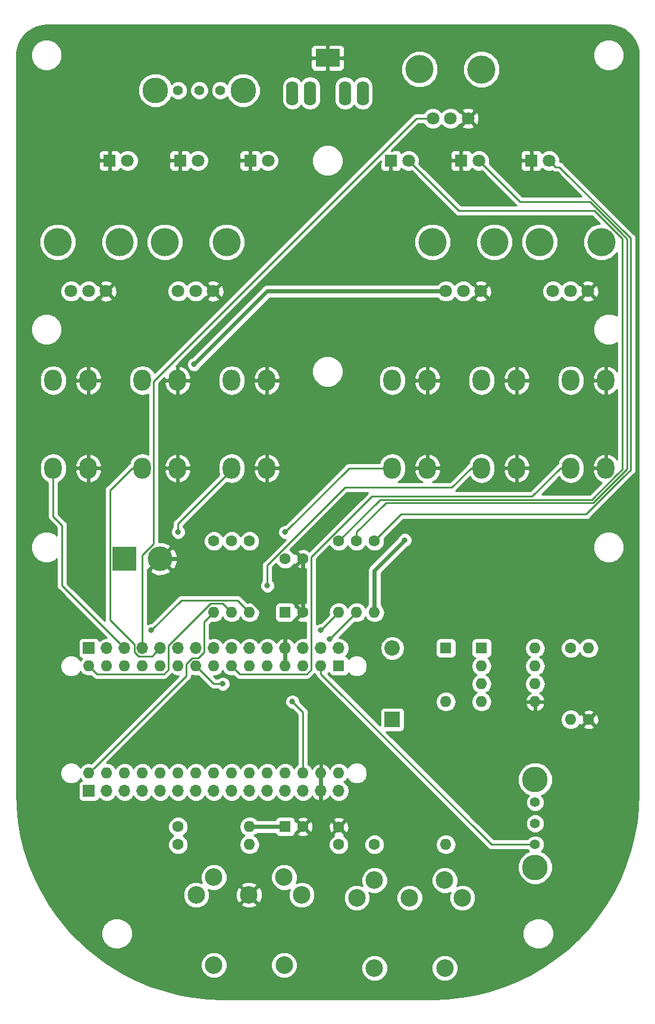
<source format=gbr>
G04 #@! TF.GenerationSoftware,KiCad,Pcbnew,(5.0.1)-3*
G04 #@! TF.CreationDate,2020-03-25T14:52:38+00:00*
G04 #@! TF.ProjectId,drumkid,6472756D6B69642E6B696361645F7063,rev?*
G04 #@! TF.SameCoordinates,Original*
G04 #@! TF.FileFunction,Copper,L2,Bot,Signal*
G04 #@! TF.FilePolarity,Positive*
%FSLAX46Y46*%
G04 Gerber Fmt 4.6, Leading zero omitted, Abs format (unit mm)*
G04 Created by KiCad (PCBNEW (5.0.1)-3) date 25/03/2020 14:52:38*
%MOMM*%
%LPD*%
G01*
G04 APERTURE LIST*
G04 #@! TA.AperFunction,ComponentPad*
%ADD10C,1.600000*%
G04 #@! TD*
G04 #@! TA.AperFunction,ComponentPad*
%ADD11R,1.600000X1.600000*%
G04 #@! TD*
G04 #@! TA.AperFunction,ComponentPad*
%ADD12O,1.700000X1.700000*%
G04 #@! TD*
G04 #@! TA.AperFunction,ComponentPad*
%ADD13R,1.700000X1.700000*%
G04 #@! TD*
G04 #@! TA.AperFunction,ComponentPad*
%ADD14O,1.600000X1.600000*%
G04 #@! TD*
G04 #@! TA.AperFunction,ComponentPad*
%ADD15R,2.200000X2.200000*%
G04 #@! TD*
G04 #@! TA.AperFunction,ComponentPad*
%ADD16O,2.200000X2.200000*%
G04 #@! TD*
G04 #@! TA.AperFunction,ComponentPad*
%ADD17C,1.400000*%
G04 #@! TD*
G04 #@! TA.AperFunction,ComponentPad*
%ADD18C,3.653000*%
G04 #@! TD*
G04 #@! TA.AperFunction,ComponentPad*
%ADD19R,1.800000X1.800000*%
G04 #@! TD*
G04 #@! TA.AperFunction,ComponentPad*
%ADD20C,1.800000*%
G04 #@! TD*
G04 #@! TA.AperFunction,WasherPad*
%ADD21C,2.499360*%
G04 #@! TD*
G04 #@! TA.AperFunction,ComponentPad*
%ADD22C,2.499360*%
G04 #@! TD*
G04 #@! TA.AperFunction,ComponentPad*
%ADD23O,2.500000X3.000000*%
G04 #@! TD*
G04 #@! TA.AperFunction,ComponentPad*
%ADD24R,3.500000X2.500000*%
G04 #@! TD*
G04 #@! TA.AperFunction,ComponentPad*
%ADD25O,1.750000X3.500000*%
G04 #@! TD*
G04 #@! TA.AperFunction,WasherPad*
%ADD26C,4.000000*%
G04 #@! TD*
G04 #@! TA.AperFunction,ComponentPad*
%ADD27R,3.500120X3.500120*%
G04 #@! TD*
G04 #@! TA.AperFunction,ComponentPad*
%ADD28C,3.500120*%
G04 #@! TD*
G04 #@! TA.AperFunction,ViaPad*
%ADD29C,0.800000*%
G04 #@! TD*
G04 #@! TA.AperFunction,Conductor*
%ADD30C,0.625000*%
G04 #@! TD*
G04 #@! TA.AperFunction,Conductor*
%ADD31C,0.250000*%
G04 #@! TD*
G04 #@! TA.AperFunction,Conductor*
%ADD32C,0.254000*%
G04 #@! TD*
G04 APERTURE END LIST*
D10*
G04 #@! TO.P,C1,2*
G04 #@! TO.N,GND*
X96480000Y-144780000D03*
D11*
G04 #@! TO.P,C1,1*
G04 #@! TO.N,VCC*
X93980000Y-144780000D03*
G04 #@! TD*
G04 #@! TO.P,C3,1*
G04 #@! TO.N,VCC*
X93980000Y-114300000D03*
D10*
G04 #@! TO.P,C3,2*
G04 #@! TO.N,GND*
X96480000Y-114300000D03*
G04 #@! TD*
G04 #@! TO.P,C2,2*
G04 #@! TO.N,GND*
X101600000Y-144820000D03*
G04 #@! TO.P,C2,1*
G04 #@! TO.N,VCC*
X101600000Y-147320000D03*
G04 #@! TD*
G04 #@! TO.P,C4,1*
G04 #@! TO.N,VCC*
X93980000Y-106680000D03*
G04 #@! TO.P,C4,2*
G04 #@! TO.N,GND*
X96480000Y-106680000D03*
G04 #@! TD*
D12*
G04 #@! TO.P,J3,15*
G04 #@! TO.N,+9V*
X101600000Y-139700000D03*
G04 #@! TO.P,J3,14*
G04 #@! TO.N,GND*
X99060000Y-139700000D03*
G04 #@! TO.P,J3,13*
G04 #@! TO.N,/RESET*
X96520000Y-139700000D03*
G04 #@! TO.P,J3,12*
G04 #@! TO.N,VCC*
X93980000Y-139700000D03*
G04 #@! TO.P,J3,11*
G04 #@! TO.N,/ANALOG_7*
X91440000Y-139700000D03*
G04 #@! TO.P,J3,10*
G04 #@! TO.N,/ANALOG_6*
X88900000Y-139700000D03*
G04 #@! TO.P,J3,9*
G04 #@! TO.N,/ANALOG_5*
X86360000Y-139700000D03*
G04 #@! TO.P,J3,8*
G04 #@! TO.N,/ANALOG_4*
X83820000Y-139700000D03*
G04 #@! TO.P,J3,7*
G04 #@! TO.N,/ANALOG_3*
X81280000Y-139700000D03*
G04 #@! TO.P,J3,6*
G04 #@! TO.N,/ANALOG_2*
X78740000Y-139700000D03*
G04 #@! TO.P,J3,5*
G04 #@! TO.N,/ANALOG_1*
X76200000Y-139700000D03*
G04 #@! TO.P,J3,4*
G04 #@! TO.N,/ANALOG_0*
X73660000Y-139700000D03*
G04 #@! TO.P,J3,3*
G04 #@! TO.N,/AREF*
X71120000Y-139700000D03*
G04 #@! TO.P,J3,2*
G04 #@! TO.N,/3V3*
X68580000Y-139700000D03*
D13*
G04 #@! TO.P,J3,1*
G04 #@! TO.N,/DIGITAL_13*
X66040000Y-139700000D03*
G04 #@! TD*
G04 #@! TO.P,J4,1*
G04 #@! TO.N,/DIGITAL_12*
X66040000Y-119380000D03*
D12*
G04 #@! TO.P,J4,2*
G04 #@! TO.N,/DIGITAL_11*
X68580000Y-119380000D03*
G04 #@! TO.P,J4,3*
G04 #@! TO.N,/DIGITAL_10*
X71120000Y-119380000D03*
G04 #@! TO.P,J4,4*
G04 #@! TO.N,/DIGITAL_9*
X73660000Y-119380000D03*
G04 #@! TO.P,J4,5*
G04 #@! TO.N,/DIGITAL_8*
X76200000Y-119380000D03*
G04 #@! TO.P,J4,6*
G04 #@! TO.N,/DIGITAL_7*
X78740000Y-119380000D03*
G04 #@! TO.P,J4,7*
G04 #@! TO.N,/DIGITAL_6*
X81280000Y-119380000D03*
G04 #@! TO.P,J4,8*
G04 #@! TO.N,/DIGITAL_5*
X83820000Y-119380000D03*
G04 #@! TO.P,J4,9*
G04 #@! TO.N,/DIGITAL_4*
X86360000Y-119380000D03*
G04 #@! TO.P,J4,10*
G04 #@! TO.N,/DIGITAL_3*
X88900000Y-119380000D03*
G04 #@! TO.P,J4,11*
G04 #@! TO.N,/DIGITAL_2*
X91440000Y-119380000D03*
G04 #@! TO.P,J4,12*
G04 #@! TO.N,GND*
X93980000Y-119380000D03*
G04 #@! TO.P,J4,13*
G04 #@! TO.N,/RESET*
X96520000Y-119380000D03*
G04 #@! TO.P,J4,14*
G04 #@! TO.N,/DIGITAL_0*
X99060000Y-119380000D03*
G04 #@! TO.P,J4,15*
G04 #@! TO.N,/DIGITAL_1*
X101600000Y-119380000D03*
G04 #@! TD*
D11*
G04 #@! TO.P,D7,1*
G04 #@! TO.N,Net-(D7-Pad1)*
X116840000Y-119380000D03*
D14*
G04 #@! TO.P,D7,2*
G04 #@! TO.N,Net-(D7-Pad2)*
X116840000Y-127000000D03*
G04 #@! TD*
D15*
G04 #@! TO.P,D8,1*
G04 #@! TO.N,VCC*
X109220000Y-129540000D03*
D16*
G04 #@! TO.P,D8,2*
G04 #@! TO.N,Net-(D8-Pad2)*
X109220000Y-119380000D03*
G04 #@! TD*
D11*
G04 #@! TO.P,A1,1*
G04 #@! TO.N,/DIGITAL_1*
X101600000Y-121920000D03*
D14*
G04 #@! TO.P,A1,17*
G04 #@! TO.N,/3V3*
X68580000Y-137160000D03*
G04 #@! TO.P,A1,2*
G04 #@! TO.N,/DIGITAL_0*
X99060000Y-121920000D03*
G04 #@! TO.P,A1,18*
G04 #@! TO.N,/AREF*
X71120000Y-137160000D03*
G04 #@! TO.P,A1,3*
G04 #@! TO.N,/RESET*
X96520000Y-121920000D03*
G04 #@! TO.P,A1,19*
G04 #@! TO.N,/ANALOG_0*
X73660000Y-137160000D03*
G04 #@! TO.P,A1,4*
G04 #@! TO.N,GND*
X93980000Y-121920000D03*
G04 #@! TO.P,A1,20*
G04 #@! TO.N,/ANALOG_1*
X76200000Y-137160000D03*
G04 #@! TO.P,A1,5*
G04 #@! TO.N,/DIGITAL_2*
X91440000Y-121920000D03*
G04 #@! TO.P,A1,21*
G04 #@! TO.N,/ANALOG_2*
X78740000Y-137160000D03*
G04 #@! TO.P,A1,6*
G04 #@! TO.N,/DIGITAL_3*
X88900000Y-121920000D03*
G04 #@! TO.P,A1,22*
G04 #@! TO.N,/ANALOG_3*
X81280000Y-137160000D03*
G04 #@! TO.P,A1,7*
G04 #@! TO.N,/DIGITAL_4*
X86360000Y-121920000D03*
G04 #@! TO.P,A1,23*
G04 #@! TO.N,/ANALOG_4*
X83820000Y-137160000D03*
G04 #@! TO.P,A1,8*
G04 #@! TO.N,/DIGITAL_5*
X83820000Y-121920000D03*
G04 #@! TO.P,A1,24*
G04 #@! TO.N,/ANALOG_5*
X86360000Y-137160000D03*
G04 #@! TO.P,A1,9*
G04 #@! TO.N,/DIGITAL_6*
X81280000Y-121920000D03*
G04 #@! TO.P,A1,25*
G04 #@! TO.N,/ANALOG_6*
X88900000Y-137160000D03*
G04 #@! TO.P,A1,10*
G04 #@! TO.N,/DIGITAL_7*
X78740000Y-121920000D03*
G04 #@! TO.P,A1,26*
G04 #@! TO.N,/ANALOG_7*
X91440000Y-137160000D03*
G04 #@! TO.P,A1,11*
G04 #@! TO.N,/DIGITAL_8*
X76200000Y-121920000D03*
G04 #@! TO.P,A1,27*
G04 #@! TO.N,VCC*
X93980000Y-137160000D03*
G04 #@! TO.P,A1,12*
G04 #@! TO.N,/DIGITAL_9*
X73660000Y-121920000D03*
G04 #@! TO.P,A1,28*
G04 #@! TO.N,/RESET*
X96520000Y-137160000D03*
G04 #@! TO.P,A1,13*
G04 #@! TO.N,/DIGITAL_10*
X71120000Y-121920000D03*
G04 #@! TO.P,A1,29*
G04 #@! TO.N,GND*
X99060000Y-137160000D03*
G04 #@! TO.P,A1,14*
G04 #@! TO.N,/DIGITAL_11*
X68580000Y-121920000D03*
G04 #@! TO.P,A1,30*
G04 #@! TO.N,+9V*
X101600000Y-137160000D03*
G04 #@! TO.P,A1,15*
G04 #@! TO.N,/DIGITAL_12*
X66040000Y-121920000D03*
G04 #@! TO.P,A1,16*
G04 #@! TO.N,/DIGITAL_13*
X66040000Y-137160000D03*
G04 #@! TD*
D17*
G04 #@! TO.P,SW8,1*
G04 #@! TO.N,/DIGITAL_0*
X129540000Y-147320000D03*
G04 #@! TO.P,SW8,2*
G04 #@! TO.N,Net-(R9-Pad2)*
X129540000Y-144320000D03*
G04 #@! TO.P,SW8,3*
G04 #@! TO.N,Net-(SW8-Pad3)*
X129540000Y-141320000D03*
D18*
G04 #@! TO.P,SW8,MH1*
G04 #@! TO.N,N/C*
X129540000Y-150570000D03*
G04 #@! TO.P,SW8,MH2*
X129540000Y-138070000D03*
G04 #@! TD*
G04 #@! TO.P,SW7,MH2*
G04 #@! TO.N,N/C*
X87990000Y-40000000D03*
G04 #@! TO.P,SW7,MH1*
X75490000Y-40000000D03*
D17*
G04 #@! TO.P,SW7,3*
G04 #@! TO.N,Net-(SW7-Pad3)*
X84740000Y-40000000D03*
G04 #@! TO.P,SW7,2*
G04 #@! TO.N,Net-(BT1-Pad1)*
X81740000Y-40000000D03*
G04 #@! TO.P,SW7,1*
G04 #@! TO.N,Net-(D8-Pad2)*
X78740000Y-40000000D03*
G04 #@! TD*
D19*
G04 #@! TO.P,D1,1*
G04 #@! TO.N,GND*
X129000000Y-50000000D03*
D20*
G04 #@! TO.P,D1,2*
G04 #@! TO.N,Net-(D1-Pad2)*
X131540000Y-50000000D03*
G04 #@! TD*
D21*
G04 #@! TO.P,J1,*
G04 #@! TO.N,*
X106674920Y-164896800D03*
X116677440Y-164896800D03*
D22*
G04 #@! TO.P,J1,5*
G04 #@! TO.N,Net-(D7-Pad2)*
X106680000Y-152400000D03*
G04 #@! TO.P,J1,1*
G04 #@! TO.N,Net-(J1-Pad1)*
X119174260Y-154901900D03*
G04 #@! TO.P,J1,2*
G04 #@! TO.N,Net-(J1-Pad2)*
X111676180Y-154899360D03*
G04 #@! TO.P,J1,4*
G04 #@! TO.N,Net-(J1-Pad4)*
X116672360Y-152400000D03*
G04 #@! TO.P,J1,3*
G04 #@! TO.N,Net-(J1-Pad3)*
X104178100Y-154901900D03*
G04 #@! TD*
D23*
G04 #@! TO.P,SW1,1*
G04 #@! TO.N,/DIGITAL_4*
X134620000Y-93780000D03*
G04 #@! TO.P,SW1,2*
G04 #@! TO.N,GND*
X139620000Y-93780000D03*
G04 #@! TO.P,SW1,1*
G04 #@! TO.N,/DIGITAL_4*
X134620000Y-81280000D03*
G04 #@! TO.P,SW1,2*
G04 #@! TO.N,GND*
X139620000Y-81280000D03*
G04 #@! TD*
G04 #@! TO.P,SW5,2*
G04 #@! TO.N,GND*
X78660000Y-81280000D03*
G04 #@! TO.P,SW5,1*
G04 #@! TO.N,/DIGITAL_8*
X73660000Y-81280000D03*
G04 #@! TO.P,SW5,2*
G04 #@! TO.N,GND*
X78660000Y-93780000D03*
G04 #@! TO.P,SW5,1*
G04 #@! TO.N,/DIGITAL_8*
X73660000Y-93780000D03*
G04 #@! TD*
G04 #@! TO.P,SW2,1*
G04 #@! TO.N,/DIGITAL_5*
X121920000Y-93780000D03*
G04 #@! TO.P,SW2,2*
G04 #@! TO.N,GND*
X126920000Y-93780000D03*
G04 #@! TO.P,SW2,1*
G04 #@! TO.N,/DIGITAL_5*
X121920000Y-81280000D03*
G04 #@! TO.P,SW2,2*
G04 #@! TO.N,GND*
X126920000Y-81280000D03*
G04 #@! TD*
G04 #@! TO.P,SW3,2*
G04 #@! TO.N,GND*
X114220000Y-81280000D03*
G04 #@! TO.P,SW3,1*
G04 #@! TO.N,/DIGITAL_6*
X109220000Y-81280000D03*
G04 #@! TO.P,SW3,2*
G04 #@! TO.N,GND*
X114220000Y-93780000D03*
G04 #@! TO.P,SW3,1*
G04 #@! TO.N,/DIGITAL_6*
X109220000Y-93780000D03*
G04 #@! TD*
G04 #@! TO.P,SW6,1*
G04 #@! TO.N,/DIGITAL_10*
X60960000Y-93780000D03*
G04 #@! TO.P,SW6,2*
G04 #@! TO.N,GND*
X65960000Y-93780000D03*
G04 #@! TO.P,SW6,1*
G04 #@! TO.N,/DIGITAL_10*
X60960000Y-81280000D03*
G04 #@! TO.P,SW6,2*
G04 #@! TO.N,GND*
X65960000Y-81280000D03*
G04 #@! TD*
G04 #@! TO.P,SW4,2*
G04 #@! TO.N,GND*
X91360000Y-81280000D03*
G04 #@! TO.P,SW4,1*
G04 #@! TO.N,/DIGITAL_7*
X86360000Y-81280000D03*
G04 #@! TO.P,SW4,2*
G04 #@! TO.N,GND*
X91360000Y-93780000D03*
G04 #@! TO.P,SW4,1*
G04 #@! TO.N,/DIGITAL_7*
X86360000Y-93780000D03*
G04 #@! TD*
D20*
G04 #@! TO.P,D3,2*
G04 #@! TO.N,Net-(D3-Pad2)*
X111540000Y-50000000D03*
D19*
G04 #@! TO.P,D3,1*
G04 #@! TO.N,GND*
X109000000Y-50000000D03*
G04 #@! TD*
G04 #@! TO.P,D6,1*
G04 #@! TO.N,GND*
X69000000Y-50000000D03*
D20*
G04 #@! TO.P,D6,2*
G04 #@! TO.N,Net-(D6-Pad2)*
X71540000Y-50000000D03*
G04 #@! TD*
G04 #@! TO.P,D5,2*
G04 #@! TO.N,Net-(D5-Pad2)*
X81540000Y-50000000D03*
D19*
G04 #@! TO.P,D5,1*
G04 #@! TO.N,GND*
X79000000Y-50000000D03*
G04 #@! TD*
G04 #@! TO.P,D2,1*
G04 #@! TO.N,GND*
X119000000Y-50000000D03*
D20*
G04 #@! TO.P,D2,2*
G04 #@! TO.N,Net-(D2-Pad2)*
X121540000Y-50000000D03*
G04 #@! TD*
G04 #@! TO.P,D4,2*
G04 #@! TO.N,Net-(D4-Pad2)*
X91540000Y-50000000D03*
D19*
G04 #@! TO.P,D4,1*
G04 #@! TO.N,GND*
X89000000Y-50000000D03*
G04 #@! TD*
D14*
G04 #@! TO.P,R5,2*
G04 #@! TO.N,/DIGITAL_12*
X86360000Y-114300000D03*
D10*
G04 #@! TO.P,R5,1*
G04 #@! TO.N,Net-(D5-Pad2)*
X86360000Y-104140000D03*
G04 #@! TD*
D14*
G04 #@! TO.P,R11,2*
G04 #@! TO.N,VCC*
X88900000Y-144780000D03*
D10*
G04 #@! TO.P,R11,1*
G04 #@! TO.N,Net-(J2-Pad4)*
X78740000Y-144780000D03*
G04 #@! TD*
G04 #@! TO.P,R10,1*
G04 #@! TO.N,Net-(J2-Pad5)*
X78740000Y-147320000D03*
D14*
G04 #@! TO.P,R10,2*
G04 #@! TO.N,/DIGITAL_1*
X88900000Y-147320000D03*
G04 #@! TD*
G04 #@! TO.P,R9,2*
G04 #@! TO.N,Net-(R9-Pad2)*
X134620000Y-129540000D03*
D10*
G04 #@! TO.P,R9,1*
G04 #@! TO.N,VCC*
X134620000Y-119380000D03*
G04 #@! TD*
G04 #@! TO.P,R8,1*
G04 #@! TO.N,GND*
X137160000Y-129540000D03*
D14*
G04 #@! TO.P,R8,2*
G04 #@! TO.N,Net-(R8-Pad2)*
X137160000Y-119380000D03*
G04 #@! TD*
G04 #@! TO.P,R6,2*
G04 #@! TO.N,/DIGITAL_13*
X83820000Y-114300000D03*
D10*
G04 #@! TO.P,R6,1*
G04 #@! TO.N,Net-(D6-Pad2)*
X83820000Y-104140000D03*
G04 #@! TD*
G04 #@! TO.P,R3,1*
G04 #@! TO.N,Net-(D3-Pad2)*
X101600000Y-104140000D03*
D14*
G04 #@! TO.P,R3,2*
G04 #@! TO.N,/DIGITAL_3*
X101600000Y-114300000D03*
G04 #@! TD*
G04 #@! TO.P,R2,2*
G04 #@! TO.N,/DIGITAL_2*
X104140000Y-114300000D03*
D10*
G04 #@! TO.P,R2,1*
G04 #@! TO.N,Net-(D2-Pad2)*
X104140000Y-104140000D03*
G04 #@! TD*
G04 #@! TO.P,R1,1*
G04 #@! TO.N,Net-(D1-Pad2)*
X106680000Y-104140000D03*
D14*
G04 #@! TO.P,R1,2*
G04 #@! TO.N,VCC*
X106680000Y-114300000D03*
G04 #@! TD*
D10*
G04 #@! TO.P,R4,1*
G04 #@! TO.N,Net-(D4-Pad2)*
X88900000Y-104140000D03*
D14*
G04 #@! TO.P,R4,2*
G04 #@! TO.N,/DIGITAL_11*
X88900000Y-114300000D03*
G04 #@! TD*
G04 #@! TO.P,R7,2*
G04 #@! TO.N,Net-(J1-Pad4)*
X116840000Y-147320000D03*
D10*
G04 #@! TO.P,R7,1*
G04 #@! TO.N,Net-(D7-Pad1)*
X106680000Y-147320000D03*
G04 #@! TD*
D21*
G04 #@! TO.P,J2,*
G04 #@! TO.N,*
X83814920Y-164477700D03*
X93817440Y-164477700D03*
D22*
G04 #@! TO.P,J2,5*
G04 #@! TO.N,Net-(J2-Pad5)*
X83820000Y-151980900D03*
G04 #@! TO.P,J2,1*
G04 #@! TO.N,Net-(J2-Pad1)*
X96314260Y-154482800D03*
G04 #@! TO.P,J2,2*
G04 #@! TO.N,GND*
X88816180Y-154480260D03*
G04 #@! TO.P,J2,4*
G04 #@! TO.N,Net-(J2-Pad4)*
X93812360Y-151980900D03*
G04 #@! TO.P,J2,3*
G04 #@! TO.N,Net-(J2-Pad3)*
X81318100Y-154482800D03*
G04 #@! TD*
D24*
G04 #@! TO.P,J9,S*
G04 #@! TO.N,GND*
X100000000Y-35404000D03*
D25*
G04 #@! TO.P,J9,TN*
G04 #@! TO.N,Net-(J9-PadTN)*
X102500000Y-40410000D03*
G04 #@! TO.P,J9,RN*
G04 #@! TO.N,Net-(J9-PadRN)*
X97500000Y-40410000D03*
G04 #@! TO.P,J9,T*
G04 #@! TO.N,Net-(J9-PadR)*
X105000000Y-40410000D03*
G04 #@! TO.P,J9,R*
X95000000Y-40410000D03*
G04 #@! TD*
D20*
G04 #@! TO.P,RV5,3*
G04 #@! TO.N,GND*
X120000000Y-44000000D03*
G04 #@! TO.P,RV5,2*
G04 #@! TO.N,Net-(J9-PadR)*
X117500000Y-44000000D03*
G04 #@! TO.P,RV5,1*
G04 #@! TO.N,/DIGITAL_9*
X115000000Y-44000000D03*
D26*
G04 #@! TO.P,RV5,*
G04 #@! TO.N,*
X121900000Y-37015000D03*
X113100000Y-37000000D03*
G04 #@! TD*
D20*
G04 #@! TO.P,RV2,3*
G04 #@! TO.N,GND*
X121840000Y-68580000D03*
G04 #@! TO.P,RV2,2*
G04 #@! TO.N,/ANALOG_1*
X119340000Y-68580000D03*
G04 #@! TO.P,RV2,1*
G04 #@! TO.N,VCC*
X116840000Y-68580000D03*
D26*
G04 #@! TO.P,RV2,*
G04 #@! TO.N,*
X123740000Y-61595000D03*
X114940000Y-61580000D03*
G04 #@! TD*
D20*
G04 #@! TO.P,RV1,3*
G04 #@! TO.N,GND*
X137080000Y-68580000D03*
G04 #@! TO.P,RV1,2*
G04 #@! TO.N,/ANALOG_0*
X134580000Y-68580000D03*
G04 #@! TO.P,RV1,1*
G04 #@! TO.N,VCC*
X132080000Y-68580000D03*
D26*
G04 #@! TO.P,RV1,*
G04 #@! TO.N,*
X138980000Y-61595000D03*
X130180000Y-61580000D03*
G04 #@! TD*
D20*
G04 #@! TO.P,RV4,3*
G04 #@! TO.N,GND*
X68500000Y-68580000D03*
G04 #@! TO.P,RV4,2*
G04 #@! TO.N,/ANALOG_3*
X66000000Y-68580000D03*
G04 #@! TO.P,RV4,1*
G04 #@! TO.N,VCC*
X63500000Y-68580000D03*
D26*
G04 #@! TO.P,RV4,*
G04 #@! TO.N,*
X70400000Y-61595000D03*
X61600000Y-61580000D03*
G04 #@! TD*
D20*
G04 #@! TO.P,RV3,3*
G04 #@! TO.N,GND*
X83740000Y-68580000D03*
G04 #@! TO.P,RV3,2*
G04 #@! TO.N,/ANALOG_2*
X81240000Y-68580000D03*
G04 #@! TO.P,RV3,1*
G04 #@! TO.N,VCC*
X78740000Y-68580000D03*
D26*
G04 #@! TO.P,RV3,*
G04 #@! TO.N,*
X85640000Y-61595000D03*
X76840000Y-61580000D03*
G04 #@! TD*
D27*
G04 #@! TO.P,BT1,1*
G04 #@! TO.N,Net-(BT1-Pad1)*
X71120000Y-106680000D03*
D28*
G04 #@! TO.P,BT1,2*
G04 #@! TO.N,GND*
X76200000Y-106680000D03*
G04 #@! TD*
D11*
G04 #@! TO.P,U1,1*
G04 #@! TO.N,Net-(U1-Pad1)*
X121920000Y-119380000D03*
D14*
G04 #@! TO.P,U1,5*
G04 #@! TO.N,GND*
X129540000Y-127000000D03*
G04 #@! TO.P,U1,2*
G04 #@! TO.N,Net-(D7-Pad1)*
X121920000Y-121920000D03*
G04 #@! TO.P,U1,6*
G04 #@! TO.N,Net-(R9-Pad2)*
X129540000Y-124460000D03*
G04 #@! TO.P,U1,3*
G04 #@! TO.N,Net-(D7-Pad2)*
X121920000Y-124460000D03*
G04 #@! TO.P,U1,7*
G04 #@! TO.N,Net-(R8-Pad2)*
X129540000Y-121920000D03*
G04 #@! TO.P,U1,4*
G04 #@! TO.N,Net-(U1-Pad4)*
X121920000Y-127000000D03*
G04 #@! TO.P,U1,8*
G04 #@! TO.N,VCC*
X129540000Y-119380000D03*
G04 #@! TD*
D29*
G04 #@! TO.N,/DIGITAL_5*
X91440000Y-110490000D03*
G04 #@! TO.N,/DIGITAL_6*
X93980000Y-102870000D03*
X85090000Y-124460000D03*
G04 #@! TO.N,/DIGITAL_2*
X100330000Y-118110000D03*
G04 #@! TO.N,/DIGITAL_3*
X99060000Y-116840000D03*
G04 #@! TO.N,/DIGITAL_11*
X74930000Y-116840000D03*
G04 #@! TO.N,/DIGITAL_7*
X78740000Y-102870000D03*
G04 #@! TO.N,VCC*
X111000000Y-104000000D03*
X81000000Y-79000000D03*
G04 #@! TO.N,/RESET*
X95000000Y-127000000D03*
G04 #@! TD*
D30*
G04 #@! TO.N,GND*
X99060000Y-137160000D02*
X99060000Y-139700000D01*
X99060000Y-142200000D02*
X96480000Y-144780000D01*
X99060000Y-139700000D02*
X99060000Y-142200000D01*
X99060000Y-142280000D02*
X101600000Y-144820000D01*
X99060000Y-139700000D02*
X99060000Y-142280000D01*
X93980000Y-121920000D02*
X93980000Y-119380000D01*
X93980000Y-116800000D02*
X96480000Y-114300000D01*
X93980000Y-119380000D02*
X93980000Y-116800000D01*
X96480000Y-114300000D02*
X96480000Y-106680000D01*
X93980000Y-118177919D02*
X93980000Y-119380000D01*
X93980000Y-117437498D02*
X93980000Y-118177919D01*
X83222502Y-106680000D02*
X93980000Y-117437498D01*
X76200000Y-106680000D02*
X83222502Y-106680000D01*
D31*
G04 #@! TO.N,/DIGITAL_5*
X120420000Y-93780000D02*
X117680000Y-96520000D01*
X121920000Y-93780000D02*
X120420000Y-93780000D01*
X91440000Y-107554998D02*
X91440000Y-110490000D01*
X117680000Y-96520000D02*
X102474998Y-96520000D01*
X102474998Y-96520000D02*
X91440000Y-107554998D01*
G04 #@! TO.N,/DIGITAL_6*
X109220000Y-93780000D02*
X103070000Y-93780000D01*
X103070000Y-93780000D02*
X93980000Y-102870000D01*
X83820000Y-124460000D02*
X81280000Y-121920000D01*
X85090000Y-124460000D02*
X83820000Y-124460000D01*
G04 #@! TO.N,/DIGITAL_9*
X73660000Y-118177919D02*
X73660000Y-119380000D01*
X73660000Y-106148909D02*
X73660000Y-118177919D01*
X75235010Y-104573899D02*
X73660000Y-106148909D01*
X75235010Y-81379988D02*
X75235010Y-104573899D01*
X112614998Y-44000000D02*
X75235010Y-81379988D01*
X115000000Y-44000000D02*
X112614998Y-44000000D01*
G04 #@! TO.N,/DIGITAL_2*
X104140000Y-114300000D02*
X100330000Y-118110000D01*
G04 #@! TO.N,Net-(D2-Pad2)*
X127420000Y-55880000D02*
X121540000Y-50000000D01*
X137342412Y-55880000D02*
X127420000Y-55880000D01*
X141755011Y-60292599D02*
X141660412Y-60198000D01*
X141660412Y-60198000D02*
X137342412Y-55880000D01*
X104140000Y-102870000D02*
X108319980Y-98690020D01*
X141755010Y-60292598D02*
X141660412Y-60198000D01*
X104140000Y-104140000D02*
X104140000Y-102870000D01*
X108319980Y-98690020D02*
X137823791Y-98690019D01*
X137823791Y-98690019D02*
X142655028Y-93858782D01*
X142655028Y-93858782D02*
X142655028Y-61192616D01*
X142655028Y-61192616D02*
X141755010Y-60292598D01*
G04 #@! TO.N,Net-(D3-Pad2)*
X101600000Y-104140000D02*
X107499990Y-98240010D01*
X107499990Y-98240010D02*
X137637390Y-98240010D01*
X137637390Y-98240010D02*
X141224000Y-94653400D01*
X141224000Y-94653400D02*
X141305001Y-94572399D01*
X118690000Y-57150000D02*
X111540000Y-50000000D01*
X137976002Y-57150000D02*
X118690000Y-57150000D01*
X141925001Y-61098999D02*
X137976002Y-57150000D01*
X141224000Y-94653400D02*
X141925001Y-93952399D01*
X141925001Y-93952399D02*
X141925001Y-61098999D01*
G04 #@! TO.N,/DIGITAL_3*
X101600000Y-114300000D02*
X99060000Y-116840000D01*
G04 #@! TO.N,/DIGITAL_4*
X133120000Y-93780000D02*
X129110000Y-97790000D01*
X134620000Y-93780000D02*
X133120000Y-93780000D01*
X87159999Y-122719999D02*
X86360000Y-121920000D01*
X87485001Y-123045001D02*
X87159999Y-122719999D01*
X97695001Y-122410001D02*
X97060001Y-123045001D01*
X97695001Y-106379997D02*
X97695001Y-122410001D01*
X106284998Y-97790000D02*
X97695001Y-106379997D01*
X97060001Y-123045001D02*
X87485001Y-123045001D01*
X129110000Y-97790000D02*
X106284998Y-97790000D01*
G04 #@! TO.N,/DIGITAL_0*
X128550051Y-147320000D02*
X129540000Y-147320000D01*
X123328630Y-147320000D02*
X128550051Y-147320000D01*
X99060000Y-123051370D02*
X123328630Y-147320000D01*
X99060000Y-121920000D02*
X99060000Y-123051370D01*
G04 #@! TO.N,/DIGITAL_10*
X60960000Y-100605122D02*
X62230000Y-101875122D01*
X60960000Y-93780000D02*
X60960000Y-100605122D01*
X62230000Y-110490000D02*
X71120000Y-119380000D01*
X62230000Y-101875122D02*
X62230000Y-110490000D01*
G04 #@! TO.N,/DIGITAL_11*
X79190009Y-112579991D02*
X74930000Y-116840000D01*
X88900000Y-114300000D02*
X87179991Y-112579991D01*
X87179991Y-112579991D02*
X79190009Y-112579991D01*
G04 #@! TO.N,/DIGITAL_12*
X76740001Y-123045001D02*
X67165001Y-123045001D01*
X67165001Y-123045001D02*
X66839999Y-122719999D01*
X77375001Y-122410001D02*
X76740001Y-123045001D01*
X66839999Y-122719999D02*
X66040000Y-121920000D01*
X77375001Y-119005997D02*
X77375001Y-122410001D01*
X83350998Y-113030000D02*
X77375001Y-119005997D01*
X85090000Y-113030000D02*
X83350998Y-113030000D01*
X86360000Y-114300000D02*
X85090000Y-113030000D01*
G04 #@! TO.N,/DIGITAL_13*
X66839999Y-136360001D02*
X66040000Y-137160000D01*
X79865001Y-123334999D02*
X66839999Y-136360001D01*
X79865001Y-121669997D02*
X79865001Y-123334999D01*
X81604003Y-120794999D02*
X80739999Y-120794999D01*
X82455001Y-119944001D02*
X81604003Y-120794999D01*
X80739999Y-120794999D02*
X79865001Y-121669997D01*
X82455001Y-115664999D02*
X82455001Y-119944001D01*
X83820000Y-114300000D02*
X82455001Y-115664999D01*
G04 #@! TO.N,/DIGITAL_7*
X78740000Y-101650000D02*
X78740000Y-102870000D01*
X86360000Y-93780000D02*
X86360000Y-94030000D01*
X86360000Y-94030000D02*
X78740000Y-101650000D01*
G04 #@! TO.N,/DIGITAL_8*
X73095999Y-120555001D02*
X75024999Y-120555001D01*
X72484999Y-119944001D02*
X73095999Y-120555001D01*
X72484999Y-118815999D02*
X72484999Y-119944001D01*
X69044939Y-115375939D02*
X72484999Y-118815999D01*
X69044939Y-96895061D02*
X69044939Y-115375939D01*
X75350001Y-120229999D02*
X76200000Y-119380000D01*
X72160000Y-93780000D02*
X69044939Y-96895061D01*
X75024999Y-120555001D02*
X75350001Y-120229999D01*
X73660000Y-93780000D02*
X72160000Y-93780000D01*
G04 #@! TO.N,Net-(D1-Pad2)*
X106680000Y-104140000D02*
X110490000Y-100330000D01*
X110490000Y-100330000D02*
X136820218Y-100330000D01*
X136820218Y-100330000D02*
X142154218Y-94996000D01*
X142154218Y-94996000D02*
X142205020Y-94945198D01*
X132439999Y-50899999D02*
X131540000Y-50000000D01*
X132998821Y-50899999D02*
X132439999Y-50899999D01*
X143105037Y-61006215D02*
X132998821Y-50899999D01*
X142154218Y-94996000D02*
X143105037Y-94045181D01*
X143105037Y-94045181D02*
X143105037Y-61006215D01*
D30*
G04 #@! TO.N,VCC*
X88900000Y-144780000D02*
X93980000Y-144780000D01*
X106680000Y-114300000D02*
X106680000Y-108320000D01*
X106680000Y-108320000D02*
X111000000Y-104000000D01*
X116840000Y-68580000D02*
X91420000Y-68580000D01*
X91420000Y-68580000D02*
X81000000Y-79000000D01*
D31*
G04 #@! TO.N,/RESET*
X96520000Y-128520000D02*
X96520000Y-137160000D01*
X95000000Y-127000000D02*
X96520000Y-128520000D01*
G04 #@! TD*
D32*
G04 #@! TO.N,GND*
G36*
X140754747Y-30805281D02*
X141485643Y-31005231D01*
X142169575Y-31331450D01*
X142784928Y-31773626D01*
X143312259Y-32317789D01*
X143734886Y-32946726D01*
X144039463Y-33640570D01*
X144217715Y-34383039D01*
X144265000Y-35026949D01*
X144265001Y-139986810D01*
X144189634Y-142092345D01*
X143965335Y-144173970D01*
X143592779Y-146234234D01*
X143073870Y-148262597D01*
X142411274Y-150248645D01*
X141608366Y-152182261D01*
X140669274Y-154053507D01*
X139598785Y-155852836D01*
X138402401Y-157571009D01*
X137086217Y-159199262D01*
X135656998Y-160729233D01*
X134122043Y-162153108D01*
X132489220Y-163463585D01*
X130766874Y-164653973D01*
X128963821Y-165718172D01*
X127089308Y-166650728D01*
X125152901Y-167446881D01*
X123164547Y-168102542D01*
X121134394Y-168614365D01*
X119072830Y-168979730D01*
X116989798Y-169196827D01*
X114987502Y-169265000D01*
X85013163Y-169265000D01*
X82907655Y-169189634D01*
X80826030Y-168965335D01*
X78765766Y-168592779D01*
X76737403Y-168073870D01*
X74751355Y-167411274D01*
X72817739Y-166608366D01*
X70946493Y-165669274D01*
X69147164Y-164598785D01*
X68434882Y-164102814D01*
X81930240Y-164102814D01*
X81930240Y-164852586D01*
X82217165Y-165545285D01*
X82747335Y-166075455D01*
X83440034Y-166362380D01*
X84189806Y-166362380D01*
X84882505Y-166075455D01*
X85412675Y-165545285D01*
X85699600Y-164852586D01*
X85699600Y-164102814D01*
X91932760Y-164102814D01*
X91932760Y-164852586D01*
X92219685Y-165545285D01*
X92749855Y-166075455D01*
X93442554Y-166362380D01*
X94192326Y-166362380D01*
X94885025Y-166075455D01*
X95415195Y-165545285D01*
X95702120Y-164852586D01*
X95702120Y-164521914D01*
X104790240Y-164521914D01*
X104790240Y-165271686D01*
X105077165Y-165964385D01*
X105607335Y-166494555D01*
X106300034Y-166781480D01*
X107049806Y-166781480D01*
X107742505Y-166494555D01*
X108272675Y-165964385D01*
X108559600Y-165271686D01*
X108559600Y-164521914D01*
X114792760Y-164521914D01*
X114792760Y-165271686D01*
X115079685Y-165964385D01*
X115609855Y-166494555D01*
X116302554Y-166781480D01*
X117052326Y-166781480D01*
X117745025Y-166494555D01*
X118275195Y-165964385D01*
X118562120Y-165271686D01*
X118562120Y-164521914D01*
X118275195Y-163829215D01*
X117745025Y-163299045D01*
X117052326Y-163012120D01*
X116302554Y-163012120D01*
X115609855Y-163299045D01*
X115079685Y-163829215D01*
X114792760Y-164521914D01*
X108559600Y-164521914D01*
X108272675Y-163829215D01*
X107742505Y-163299045D01*
X107049806Y-163012120D01*
X106300034Y-163012120D01*
X105607335Y-163299045D01*
X105077165Y-163829215D01*
X104790240Y-164521914D01*
X95702120Y-164521914D01*
X95702120Y-164102814D01*
X95415195Y-163410115D01*
X94885025Y-162879945D01*
X94192326Y-162593020D01*
X93442554Y-162593020D01*
X92749855Y-162879945D01*
X92219685Y-163410115D01*
X91932760Y-164102814D01*
X85699600Y-164102814D01*
X85412675Y-163410115D01*
X84882505Y-162879945D01*
X84189806Y-162593020D01*
X83440034Y-162593020D01*
X82747335Y-162879945D01*
X82217165Y-163410115D01*
X81930240Y-164102814D01*
X68434882Y-164102814D01*
X67428991Y-163402401D01*
X65800738Y-162086217D01*
X64270767Y-160656998D01*
X63248918Y-159555431D01*
X67765000Y-159555431D01*
X67765000Y-160444569D01*
X68105259Y-161266026D01*
X68733974Y-161894741D01*
X69555431Y-162235000D01*
X70444569Y-162235000D01*
X71266026Y-161894741D01*
X71894741Y-161266026D01*
X72235000Y-160444569D01*
X72235000Y-159555431D01*
X127765000Y-159555431D01*
X127765000Y-160444569D01*
X128105259Y-161266026D01*
X128733974Y-161894741D01*
X129555431Y-162235000D01*
X130444569Y-162235000D01*
X131266026Y-161894741D01*
X131894741Y-161266026D01*
X132235000Y-160444569D01*
X132235000Y-159555431D01*
X131894741Y-158733974D01*
X131266026Y-158105259D01*
X130444569Y-157765000D01*
X129555431Y-157765000D01*
X128733974Y-158105259D01*
X128105259Y-158733974D01*
X127765000Y-159555431D01*
X72235000Y-159555431D01*
X71894741Y-158733974D01*
X71266026Y-158105259D01*
X70444569Y-157765000D01*
X69555431Y-157765000D01*
X68733974Y-158105259D01*
X68105259Y-158733974D01*
X67765000Y-159555431D01*
X63248918Y-159555431D01*
X62846892Y-159122043D01*
X61536415Y-157489220D01*
X60346027Y-155766874D01*
X59366875Y-154107914D01*
X79433420Y-154107914D01*
X79433420Y-154857686D01*
X79720345Y-155550385D01*
X80250515Y-156080555D01*
X80943214Y-156367480D01*
X81692986Y-156367480D01*
X82385685Y-156080555D01*
X82652891Y-155813349D01*
X87662697Y-155813349D01*
X87791905Y-156106119D01*
X88492063Y-156374331D01*
X89241564Y-156354188D01*
X89840455Y-156106119D01*
X89969663Y-155813349D01*
X88816180Y-154659865D01*
X87662697Y-155813349D01*
X82652891Y-155813349D01*
X82915855Y-155550385D01*
X83202780Y-154857686D01*
X83202780Y-154156143D01*
X86922109Y-154156143D01*
X86942252Y-154905644D01*
X87190321Y-155504535D01*
X87483091Y-155633743D01*
X88636575Y-154480260D01*
X88995785Y-154480260D01*
X90149269Y-155633743D01*
X90442039Y-155504535D01*
X90710251Y-154804377D01*
X90690108Y-154054876D01*
X90442039Y-153455985D01*
X90149269Y-153326777D01*
X88995785Y-154480260D01*
X88636575Y-154480260D01*
X87483091Y-153326777D01*
X87190321Y-153455985D01*
X86922109Y-154156143D01*
X83202780Y-154156143D01*
X83202780Y-154107914D01*
X83031424Y-153694224D01*
X83445114Y-153865580D01*
X84194886Y-153865580D01*
X84887585Y-153578655D01*
X85319069Y-153147171D01*
X87662697Y-153147171D01*
X88816180Y-154300655D01*
X89969663Y-153147171D01*
X89840455Y-152854401D01*
X89140297Y-152586189D01*
X88390796Y-152606332D01*
X87791905Y-152854401D01*
X87662697Y-153147171D01*
X85319069Y-153147171D01*
X85417755Y-153048485D01*
X85704680Y-152355786D01*
X85704680Y-151606014D01*
X91927680Y-151606014D01*
X91927680Y-152355786D01*
X92214605Y-153048485D01*
X92744775Y-153578655D01*
X93437474Y-153865580D01*
X94187246Y-153865580D01*
X94600936Y-153694224D01*
X94429580Y-154107914D01*
X94429580Y-154857686D01*
X94716505Y-155550385D01*
X95246675Y-156080555D01*
X95939374Y-156367480D01*
X96689146Y-156367480D01*
X97381845Y-156080555D01*
X97912015Y-155550385D01*
X98198940Y-154857686D01*
X98198940Y-154527014D01*
X102293420Y-154527014D01*
X102293420Y-155276786D01*
X102580345Y-155969485D01*
X103110515Y-156499655D01*
X103803214Y-156786580D01*
X104552986Y-156786580D01*
X105245685Y-156499655D01*
X105775855Y-155969485D01*
X106062780Y-155276786D01*
X106062780Y-154527014D01*
X106061728Y-154524474D01*
X109791500Y-154524474D01*
X109791500Y-155274246D01*
X110078425Y-155966945D01*
X110608595Y-156497115D01*
X111301294Y-156784040D01*
X112051066Y-156784040D01*
X112743765Y-156497115D01*
X113273935Y-155966945D01*
X113560860Y-155274246D01*
X113560860Y-154524474D01*
X113273935Y-153831775D01*
X112743765Y-153301605D01*
X112051066Y-153014680D01*
X111301294Y-153014680D01*
X110608595Y-153301605D01*
X110078425Y-153831775D01*
X109791500Y-154524474D01*
X106061728Y-154524474D01*
X105891424Y-154113324D01*
X106305114Y-154284680D01*
X107054886Y-154284680D01*
X107747585Y-153997755D01*
X108277755Y-153467585D01*
X108564680Y-152774886D01*
X108564680Y-152025114D01*
X114787680Y-152025114D01*
X114787680Y-152774886D01*
X115074605Y-153467585D01*
X115604775Y-153997755D01*
X116297474Y-154284680D01*
X117047246Y-154284680D01*
X117460936Y-154113324D01*
X117289580Y-154527014D01*
X117289580Y-155276786D01*
X117576505Y-155969485D01*
X118106675Y-156499655D01*
X118799374Y-156786580D01*
X119549146Y-156786580D01*
X120241845Y-156499655D01*
X120772015Y-155969485D01*
X121058940Y-155276786D01*
X121058940Y-154527014D01*
X120772015Y-153834315D01*
X120241845Y-153304145D01*
X119549146Y-153017220D01*
X118799374Y-153017220D01*
X118385684Y-153188576D01*
X118557040Y-152774886D01*
X118557040Y-152025114D01*
X118270115Y-151332415D01*
X117739945Y-150802245D01*
X117047246Y-150515320D01*
X116297474Y-150515320D01*
X115604775Y-150802245D01*
X115074605Y-151332415D01*
X114787680Y-152025114D01*
X108564680Y-152025114D01*
X108277755Y-151332415D01*
X107747585Y-150802245D01*
X107054886Y-150515320D01*
X106305114Y-150515320D01*
X105612415Y-150802245D01*
X105082245Y-151332415D01*
X104795320Y-152025114D01*
X104795320Y-152774886D01*
X104966676Y-153188576D01*
X104552986Y-153017220D01*
X103803214Y-153017220D01*
X103110515Y-153304145D01*
X102580345Y-153834315D01*
X102293420Y-154527014D01*
X98198940Y-154527014D01*
X98198940Y-154107914D01*
X97912015Y-153415215D01*
X97381845Y-152885045D01*
X96689146Y-152598120D01*
X95939374Y-152598120D01*
X95525684Y-152769476D01*
X95697040Y-152355786D01*
X95697040Y-151606014D01*
X95410115Y-150913315D01*
X94879945Y-150383145D01*
X94187246Y-150096220D01*
X93437474Y-150096220D01*
X92744775Y-150383145D01*
X92214605Y-150913315D01*
X91927680Y-151606014D01*
X85704680Y-151606014D01*
X85417755Y-150913315D01*
X84887585Y-150383145D01*
X84194886Y-150096220D01*
X83445114Y-150096220D01*
X82752415Y-150383145D01*
X82222245Y-150913315D01*
X81935320Y-151606014D01*
X81935320Y-152355786D01*
X82106676Y-152769476D01*
X81692986Y-152598120D01*
X80943214Y-152598120D01*
X80250515Y-152885045D01*
X79720345Y-153415215D01*
X79433420Y-154107914D01*
X59366875Y-154107914D01*
X59281828Y-153963821D01*
X58349272Y-152089308D01*
X57553119Y-150152901D01*
X56897458Y-148164547D01*
X56385635Y-146134394D01*
X56095013Y-144494561D01*
X77305000Y-144494561D01*
X77305000Y-145065439D01*
X77523466Y-145592862D01*
X77927138Y-145996534D01*
X78056216Y-146050000D01*
X77927138Y-146103466D01*
X77523466Y-146507138D01*
X77305000Y-147034561D01*
X77305000Y-147605439D01*
X77523466Y-148132862D01*
X77927138Y-148536534D01*
X78454561Y-148755000D01*
X79025439Y-148755000D01*
X79552862Y-148536534D01*
X79956534Y-148132862D01*
X80175000Y-147605439D01*
X80175000Y-147034561D01*
X79956534Y-146507138D01*
X79552862Y-146103466D01*
X79423784Y-146050000D01*
X79552862Y-145996534D01*
X79956534Y-145592862D01*
X80175000Y-145065439D01*
X80175000Y-144780000D01*
X87436887Y-144780000D01*
X87548260Y-145339909D01*
X87865423Y-145814577D01*
X88217758Y-146050000D01*
X87865423Y-146285423D01*
X87548260Y-146760091D01*
X87436887Y-147320000D01*
X87548260Y-147879909D01*
X87865423Y-148354577D01*
X88340091Y-148671740D01*
X88758667Y-148755000D01*
X89041333Y-148755000D01*
X89459909Y-148671740D01*
X89934577Y-148354577D01*
X90251740Y-147879909D01*
X90363113Y-147320000D01*
X90306336Y-147034561D01*
X100165000Y-147034561D01*
X100165000Y-147605439D01*
X100383466Y-148132862D01*
X100787138Y-148536534D01*
X101314561Y-148755000D01*
X101885439Y-148755000D01*
X102412862Y-148536534D01*
X102816534Y-148132862D01*
X103035000Y-147605439D01*
X103035000Y-147034561D01*
X105245000Y-147034561D01*
X105245000Y-147605439D01*
X105463466Y-148132862D01*
X105867138Y-148536534D01*
X106394561Y-148755000D01*
X106965439Y-148755000D01*
X107492862Y-148536534D01*
X107896534Y-148132862D01*
X108115000Y-147605439D01*
X108115000Y-147320000D01*
X115376887Y-147320000D01*
X115488260Y-147879909D01*
X115805423Y-148354577D01*
X116280091Y-148671740D01*
X116698667Y-148755000D01*
X116981333Y-148755000D01*
X117399909Y-148671740D01*
X117874577Y-148354577D01*
X118191740Y-147879909D01*
X118303113Y-147320000D01*
X118191740Y-146760091D01*
X117874577Y-146285423D01*
X117399909Y-145968260D01*
X116981333Y-145885000D01*
X116698667Y-145885000D01*
X116280091Y-145968260D01*
X115805423Y-146285423D01*
X115488260Y-146760091D01*
X115376887Y-147320000D01*
X108115000Y-147320000D01*
X108115000Y-147034561D01*
X107896534Y-146507138D01*
X107492862Y-146103466D01*
X106965439Y-145885000D01*
X106394561Y-145885000D01*
X105867138Y-146103466D01*
X105463466Y-146507138D01*
X105245000Y-147034561D01*
X103035000Y-147034561D01*
X102816534Y-146507138D01*
X102412862Y-146103466D01*
X102347701Y-146076475D01*
X102354005Y-146073864D01*
X102428139Y-145827745D01*
X101600000Y-144999605D01*
X100771861Y-145827745D01*
X100845995Y-146073864D01*
X100852746Y-146076290D01*
X100787138Y-146103466D01*
X100383466Y-146507138D01*
X100165000Y-147034561D01*
X90306336Y-147034561D01*
X90251740Y-146760091D01*
X89934577Y-146285423D01*
X89582242Y-146050000D01*
X89934577Y-145814577D01*
X89992760Y-145727500D01*
X92561899Y-145727500D01*
X92581843Y-145827765D01*
X92722191Y-146037809D01*
X92932235Y-146178157D01*
X93180000Y-146227440D01*
X94780000Y-146227440D01*
X95027765Y-146178157D01*
X95237809Y-146037809D01*
X95378157Y-145827765D01*
X95386117Y-145787745D01*
X95651861Y-145787745D01*
X95725995Y-146033864D01*
X96263223Y-146226965D01*
X96833454Y-146199778D01*
X97234005Y-146033864D01*
X97308139Y-145787745D01*
X96480000Y-144959605D01*
X95651861Y-145787745D01*
X95386117Y-145787745D01*
X95424693Y-145593813D01*
X95472255Y-145608139D01*
X96300395Y-144780000D01*
X96659605Y-144780000D01*
X97487745Y-145608139D01*
X97733864Y-145534005D01*
X97926965Y-144996777D01*
X97908202Y-144603223D01*
X100153035Y-144603223D01*
X100180222Y-145173454D01*
X100346136Y-145574005D01*
X100592255Y-145648139D01*
X101420395Y-144820000D01*
X101779605Y-144820000D01*
X102607745Y-145648139D01*
X102853864Y-145574005D01*
X103046965Y-145036777D01*
X103019778Y-144466546D01*
X102853864Y-144065995D01*
X102607745Y-143991861D01*
X101779605Y-144820000D01*
X101420395Y-144820000D01*
X100592255Y-143991861D01*
X100346136Y-144065995D01*
X100153035Y-144603223D01*
X97908202Y-144603223D01*
X97899778Y-144426546D01*
X97733864Y-144025995D01*
X97487745Y-143951861D01*
X96659605Y-144780000D01*
X96300395Y-144780000D01*
X95472255Y-143951861D01*
X95424693Y-143966187D01*
X95386118Y-143772255D01*
X95651861Y-143772255D01*
X96480000Y-144600395D01*
X97268139Y-143812255D01*
X100771861Y-143812255D01*
X101600000Y-144640395D01*
X102428139Y-143812255D01*
X102354005Y-143566136D01*
X101816777Y-143373035D01*
X101246546Y-143400222D01*
X100845995Y-143566136D01*
X100771861Y-143812255D01*
X97268139Y-143812255D01*
X97308139Y-143772255D01*
X97234005Y-143526136D01*
X96696777Y-143333035D01*
X96126546Y-143360222D01*
X95725995Y-143526136D01*
X95651861Y-143772255D01*
X95386118Y-143772255D01*
X95378157Y-143732235D01*
X95237809Y-143522191D01*
X95027765Y-143381843D01*
X94780000Y-143332560D01*
X93180000Y-143332560D01*
X92932235Y-143381843D01*
X92722191Y-143522191D01*
X92581843Y-143732235D01*
X92561899Y-143832500D01*
X89992760Y-143832500D01*
X89934577Y-143745423D01*
X89459909Y-143428260D01*
X89041333Y-143345000D01*
X88758667Y-143345000D01*
X88340091Y-143428260D01*
X87865423Y-143745423D01*
X87548260Y-144220091D01*
X87436887Y-144780000D01*
X80175000Y-144780000D01*
X80175000Y-144494561D01*
X79956534Y-143967138D01*
X79552862Y-143563466D01*
X79025439Y-143345000D01*
X78454561Y-143345000D01*
X77927138Y-143563466D01*
X77523466Y-143967138D01*
X77305000Y-144494561D01*
X56095013Y-144494561D01*
X56020270Y-144072830D01*
X55803173Y-141989798D01*
X55735000Y-139987502D01*
X55735000Y-104555431D01*
X57765000Y-104555431D01*
X57765000Y-105444569D01*
X58105259Y-106266026D01*
X58733974Y-106894741D01*
X59555431Y-107235000D01*
X60444569Y-107235000D01*
X61266026Y-106894741D01*
X61470001Y-106690766D01*
X61470001Y-110415148D01*
X61455112Y-110490000D01*
X61470001Y-110564852D01*
X61514097Y-110786537D01*
X61682072Y-111037929D01*
X61745528Y-111080329D01*
X68560198Y-117895000D01*
X68433744Y-117895000D01*
X68000582Y-117981161D01*
X67509375Y-118309375D01*
X67497184Y-118327619D01*
X67488157Y-118282235D01*
X67347809Y-118072191D01*
X67137765Y-117931843D01*
X66890000Y-117882560D01*
X65190000Y-117882560D01*
X64942235Y-117931843D01*
X64732191Y-118072191D01*
X64591843Y-118282235D01*
X64542560Y-118530000D01*
X64542560Y-120230000D01*
X64591843Y-120477765D01*
X64732191Y-120687809D01*
X64942235Y-120828157D01*
X65056972Y-120850979D01*
X65005423Y-120885423D01*
X64830531Y-121147168D01*
X64792833Y-121056157D01*
X64363843Y-120627167D01*
X63803341Y-120395000D01*
X63196659Y-120395000D01*
X62636157Y-120627167D01*
X62207167Y-121056157D01*
X61975000Y-121616659D01*
X61975000Y-122223341D01*
X62207167Y-122783843D01*
X62636157Y-123212833D01*
X63196659Y-123445000D01*
X63803341Y-123445000D01*
X64363843Y-123212833D01*
X64792833Y-122783843D01*
X64830531Y-122692832D01*
X65005423Y-122954577D01*
X65480091Y-123271740D01*
X65898667Y-123355000D01*
X66181333Y-123355000D01*
X66363887Y-123318688D01*
X66574670Y-123529471D01*
X66617072Y-123592930D01*
X66868464Y-123760905D01*
X67090149Y-123805001D01*
X67090153Y-123805001D01*
X67165000Y-123819889D01*
X67239847Y-123805001D01*
X76665154Y-123805001D01*
X76740001Y-123819889D01*
X76814848Y-123805001D01*
X76814853Y-123805001D01*
X77036538Y-123760905D01*
X77287930Y-123592930D01*
X77330332Y-123529471D01*
X77825197Y-123034607D01*
X78180091Y-123271740D01*
X78598667Y-123355000D01*
X78770197Y-123355000D01*
X66363887Y-135761312D01*
X66181333Y-135725000D01*
X65898667Y-135725000D01*
X65480091Y-135808260D01*
X65005423Y-136125423D01*
X64830531Y-136387168D01*
X64792833Y-136296157D01*
X64363843Y-135867167D01*
X63803341Y-135635000D01*
X63196659Y-135635000D01*
X62636157Y-135867167D01*
X62207167Y-136296157D01*
X61975000Y-136856659D01*
X61975000Y-137463341D01*
X62207167Y-138023843D01*
X62636157Y-138452833D01*
X63196659Y-138685000D01*
X63803341Y-138685000D01*
X64363843Y-138452833D01*
X64792833Y-138023843D01*
X64830531Y-137932832D01*
X65005423Y-138194577D01*
X65056972Y-138229021D01*
X64942235Y-138251843D01*
X64732191Y-138392191D01*
X64591843Y-138602235D01*
X64542560Y-138850000D01*
X64542560Y-140550000D01*
X64591843Y-140797765D01*
X64732191Y-141007809D01*
X64942235Y-141148157D01*
X65190000Y-141197440D01*
X66890000Y-141197440D01*
X67137765Y-141148157D01*
X67347809Y-141007809D01*
X67488157Y-140797765D01*
X67497184Y-140752381D01*
X67509375Y-140770625D01*
X68000582Y-141098839D01*
X68433744Y-141185000D01*
X68726256Y-141185000D01*
X69159418Y-141098839D01*
X69650625Y-140770625D01*
X69850000Y-140472239D01*
X70049375Y-140770625D01*
X70540582Y-141098839D01*
X70973744Y-141185000D01*
X71266256Y-141185000D01*
X71699418Y-141098839D01*
X72190625Y-140770625D01*
X72390000Y-140472239D01*
X72589375Y-140770625D01*
X73080582Y-141098839D01*
X73513744Y-141185000D01*
X73806256Y-141185000D01*
X74239418Y-141098839D01*
X74730625Y-140770625D01*
X74930000Y-140472239D01*
X75129375Y-140770625D01*
X75620582Y-141098839D01*
X76053744Y-141185000D01*
X76346256Y-141185000D01*
X76779418Y-141098839D01*
X77270625Y-140770625D01*
X77470000Y-140472239D01*
X77669375Y-140770625D01*
X78160582Y-141098839D01*
X78593744Y-141185000D01*
X78886256Y-141185000D01*
X79319418Y-141098839D01*
X79810625Y-140770625D01*
X80010000Y-140472239D01*
X80209375Y-140770625D01*
X80700582Y-141098839D01*
X81133744Y-141185000D01*
X81426256Y-141185000D01*
X81859418Y-141098839D01*
X82350625Y-140770625D01*
X82550000Y-140472239D01*
X82749375Y-140770625D01*
X83240582Y-141098839D01*
X83673744Y-141185000D01*
X83966256Y-141185000D01*
X84399418Y-141098839D01*
X84890625Y-140770625D01*
X85090000Y-140472239D01*
X85289375Y-140770625D01*
X85780582Y-141098839D01*
X86213744Y-141185000D01*
X86506256Y-141185000D01*
X86939418Y-141098839D01*
X87430625Y-140770625D01*
X87630000Y-140472239D01*
X87829375Y-140770625D01*
X88320582Y-141098839D01*
X88753744Y-141185000D01*
X89046256Y-141185000D01*
X89479418Y-141098839D01*
X89970625Y-140770625D01*
X90170000Y-140472239D01*
X90369375Y-140770625D01*
X90860582Y-141098839D01*
X91293744Y-141185000D01*
X91586256Y-141185000D01*
X92019418Y-141098839D01*
X92510625Y-140770625D01*
X92710000Y-140472239D01*
X92909375Y-140770625D01*
X93400582Y-141098839D01*
X93833744Y-141185000D01*
X94126256Y-141185000D01*
X94559418Y-141098839D01*
X95050625Y-140770625D01*
X95250000Y-140472239D01*
X95449375Y-140770625D01*
X95940582Y-141098839D01*
X96373744Y-141185000D01*
X96666256Y-141185000D01*
X97099418Y-141098839D01*
X97590625Y-140770625D01*
X97803843Y-140451522D01*
X97864817Y-140581358D01*
X98293076Y-140971645D01*
X98703110Y-141141476D01*
X98933000Y-141020155D01*
X98933000Y-139827000D01*
X98913000Y-139827000D01*
X98913000Y-139573000D01*
X98933000Y-139573000D01*
X98933000Y-137287000D01*
X98913000Y-137287000D01*
X98913000Y-137033000D01*
X98933000Y-137033000D01*
X98933000Y-135890085D01*
X99187000Y-135890085D01*
X99187000Y-137033000D01*
X99207000Y-137033000D01*
X99207000Y-137287000D01*
X99187000Y-137287000D01*
X99187000Y-139573000D01*
X99207000Y-139573000D01*
X99207000Y-139827000D01*
X99187000Y-139827000D01*
X99187000Y-141020155D01*
X99416890Y-141141476D01*
X99826924Y-140971645D01*
X100255183Y-140581358D01*
X100316157Y-140451522D01*
X100529375Y-140770625D01*
X101020582Y-141098839D01*
X101453744Y-141185000D01*
X101746256Y-141185000D01*
X102179418Y-141098839D01*
X102670625Y-140770625D01*
X102998839Y-140279418D01*
X103114092Y-139700000D01*
X102998839Y-139120582D01*
X102670625Y-138629375D01*
X102327240Y-138399933D01*
X102634577Y-138194577D01*
X102809469Y-137932832D01*
X102847167Y-138023843D01*
X103276157Y-138452833D01*
X103836659Y-138685000D01*
X104443341Y-138685000D01*
X105003843Y-138452833D01*
X105432833Y-138023843D01*
X105665000Y-137463341D01*
X105665000Y-136856659D01*
X105432833Y-136296157D01*
X105003843Y-135867167D01*
X104443341Y-135635000D01*
X103836659Y-135635000D01*
X103276157Y-135867167D01*
X102847167Y-136296157D01*
X102809469Y-136387168D01*
X102634577Y-136125423D01*
X102159909Y-135808260D01*
X101741333Y-135725000D01*
X101458667Y-135725000D01*
X101040091Y-135808260D01*
X100565423Y-136125423D01*
X100309053Y-136509108D01*
X100212389Y-136304866D01*
X99797423Y-135928959D01*
X99409039Y-135768096D01*
X99187000Y-135890085D01*
X98933000Y-135890085D01*
X98710961Y-135768096D01*
X98322577Y-135928959D01*
X97907611Y-136304866D01*
X97810947Y-136509108D01*
X97554577Y-136125423D01*
X97280000Y-135941957D01*
X97280000Y-128594848D01*
X97294888Y-128520000D01*
X97280000Y-128445152D01*
X97280000Y-128445148D01*
X97235904Y-128223463D01*
X97067929Y-127972071D01*
X97004473Y-127929671D01*
X96035000Y-126960199D01*
X96035000Y-126794126D01*
X95877431Y-126413720D01*
X95586280Y-126122569D01*
X95205874Y-125965000D01*
X94794126Y-125965000D01*
X94413720Y-126122569D01*
X94122569Y-126413720D01*
X93965000Y-126794126D01*
X93965000Y-127205874D01*
X94122569Y-127586280D01*
X94413720Y-127877431D01*
X94794126Y-128035000D01*
X94960199Y-128035000D01*
X95760000Y-128834802D01*
X95760001Y-135941956D01*
X95485423Y-136125423D01*
X95250000Y-136477758D01*
X95014577Y-136125423D01*
X94539909Y-135808260D01*
X94121333Y-135725000D01*
X93838667Y-135725000D01*
X93420091Y-135808260D01*
X92945423Y-136125423D01*
X92710000Y-136477758D01*
X92474577Y-136125423D01*
X91999909Y-135808260D01*
X91581333Y-135725000D01*
X91298667Y-135725000D01*
X90880091Y-135808260D01*
X90405423Y-136125423D01*
X90170000Y-136477758D01*
X89934577Y-136125423D01*
X89459909Y-135808260D01*
X89041333Y-135725000D01*
X88758667Y-135725000D01*
X88340091Y-135808260D01*
X87865423Y-136125423D01*
X87630000Y-136477758D01*
X87394577Y-136125423D01*
X86919909Y-135808260D01*
X86501333Y-135725000D01*
X86218667Y-135725000D01*
X85800091Y-135808260D01*
X85325423Y-136125423D01*
X85090000Y-136477758D01*
X84854577Y-136125423D01*
X84379909Y-135808260D01*
X83961333Y-135725000D01*
X83678667Y-135725000D01*
X83260091Y-135808260D01*
X82785423Y-136125423D01*
X82550000Y-136477758D01*
X82314577Y-136125423D01*
X81839909Y-135808260D01*
X81421333Y-135725000D01*
X81138667Y-135725000D01*
X80720091Y-135808260D01*
X80245423Y-136125423D01*
X80010000Y-136477758D01*
X79774577Y-136125423D01*
X79299909Y-135808260D01*
X78881333Y-135725000D01*
X78598667Y-135725000D01*
X78180091Y-135808260D01*
X77705423Y-136125423D01*
X77470000Y-136477758D01*
X77234577Y-136125423D01*
X76759909Y-135808260D01*
X76341333Y-135725000D01*
X76058667Y-135725000D01*
X75640091Y-135808260D01*
X75165423Y-136125423D01*
X74930000Y-136477758D01*
X74694577Y-136125423D01*
X74219909Y-135808260D01*
X73801333Y-135725000D01*
X73518667Y-135725000D01*
X73100091Y-135808260D01*
X72625423Y-136125423D01*
X72390000Y-136477758D01*
X72154577Y-136125423D01*
X71679909Y-135808260D01*
X71261333Y-135725000D01*
X70978667Y-135725000D01*
X70560091Y-135808260D01*
X70085423Y-136125423D01*
X69850000Y-136477758D01*
X69614577Y-136125423D01*
X69139909Y-135808260D01*
X68721333Y-135725000D01*
X68549801Y-135725000D01*
X80349477Y-123925326D01*
X80412930Y-123882928D01*
X80455328Y-123819475D01*
X80455330Y-123819473D01*
X80580904Y-123631537D01*
X80580905Y-123631536D01*
X80625001Y-123409851D01*
X80625001Y-123409847D01*
X80639889Y-123335000D01*
X80625001Y-123260153D01*
X80625001Y-123208203D01*
X80720091Y-123271740D01*
X81138667Y-123355000D01*
X81421333Y-123355000D01*
X81603886Y-123318688D01*
X83229673Y-124944476D01*
X83272071Y-125007929D01*
X83335524Y-125050327D01*
X83335526Y-125050329D01*
X83460902Y-125134102D01*
X83523463Y-125175904D01*
X83745148Y-125220000D01*
X83745152Y-125220000D01*
X83819999Y-125234888D01*
X83894846Y-125220000D01*
X84386289Y-125220000D01*
X84503720Y-125337431D01*
X84884126Y-125495000D01*
X85295874Y-125495000D01*
X85676280Y-125337431D01*
X85967431Y-125046280D01*
X86125000Y-124665874D01*
X86125000Y-124254126D01*
X85967431Y-123873720D01*
X85676280Y-123582569D01*
X85295874Y-123425000D01*
X84884126Y-123425000D01*
X84503720Y-123582569D01*
X84386289Y-123700000D01*
X84134803Y-123700000D01*
X83789803Y-123355000D01*
X83961333Y-123355000D01*
X84379909Y-123271740D01*
X84854577Y-122954577D01*
X85090000Y-122602242D01*
X85325423Y-122954577D01*
X85800091Y-123271740D01*
X86218667Y-123355000D01*
X86501333Y-123355000D01*
X86683887Y-123318688D01*
X86894670Y-123529471D01*
X86937072Y-123592930D01*
X87188464Y-123760905D01*
X87410149Y-123805001D01*
X87410153Y-123805001D01*
X87485000Y-123819889D01*
X87559847Y-123805001D01*
X96985154Y-123805001D01*
X97060001Y-123819889D01*
X97134848Y-123805001D01*
X97134853Y-123805001D01*
X97356538Y-123760905D01*
X97607930Y-123592930D01*
X97650332Y-123529471D01*
X98145197Y-123034607D01*
X98302713Y-123139856D01*
X98344097Y-123347907D01*
X98408973Y-123445000D01*
X98512072Y-123599299D01*
X98575528Y-123641699D01*
X122738301Y-147804473D01*
X122780701Y-147867929D01*
X122844157Y-147910329D01*
X123032092Y-148035904D01*
X123064509Y-148042352D01*
X123253778Y-148080000D01*
X123253782Y-148080000D01*
X123328630Y-148094888D01*
X123403478Y-148080000D01*
X128412025Y-148080000D01*
X128619146Y-148287121D01*
X128145672Y-148483241D01*
X127453241Y-149175672D01*
X127078500Y-150080377D01*
X127078500Y-151059623D01*
X127453241Y-151964328D01*
X128145672Y-152656759D01*
X129050377Y-153031500D01*
X130029623Y-153031500D01*
X130934328Y-152656759D01*
X131626759Y-151964328D01*
X132001500Y-151059623D01*
X132001500Y-150080377D01*
X131626759Y-149175672D01*
X130934328Y-148483241D01*
X130460854Y-148287121D01*
X130671758Y-148076217D01*
X130875000Y-147585548D01*
X130875000Y-147054452D01*
X130671758Y-146563783D01*
X130296217Y-146188242D01*
X129805548Y-145985000D01*
X129274452Y-145985000D01*
X128783783Y-146188242D01*
X128412025Y-146560000D01*
X123643432Y-146560000D01*
X121137884Y-144054452D01*
X128205000Y-144054452D01*
X128205000Y-144585548D01*
X128408242Y-145076217D01*
X128783783Y-145451758D01*
X129274452Y-145655000D01*
X129805548Y-145655000D01*
X130296217Y-145451758D01*
X130671758Y-145076217D01*
X130875000Y-144585548D01*
X130875000Y-144054452D01*
X130671758Y-143563783D01*
X130296217Y-143188242D01*
X129805548Y-142985000D01*
X129274452Y-142985000D01*
X128783783Y-143188242D01*
X128408242Y-143563783D01*
X128205000Y-144054452D01*
X121137884Y-144054452D01*
X114663809Y-137580377D01*
X127078500Y-137580377D01*
X127078500Y-138559623D01*
X127453241Y-139464328D01*
X128145672Y-140156759D01*
X128619146Y-140352879D01*
X128408242Y-140563783D01*
X128205000Y-141054452D01*
X128205000Y-141585548D01*
X128408242Y-142076217D01*
X128783783Y-142451758D01*
X129274452Y-142655000D01*
X129805548Y-142655000D01*
X130296217Y-142451758D01*
X130671758Y-142076217D01*
X130875000Y-141585548D01*
X130875000Y-141054452D01*
X130671758Y-140563783D01*
X130460854Y-140352879D01*
X130934328Y-140156759D01*
X131626759Y-139464328D01*
X132001500Y-138559623D01*
X132001500Y-137580377D01*
X131626759Y-136675672D01*
X130934328Y-135983241D01*
X130029623Y-135608500D01*
X129050377Y-135608500D01*
X128145672Y-135983241D01*
X127453241Y-136675672D01*
X127078500Y-137580377D01*
X114663809Y-137580377D01*
X108370871Y-131287440D01*
X110320000Y-131287440D01*
X110567765Y-131238157D01*
X110777809Y-131097809D01*
X110918157Y-130887765D01*
X110967440Y-130640000D01*
X110967440Y-129540000D01*
X133156887Y-129540000D01*
X133268260Y-130099909D01*
X133585423Y-130574577D01*
X134060091Y-130891740D01*
X134478667Y-130975000D01*
X134761333Y-130975000D01*
X135179909Y-130891740D01*
X135654577Y-130574577D01*
X135672505Y-130547745D01*
X136331861Y-130547745D01*
X136405995Y-130793864D01*
X136943223Y-130986965D01*
X137513454Y-130959778D01*
X137914005Y-130793864D01*
X137988139Y-130547745D01*
X137160000Y-129719605D01*
X136331861Y-130547745D01*
X135672505Y-130547745D01*
X135881611Y-130234797D01*
X135906136Y-130294005D01*
X136152255Y-130368139D01*
X136980395Y-129540000D01*
X137339605Y-129540000D01*
X138167745Y-130368139D01*
X138413864Y-130294005D01*
X138606965Y-129756777D01*
X138579778Y-129186546D01*
X138413864Y-128785995D01*
X138167745Y-128711861D01*
X137339605Y-129540000D01*
X136980395Y-129540000D01*
X136152255Y-128711861D01*
X135906136Y-128785995D01*
X135883720Y-128848359D01*
X135672506Y-128532255D01*
X136331861Y-128532255D01*
X137160000Y-129360395D01*
X137988139Y-128532255D01*
X137914005Y-128286136D01*
X137376777Y-128093035D01*
X136806546Y-128120222D01*
X136405995Y-128286136D01*
X136331861Y-128532255D01*
X135672506Y-128532255D01*
X135654577Y-128505423D01*
X135179909Y-128188260D01*
X134761333Y-128105000D01*
X134478667Y-128105000D01*
X134060091Y-128188260D01*
X133585423Y-128505423D01*
X133268260Y-128980091D01*
X133156887Y-129540000D01*
X110967440Y-129540000D01*
X110967440Y-128440000D01*
X110918157Y-128192235D01*
X110777809Y-127982191D01*
X110567765Y-127841843D01*
X110320000Y-127792560D01*
X108120000Y-127792560D01*
X107872235Y-127841843D01*
X107662191Y-127982191D01*
X107521843Y-128192235D01*
X107472560Y-128440000D01*
X107472560Y-130389129D01*
X104083431Y-127000000D01*
X115376887Y-127000000D01*
X115488260Y-127559909D01*
X115805423Y-128034577D01*
X116280091Y-128351740D01*
X116698667Y-128435000D01*
X116981333Y-128435000D01*
X117399909Y-128351740D01*
X117874577Y-128034577D01*
X118191740Y-127559909D01*
X118303113Y-127000000D01*
X118191740Y-126440091D01*
X117874577Y-125965423D01*
X117399909Y-125648260D01*
X116981333Y-125565000D01*
X116698667Y-125565000D01*
X116280091Y-125648260D01*
X115805423Y-125965423D01*
X115488260Y-126440091D01*
X115376887Y-127000000D01*
X104083431Y-127000000D01*
X100060666Y-122977235D01*
X100094577Y-122954577D01*
X100175215Y-122833894D01*
X100201843Y-122967765D01*
X100342191Y-123177809D01*
X100552235Y-123318157D01*
X100800000Y-123367440D01*
X102400000Y-123367440D01*
X102647765Y-123318157D01*
X102857809Y-123177809D01*
X102998157Y-122967765D01*
X103003621Y-122940297D01*
X103276157Y-123212833D01*
X103836659Y-123445000D01*
X104443341Y-123445000D01*
X105003843Y-123212833D01*
X105432833Y-122783843D01*
X105665000Y-122223341D01*
X105665000Y-121920000D01*
X120456887Y-121920000D01*
X120568260Y-122479909D01*
X120885423Y-122954577D01*
X121237758Y-123190000D01*
X120885423Y-123425423D01*
X120568260Y-123900091D01*
X120456887Y-124460000D01*
X120568260Y-125019909D01*
X120885423Y-125494577D01*
X121237758Y-125730000D01*
X120885423Y-125965423D01*
X120568260Y-126440091D01*
X120456887Y-127000000D01*
X120568260Y-127559909D01*
X120885423Y-128034577D01*
X121360091Y-128351740D01*
X121778667Y-128435000D01*
X122061333Y-128435000D01*
X122479909Y-128351740D01*
X122954577Y-128034577D01*
X123271740Y-127559909D01*
X123313684Y-127349039D01*
X128148096Y-127349039D01*
X128308959Y-127737423D01*
X128684866Y-128152389D01*
X129190959Y-128391914D01*
X129413000Y-128270629D01*
X129413000Y-127127000D01*
X129667000Y-127127000D01*
X129667000Y-128270629D01*
X129889041Y-128391914D01*
X130395134Y-128152389D01*
X130771041Y-127737423D01*
X130931904Y-127349039D01*
X130809915Y-127127000D01*
X129667000Y-127127000D01*
X129413000Y-127127000D01*
X128270085Y-127127000D01*
X128148096Y-127349039D01*
X123313684Y-127349039D01*
X123383113Y-127000000D01*
X123271740Y-126440091D01*
X122954577Y-125965423D01*
X122602242Y-125730000D01*
X122954577Y-125494577D01*
X123271740Y-125019909D01*
X123383113Y-124460000D01*
X123271740Y-123900091D01*
X122954577Y-123425423D01*
X122602242Y-123190000D01*
X122954577Y-122954577D01*
X123271740Y-122479909D01*
X123383113Y-121920000D01*
X123271740Y-121360091D01*
X122954577Y-120885423D01*
X122833894Y-120804785D01*
X122967765Y-120778157D01*
X123177809Y-120637809D01*
X123318157Y-120427765D01*
X123367440Y-120180000D01*
X123367440Y-119380000D01*
X128076887Y-119380000D01*
X128188260Y-119939909D01*
X128505423Y-120414577D01*
X128857758Y-120650000D01*
X128505423Y-120885423D01*
X128188260Y-121360091D01*
X128076887Y-121920000D01*
X128188260Y-122479909D01*
X128505423Y-122954577D01*
X128857758Y-123190000D01*
X128505423Y-123425423D01*
X128188260Y-123900091D01*
X128076887Y-124460000D01*
X128188260Y-125019909D01*
X128505423Y-125494577D01*
X128889108Y-125750947D01*
X128684866Y-125847611D01*
X128308959Y-126262577D01*
X128148096Y-126650961D01*
X128270085Y-126873000D01*
X129413000Y-126873000D01*
X129413000Y-126853000D01*
X129667000Y-126853000D01*
X129667000Y-126873000D01*
X130809915Y-126873000D01*
X130931904Y-126650961D01*
X130771041Y-126262577D01*
X130395134Y-125847611D01*
X130190892Y-125750947D01*
X130574577Y-125494577D01*
X130891740Y-125019909D01*
X131003113Y-124460000D01*
X130891740Y-123900091D01*
X130574577Y-123425423D01*
X130222242Y-123190000D01*
X130574577Y-122954577D01*
X130891740Y-122479909D01*
X131003113Y-121920000D01*
X130891740Y-121360091D01*
X130574577Y-120885423D01*
X130222242Y-120650000D01*
X130574577Y-120414577D01*
X130891740Y-119939909D01*
X131003113Y-119380000D01*
X130946336Y-119094561D01*
X133185000Y-119094561D01*
X133185000Y-119665439D01*
X133403466Y-120192862D01*
X133807138Y-120596534D01*
X134334561Y-120815000D01*
X134905439Y-120815000D01*
X135432862Y-120596534D01*
X135836534Y-120192862D01*
X135890394Y-120062832D01*
X136125423Y-120414577D01*
X136600091Y-120731740D01*
X137018667Y-120815000D01*
X137301333Y-120815000D01*
X137719909Y-120731740D01*
X138194577Y-120414577D01*
X138511740Y-119939909D01*
X138623113Y-119380000D01*
X138511740Y-118820091D01*
X138194577Y-118345423D01*
X137719909Y-118028260D01*
X137301333Y-117945000D01*
X137018667Y-117945000D01*
X136600091Y-118028260D01*
X136125423Y-118345423D01*
X135890394Y-118697168D01*
X135836534Y-118567138D01*
X135432862Y-118163466D01*
X134905439Y-117945000D01*
X134334561Y-117945000D01*
X133807138Y-118163466D01*
X133403466Y-118567138D01*
X133185000Y-119094561D01*
X130946336Y-119094561D01*
X130891740Y-118820091D01*
X130574577Y-118345423D01*
X130099909Y-118028260D01*
X129681333Y-117945000D01*
X129398667Y-117945000D01*
X128980091Y-118028260D01*
X128505423Y-118345423D01*
X128188260Y-118820091D01*
X128076887Y-119380000D01*
X123367440Y-119380000D01*
X123367440Y-118580000D01*
X123318157Y-118332235D01*
X123177809Y-118122191D01*
X122967765Y-117981843D01*
X122720000Y-117932560D01*
X121120000Y-117932560D01*
X120872235Y-117981843D01*
X120662191Y-118122191D01*
X120521843Y-118332235D01*
X120472560Y-118580000D01*
X120472560Y-120180000D01*
X120521843Y-120427765D01*
X120662191Y-120637809D01*
X120872235Y-120778157D01*
X121006106Y-120804785D01*
X120885423Y-120885423D01*
X120568260Y-121360091D01*
X120456887Y-121920000D01*
X105665000Y-121920000D01*
X105665000Y-121616659D01*
X105432833Y-121056157D01*
X105003843Y-120627167D01*
X104443341Y-120395000D01*
X103836659Y-120395000D01*
X103276157Y-120627167D01*
X103003621Y-120899703D01*
X102998157Y-120872235D01*
X102857809Y-120662191D01*
X102647765Y-120521843D01*
X102583246Y-120509010D01*
X102670625Y-120450625D01*
X102998839Y-119959418D01*
X103114092Y-119380000D01*
X107451010Y-119380000D01*
X107585666Y-120056963D01*
X107969135Y-120630865D01*
X108543037Y-121014334D01*
X109049120Y-121115000D01*
X109390880Y-121115000D01*
X109896963Y-121014334D01*
X110470865Y-120630865D01*
X110854334Y-120056963D01*
X110988990Y-119380000D01*
X110854334Y-118703037D01*
X110772124Y-118580000D01*
X115392560Y-118580000D01*
X115392560Y-120180000D01*
X115441843Y-120427765D01*
X115582191Y-120637809D01*
X115792235Y-120778157D01*
X116040000Y-120827440D01*
X117640000Y-120827440D01*
X117887765Y-120778157D01*
X118097809Y-120637809D01*
X118238157Y-120427765D01*
X118287440Y-120180000D01*
X118287440Y-118580000D01*
X118238157Y-118332235D01*
X118097809Y-118122191D01*
X117887765Y-117981843D01*
X117640000Y-117932560D01*
X116040000Y-117932560D01*
X115792235Y-117981843D01*
X115582191Y-118122191D01*
X115441843Y-118332235D01*
X115392560Y-118580000D01*
X110772124Y-118580000D01*
X110470865Y-118129135D01*
X109896963Y-117745666D01*
X109390880Y-117645000D01*
X109049120Y-117645000D01*
X108543037Y-117745666D01*
X107969135Y-118129135D01*
X107585666Y-118703037D01*
X107451010Y-119380000D01*
X103114092Y-119380000D01*
X102998839Y-118800582D01*
X102670625Y-118309375D01*
X102179418Y-117981161D01*
X101746256Y-117895000D01*
X101619801Y-117895000D01*
X103816114Y-115698688D01*
X103998667Y-115735000D01*
X104281333Y-115735000D01*
X104699909Y-115651740D01*
X105174577Y-115334577D01*
X105410000Y-114982242D01*
X105645423Y-115334577D01*
X106120091Y-115651740D01*
X106538667Y-115735000D01*
X106821333Y-115735000D01*
X107239909Y-115651740D01*
X107714577Y-115334577D01*
X108031740Y-114859909D01*
X108143113Y-114300000D01*
X108031740Y-113740091D01*
X107714577Y-113265423D01*
X107627500Y-113207240D01*
X107627500Y-108712466D01*
X111375036Y-104964931D01*
X111586280Y-104877431D01*
X111877431Y-104586280D01*
X111890209Y-104555431D01*
X137765000Y-104555431D01*
X137765000Y-105444569D01*
X138105259Y-106266026D01*
X138733974Y-106894741D01*
X139555431Y-107235000D01*
X140444569Y-107235000D01*
X141266026Y-106894741D01*
X141894741Y-106266026D01*
X142235000Y-105444569D01*
X142235000Y-104555431D01*
X141894741Y-103733974D01*
X141266026Y-103105259D01*
X140444569Y-102765000D01*
X139555431Y-102765000D01*
X138733974Y-103105259D01*
X138105259Y-103733974D01*
X137765000Y-104555431D01*
X111890209Y-104555431D01*
X112035000Y-104205874D01*
X112035000Y-103794126D01*
X111877431Y-103413720D01*
X111586280Y-103122569D01*
X111205874Y-102965000D01*
X110794126Y-102965000D01*
X110413720Y-103122569D01*
X110122569Y-103413720D01*
X110035069Y-103624964D01*
X106076004Y-107584030D01*
X105996892Y-107636891D01*
X105944031Y-107716003D01*
X105787475Y-107950305D01*
X105713938Y-108320000D01*
X105732501Y-108413322D01*
X105732500Y-113207240D01*
X105645423Y-113265423D01*
X105410000Y-113617758D01*
X105174577Y-113265423D01*
X104699909Y-112948260D01*
X104281333Y-112865000D01*
X103998667Y-112865000D01*
X103580091Y-112948260D01*
X103105423Y-113265423D01*
X102870000Y-113617758D01*
X102634577Y-113265423D01*
X102159909Y-112948260D01*
X101741333Y-112865000D01*
X101458667Y-112865000D01*
X101040091Y-112948260D01*
X100565423Y-113265423D01*
X100248260Y-113740091D01*
X100136887Y-114300000D01*
X100201312Y-114623886D01*
X99020199Y-115805000D01*
X98854126Y-115805000D01*
X98473720Y-115962569D01*
X98455001Y-115981288D01*
X98455001Y-106694798D01*
X100328833Y-104820966D01*
X100383466Y-104952862D01*
X100787138Y-105356534D01*
X101314561Y-105575000D01*
X101885439Y-105575000D01*
X102412862Y-105356534D01*
X102816534Y-104952862D01*
X102870000Y-104823784D01*
X102923466Y-104952862D01*
X103327138Y-105356534D01*
X103854561Y-105575000D01*
X104425439Y-105575000D01*
X104952862Y-105356534D01*
X105356534Y-104952862D01*
X105410000Y-104823784D01*
X105463466Y-104952862D01*
X105867138Y-105356534D01*
X106394561Y-105575000D01*
X106965439Y-105575000D01*
X107492862Y-105356534D01*
X107896534Y-104952862D01*
X108115000Y-104425439D01*
X108115000Y-103854561D01*
X108093103Y-103801698D01*
X110804802Y-101090000D01*
X136745371Y-101090000D01*
X136820218Y-101104888D01*
X136895065Y-101090000D01*
X136895070Y-101090000D01*
X137116755Y-101045904D01*
X137368147Y-100877929D01*
X137410549Y-100814470D01*
X142744547Y-95480473D01*
X142744549Y-95480470D01*
X142795349Y-95429670D01*
X143589510Y-94635510D01*
X143652966Y-94593110D01*
X143820941Y-94341718D01*
X143865037Y-94120033D01*
X143865037Y-94120029D01*
X143879925Y-94045182D01*
X143865037Y-93970335D01*
X143865037Y-61081063D01*
X143879925Y-61006215D01*
X143865037Y-60931367D01*
X143865037Y-60931363D01*
X143820941Y-60709678D01*
X143820941Y-60709677D01*
X143695366Y-60521742D01*
X143652966Y-60458286D01*
X143589510Y-60415886D01*
X133589152Y-50415529D01*
X133546750Y-50352070D01*
X133295358Y-50184095D01*
X133075000Y-50140263D01*
X133075000Y-49694670D01*
X132841310Y-49130493D01*
X132409507Y-48698690D01*
X131845330Y-48465000D01*
X131234670Y-48465000D01*
X130670493Y-48698690D01*
X130494139Y-48875044D01*
X130438327Y-48740301D01*
X130259698Y-48561673D01*
X130026309Y-48465000D01*
X129285750Y-48465000D01*
X129127000Y-48623750D01*
X129127000Y-49873000D01*
X129147000Y-49873000D01*
X129147000Y-50127000D01*
X129127000Y-50127000D01*
X129127000Y-51376250D01*
X129285750Y-51535000D01*
X130026309Y-51535000D01*
X130259698Y-51438327D01*
X130438327Y-51259699D01*
X130494139Y-51124956D01*
X130670493Y-51301310D01*
X131234670Y-51535000D01*
X131845330Y-51535000D01*
X131954627Y-51489728D01*
X131955526Y-51490328D01*
X132143461Y-51615903D01*
X132191604Y-51625479D01*
X132365147Y-51659999D01*
X132365151Y-51659999D01*
X132439999Y-51674887D01*
X132514847Y-51659999D01*
X132684020Y-51659999D01*
X136144021Y-55120000D01*
X127734802Y-55120000D01*
X123029640Y-50414839D01*
X123075000Y-50305330D01*
X123075000Y-50285750D01*
X127465000Y-50285750D01*
X127465000Y-51026310D01*
X127561673Y-51259699D01*
X127740302Y-51438327D01*
X127973691Y-51535000D01*
X128714250Y-51535000D01*
X128873000Y-51376250D01*
X128873000Y-50127000D01*
X127623750Y-50127000D01*
X127465000Y-50285750D01*
X123075000Y-50285750D01*
X123075000Y-49694670D01*
X122841310Y-49130493D01*
X122684507Y-48973690D01*
X127465000Y-48973690D01*
X127465000Y-49714250D01*
X127623750Y-49873000D01*
X128873000Y-49873000D01*
X128873000Y-48623750D01*
X128714250Y-48465000D01*
X127973691Y-48465000D01*
X127740302Y-48561673D01*
X127561673Y-48740301D01*
X127465000Y-48973690D01*
X122684507Y-48973690D01*
X122409507Y-48698690D01*
X121845330Y-48465000D01*
X121234670Y-48465000D01*
X120670493Y-48698690D01*
X120494139Y-48875044D01*
X120438327Y-48740301D01*
X120259698Y-48561673D01*
X120026309Y-48465000D01*
X119285750Y-48465000D01*
X119127000Y-48623750D01*
X119127000Y-49873000D01*
X119147000Y-49873000D01*
X119147000Y-50127000D01*
X119127000Y-50127000D01*
X119127000Y-51376250D01*
X119285750Y-51535000D01*
X120026309Y-51535000D01*
X120259698Y-51438327D01*
X120438327Y-51259699D01*
X120494139Y-51124956D01*
X120670493Y-51301310D01*
X121234670Y-51535000D01*
X121845330Y-51535000D01*
X121954839Y-51489640D01*
X126829670Y-56364472D01*
X126846728Y-56390000D01*
X119004802Y-56390000D01*
X113029640Y-50414839D01*
X113075000Y-50305330D01*
X113075000Y-50285750D01*
X117465000Y-50285750D01*
X117465000Y-51026310D01*
X117561673Y-51259699D01*
X117740302Y-51438327D01*
X117973691Y-51535000D01*
X118714250Y-51535000D01*
X118873000Y-51376250D01*
X118873000Y-50127000D01*
X117623750Y-50127000D01*
X117465000Y-50285750D01*
X113075000Y-50285750D01*
X113075000Y-49694670D01*
X112841310Y-49130493D01*
X112684507Y-48973690D01*
X117465000Y-48973690D01*
X117465000Y-49714250D01*
X117623750Y-49873000D01*
X118873000Y-49873000D01*
X118873000Y-48623750D01*
X118714250Y-48465000D01*
X117973691Y-48465000D01*
X117740302Y-48561673D01*
X117561673Y-48740301D01*
X117465000Y-48973690D01*
X112684507Y-48973690D01*
X112409507Y-48698690D01*
X111845330Y-48465000D01*
X111234670Y-48465000D01*
X110670493Y-48698690D01*
X110494139Y-48875044D01*
X110438327Y-48740301D01*
X110259698Y-48561673D01*
X110026309Y-48465000D01*
X109285750Y-48465000D01*
X109127002Y-48623748D01*
X109127002Y-48562798D01*
X112929800Y-44760000D01*
X113653331Y-44760000D01*
X113698690Y-44869507D01*
X114130493Y-45301310D01*
X114694670Y-45535000D01*
X115305330Y-45535000D01*
X115869507Y-45301310D01*
X116250000Y-44920817D01*
X116630493Y-45301310D01*
X117194670Y-45535000D01*
X117805330Y-45535000D01*
X118369507Y-45301310D01*
X118590658Y-45080159D01*
X119099446Y-45080159D01*
X119185852Y-45336643D01*
X119759336Y-45546458D01*
X120369460Y-45520839D01*
X120814148Y-45336643D01*
X120900554Y-45080159D01*
X120000000Y-44179605D01*
X119099446Y-45080159D01*
X118590658Y-45080159D01*
X118801310Y-44869507D01*
X118804539Y-44861710D01*
X118919841Y-44900554D01*
X119820395Y-44000000D01*
X120179605Y-44000000D01*
X121080159Y-44900554D01*
X121336643Y-44814148D01*
X121546458Y-44240664D01*
X121520839Y-43630540D01*
X121336643Y-43185852D01*
X121080159Y-43099446D01*
X120179605Y-44000000D01*
X119820395Y-44000000D01*
X118919841Y-43099446D01*
X118804539Y-43138290D01*
X118801310Y-43130493D01*
X118590658Y-42919841D01*
X119099446Y-42919841D01*
X120000000Y-43820395D01*
X120900554Y-42919841D01*
X120814148Y-42663357D01*
X120240664Y-42453542D01*
X119630540Y-42479161D01*
X119185852Y-42663357D01*
X119099446Y-42919841D01*
X118590658Y-42919841D01*
X118369507Y-42698690D01*
X117805330Y-42465000D01*
X117194670Y-42465000D01*
X116630493Y-42698690D01*
X116250000Y-43079183D01*
X115869507Y-42698690D01*
X115305330Y-42465000D01*
X114694670Y-42465000D01*
X114130493Y-42698690D01*
X113698690Y-43130493D01*
X113653331Y-43240000D01*
X112689845Y-43240000D01*
X112614998Y-43225112D01*
X112540151Y-43240000D01*
X112540146Y-43240000D01*
X112318461Y-43284096D01*
X112067069Y-43452071D01*
X112024669Y-43515527D01*
X75359550Y-80180647D01*
X75019009Y-79670991D01*
X74395490Y-79254369D01*
X73660000Y-79108071D01*
X72924511Y-79254369D01*
X72300991Y-79670991D01*
X71884369Y-80294510D01*
X71775000Y-80844345D01*
X71775000Y-81715654D01*
X71884369Y-82265489D01*
X72300991Y-82889009D01*
X72924510Y-83305631D01*
X73660000Y-83451929D01*
X74395489Y-83305631D01*
X74475010Y-83252497D01*
X74475010Y-91807503D01*
X74395490Y-91754369D01*
X73660000Y-91608071D01*
X72924511Y-91754369D01*
X72300991Y-92170991D01*
X71884369Y-92794510D01*
X71825730Y-93089308D01*
X71612071Y-93232071D01*
X71569671Y-93295527D01*
X68560469Y-96304730D01*
X68497010Y-96347132D01*
X68329035Y-96598525D01*
X68284939Y-96820210D01*
X68284939Y-96820214D01*
X68270051Y-96895061D01*
X68284939Y-96969908D01*
X68284940Y-115301087D01*
X68270051Y-115375939D01*
X68289744Y-115474942D01*
X62990000Y-110175199D01*
X62990000Y-101949968D01*
X63004888Y-101875121D01*
X62990000Y-101800274D01*
X62990000Y-101800270D01*
X62945904Y-101578585D01*
X62777929Y-101327193D01*
X62714473Y-101284793D01*
X61720000Y-100290321D01*
X61720000Y-95789253D01*
X62319009Y-95389009D01*
X62735631Y-94765490D01*
X62845000Y-94215655D01*
X62845000Y-94204040D01*
X64074885Y-94204040D01*
X64284983Y-94912194D01*
X64750087Y-95486042D01*
X65399389Y-95838221D01*
X65540355Y-95867695D01*
X65833000Y-95751572D01*
X65833000Y-93907000D01*
X66087000Y-93907000D01*
X66087000Y-95751572D01*
X66379645Y-95867695D01*
X66520611Y-95838221D01*
X67169913Y-95486042D01*
X67635017Y-94912194D01*
X67845115Y-94204040D01*
X67690382Y-93907000D01*
X66087000Y-93907000D01*
X65833000Y-93907000D01*
X64229618Y-93907000D01*
X64074885Y-94204040D01*
X62845000Y-94204040D01*
X62845000Y-93355960D01*
X64074885Y-93355960D01*
X64229618Y-93653000D01*
X65833000Y-93653000D01*
X65833000Y-91808428D01*
X66087000Y-91808428D01*
X66087000Y-93653000D01*
X67690382Y-93653000D01*
X67845115Y-93355960D01*
X67635017Y-92647806D01*
X67169913Y-92073958D01*
X66520611Y-91721779D01*
X66379645Y-91692305D01*
X66087000Y-91808428D01*
X65833000Y-91808428D01*
X65540355Y-91692305D01*
X65399389Y-91721779D01*
X64750087Y-92073958D01*
X64284983Y-92647806D01*
X64074885Y-93355960D01*
X62845000Y-93355960D01*
X62845000Y-93344346D01*
X62735631Y-92794510D01*
X62319009Y-92170991D01*
X61695490Y-91754369D01*
X60960000Y-91608071D01*
X60224511Y-91754369D01*
X59600991Y-92170991D01*
X59184369Y-92794510D01*
X59075000Y-93344345D01*
X59075000Y-94215654D01*
X59184369Y-94765489D01*
X59600991Y-95389009D01*
X60200000Y-95789254D01*
X60200001Y-100530270D01*
X60185112Y-100605122D01*
X60244097Y-100901659D01*
X60340479Y-101045904D01*
X60412072Y-101153051D01*
X60475528Y-101195451D01*
X61470000Y-102189924D01*
X61470000Y-103309233D01*
X61266026Y-103105259D01*
X60444569Y-102765000D01*
X59555431Y-102765000D01*
X58733974Y-103105259D01*
X58105259Y-103733974D01*
X57765000Y-104555431D01*
X55735000Y-104555431D01*
X55735000Y-80844345D01*
X59075000Y-80844345D01*
X59075000Y-81715654D01*
X59184369Y-82265489D01*
X59600991Y-82889009D01*
X60224510Y-83305631D01*
X60960000Y-83451929D01*
X61695489Y-83305631D01*
X62319009Y-82889009D01*
X62735631Y-82265490D01*
X62845000Y-81715655D01*
X62845000Y-81704040D01*
X64074885Y-81704040D01*
X64284983Y-82412194D01*
X64750087Y-82986042D01*
X65399389Y-83338221D01*
X65540355Y-83367695D01*
X65833000Y-83251572D01*
X65833000Y-81407000D01*
X66087000Y-81407000D01*
X66087000Y-83251572D01*
X66379645Y-83367695D01*
X66520611Y-83338221D01*
X67169913Y-82986042D01*
X67635017Y-82412194D01*
X67845115Y-81704040D01*
X67690382Y-81407000D01*
X66087000Y-81407000D01*
X65833000Y-81407000D01*
X64229618Y-81407000D01*
X64074885Y-81704040D01*
X62845000Y-81704040D01*
X62845000Y-80855960D01*
X64074885Y-80855960D01*
X64229618Y-81153000D01*
X65833000Y-81153000D01*
X65833000Y-79308428D01*
X66087000Y-79308428D01*
X66087000Y-81153000D01*
X67690382Y-81153000D01*
X67845115Y-80855960D01*
X67635017Y-80147806D01*
X67169913Y-79573958D01*
X66520611Y-79221779D01*
X66379645Y-79192305D01*
X66087000Y-79308428D01*
X65833000Y-79308428D01*
X65540355Y-79192305D01*
X65399389Y-79221779D01*
X64750087Y-79573958D01*
X64284983Y-80147806D01*
X64074885Y-80855960D01*
X62845000Y-80855960D01*
X62845000Y-80844346D01*
X62735631Y-80294510D01*
X62319009Y-79670991D01*
X61695490Y-79254369D01*
X60960000Y-79108071D01*
X60224511Y-79254369D01*
X59600991Y-79670991D01*
X59184369Y-80294510D01*
X59075000Y-80844345D01*
X55735000Y-80844345D01*
X55735000Y-73555431D01*
X57765000Y-73555431D01*
X57765000Y-74444569D01*
X58105259Y-75266026D01*
X58733974Y-75894741D01*
X59555431Y-76235000D01*
X60444569Y-76235000D01*
X61266026Y-75894741D01*
X61894741Y-75266026D01*
X62235000Y-74444569D01*
X62235000Y-73555431D01*
X61894741Y-72733974D01*
X61266026Y-72105259D01*
X60444569Y-71765000D01*
X59555431Y-71765000D01*
X58733974Y-72105259D01*
X58105259Y-72733974D01*
X57765000Y-73555431D01*
X55735000Y-73555431D01*
X55735000Y-68274670D01*
X61965000Y-68274670D01*
X61965000Y-68885330D01*
X62198690Y-69449507D01*
X62630493Y-69881310D01*
X63194670Y-70115000D01*
X63805330Y-70115000D01*
X64369507Y-69881310D01*
X64750000Y-69500817D01*
X65130493Y-69881310D01*
X65694670Y-70115000D01*
X66305330Y-70115000D01*
X66869507Y-69881310D01*
X67090658Y-69660159D01*
X67599446Y-69660159D01*
X67685852Y-69916643D01*
X68259336Y-70126458D01*
X68869460Y-70100839D01*
X69314148Y-69916643D01*
X69400554Y-69660159D01*
X68500000Y-68759605D01*
X67599446Y-69660159D01*
X67090658Y-69660159D01*
X67301310Y-69449507D01*
X67304539Y-69441710D01*
X67419841Y-69480554D01*
X68320395Y-68580000D01*
X68679605Y-68580000D01*
X69580159Y-69480554D01*
X69836643Y-69394148D01*
X70046458Y-68820664D01*
X70023532Y-68274670D01*
X77205000Y-68274670D01*
X77205000Y-68885330D01*
X77438690Y-69449507D01*
X77870493Y-69881310D01*
X78434670Y-70115000D01*
X79045330Y-70115000D01*
X79609507Y-69881310D01*
X79990000Y-69500817D01*
X80370493Y-69881310D01*
X80934670Y-70115000D01*
X81545330Y-70115000D01*
X82109507Y-69881310D01*
X82330658Y-69660159D01*
X82839446Y-69660159D01*
X82925852Y-69916643D01*
X83499336Y-70126458D01*
X84109460Y-70100839D01*
X84554148Y-69916643D01*
X84640554Y-69660159D01*
X83740000Y-68759605D01*
X82839446Y-69660159D01*
X82330658Y-69660159D01*
X82541310Y-69449507D01*
X82544539Y-69441710D01*
X82659841Y-69480554D01*
X83560395Y-68580000D01*
X83919605Y-68580000D01*
X84820159Y-69480554D01*
X85076643Y-69394148D01*
X85286458Y-68820664D01*
X85260839Y-68210540D01*
X85076643Y-67765852D01*
X84820159Y-67679446D01*
X83919605Y-68580000D01*
X83560395Y-68580000D01*
X82659841Y-67679446D01*
X82544539Y-67718290D01*
X82541310Y-67710493D01*
X82330658Y-67499841D01*
X82839446Y-67499841D01*
X83740000Y-68400395D01*
X84640554Y-67499841D01*
X84554148Y-67243357D01*
X83980664Y-67033542D01*
X83370540Y-67059161D01*
X82925852Y-67243357D01*
X82839446Y-67499841D01*
X82330658Y-67499841D01*
X82109507Y-67278690D01*
X81545330Y-67045000D01*
X80934670Y-67045000D01*
X80370493Y-67278690D01*
X79990000Y-67659183D01*
X79609507Y-67278690D01*
X79045330Y-67045000D01*
X78434670Y-67045000D01*
X77870493Y-67278690D01*
X77438690Y-67710493D01*
X77205000Y-68274670D01*
X70023532Y-68274670D01*
X70020839Y-68210540D01*
X69836643Y-67765852D01*
X69580159Y-67679446D01*
X68679605Y-68580000D01*
X68320395Y-68580000D01*
X67419841Y-67679446D01*
X67304539Y-67718290D01*
X67301310Y-67710493D01*
X67090658Y-67499841D01*
X67599446Y-67499841D01*
X68500000Y-68400395D01*
X69400554Y-67499841D01*
X69314148Y-67243357D01*
X68740664Y-67033542D01*
X68130540Y-67059161D01*
X67685852Y-67243357D01*
X67599446Y-67499841D01*
X67090658Y-67499841D01*
X66869507Y-67278690D01*
X66305330Y-67045000D01*
X65694670Y-67045000D01*
X65130493Y-67278690D01*
X64750000Y-67659183D01*
X64369507Y-67278690D01*
X63805330Y-67045000D01*
X63194670Y-67045000D01*
X62630493Y-67278690D01*
X62198690Y-67710493D01*
X61965000Y-68274670D01*
X55735000Y-68274670D01*
X55735000Y-61055866D01*
X58965000Y-61055866D01*
X58965000Y-62104134D01*
X59366155Y-63072608D01*
X60107392Y-63813845D01*
X61075866Y-64215000D01*
X62124134Y-64215000D01*
X63092608Y-63813845D01*
X63833845Y-63072608D01*
X64235000Y-62104134D01*
X64235000Y-61070866D01*
X67765000Y-61070866D01*
X67765000Y-62119134D01*
X68166155Y-63087608D01*
X68907392Y-63828845D01*
X69875866Y-64230000D01*
X70924134Y-64230000D01*
X71892608Y-63828845D01*
X72633845Y-63087608D01*
X73035000Y-62119134D01*
X73035000Y-61070866D01*
X73028787Y-61055866D01*
X74205000Y-61055866D01*
X74205000Y-62104134D01*
X74606155Y-63072608D01*
X75347392Y-63813845D01*
X76315866Y-64215000D01*
X77364134Y-64215000D01*
X78332608Y-63813845D01*
X79073845Y-63072608D01*
X79475000Y-62104134D01*
X79475000Y-61070866D01*
X83005000Y-61070866D01*
X83005000Y-62119134D01*
X83406155Y-63087608D01*
X84147392Y-63828845D01*
X85115866Y-64230000D01*
X86164134Y-64230000D01*
X87132608Y-63828845D01*
X87873845Y-63087608D01*
X88275000Y-62119134D01*
X88275000Y-61070866D01*
X87873845Y-60102392D01*
X87132608Y-59361155D01*
X86164134Y-58960000D01*
X85115866Y-58960000D01*
X84147392Y-59361155D01*
X83406155Y-60102392D01*
X83005000Y-61070866D01*
X79475000Y-61070866D01*
X79475000Y-61055866D01*
X79073845Y-60087392D01*
X78332608Y-59346155D01*
X77364134Y-58945000D01*
X76315866Y-58945000D01*
X75347392Y-59346155D01*
X74606155Y-60087392D01*
X74205000Y-61055866D01*
X73028787Y-61055866D01*
X72633845Y-60102392D01*
X71892608Y-59361155D01*
X70924134Y-58960000D01*
X69875866Y-58960000D01*
X68907392Y-59361155D01*
X68166155Y-60102392D01*
X67765000Y-61070866D01*
X64235000Y-61070866D01*
X64235000Y-61055866D01*
X63833845Y-60087392D01*
X63092608Y-59346155D01*
X62124134Y-58945000D01*
X61075866Y-58945000D01*
X60107392Y-59346155D01*
X59366155Y-60087392D01*
X58965000Y-61055866D01*
X55735000Y-61055866D01*
X55735000Y-50285750D01*
X67465000Y-50285750D01*
X67465000Y-51026310D01*
X67561673Y-51259699D01*
X67740302Y-51438327D01*
X67973691Y-51535000D01*
X68714250Y-51535000D01*
X68873000Y-51376250D01*
X68873000Y-50127000D01*
X67623750Y-50127000D01*
X67465000Y-50285750D01*
X55735000Y-50285750D01*
X55735000Y-48973690D01*
X67465000Y-48973690D01*
X67465000Y-49714250D01*
X67623750Y-49873000D01*
X68873000Y-49873000D01*
X68873000Y-48623750D01*
X69127000Y-48623750D01*
X69127000Y-49873000D01*
X69147000Y-49873000D01*
X69147000Y-50127000D01*
X69127000Y-50127000D01*
X69127000Y-51376250D01*
X69285750Y-51535000D01*
X70026309Y-51535000D01*
X70259698Y-51438327D01*
X70438327Y-51259699D01*
X70494139Y-51124956D01*
X70670493Y-51301310D01*
X71234670Y-51535000D01*
X71845330Y-51535000D01*
X72409507Y-51301310D01*
X72841310Y-50869507D01*
X73075000Y-50305330D01*
X73075000Y-50285750D01*
X77465000Y-50285750D01*
X77465000Y-51026310D01*
X77561673Y-51259699D01*
X77740302Y-51438327D01*
X77973691Y-51535000D01*
X78714250Y-51535000D01*
X78873000Y-51376250D01*
X78873000Y-50127000D01*
X77623750Y-50127000D01*
X77465000Y-50285750D01*
X73075000Y-50285750D01*
X73075000Y-49694670D01*
X72841310Y-49130493D01*
X72684507Y-48973690D01*
X77465000Y-48973690D01*
X77465000Y-49714250D01*
X77623750Y-49873000D01*
X78873000Y-49873000D01*
X78873000Y-48623750D01*
X79127000Y-48623750D01*
X79127000Y-49873000D01*
X79147000Y-49873000D01*
X79147000Y-50127000D01*
X79127000Y-50127000D01*
X79127000Y-51376250D01*
X79285750Y-51535000D01*
X80026309Y-51535000D01*
X80259698Y-51438327D01*
X80438327Y-51259699D01*
X80494139Y-51124956D01*
X80670493Y-51301310D01*
X81234670Y-51535000D01*
X81845330Y-51535000D01*
X82409507Y-51301310D01*
X82841310Y-50869507D01*
X83075000Y-50305330D01*
X83075000Y-50285750D01*
X87465000Y-50285750D01*
X87465000Y-51026310D01*
X87561673Y-51259699D01*
X87740302Y-51438327D01*
X87973691Y-51535000D01*
X88714250Y-51535000D01*
X88873000Y-51376250D01*
X88873000Y-50127000D01*
X87623750Y-50127000D01*
X87465000Y-50285750D01*
X83075000Y-50285750D01*
X83075000Y-49694670D01*
X82841310Y-49130493D01*
X82684507Y-48973690D01*
X87465000Y-48973690D01*
X87465000Y-49714250D01*
X87623750Y-49873000D01*
X88873000Y-49873000D01*
X88873000Y-48623750D01*
X89127000Y-48623750D01*
X89127000Y-49873000D01*
X89147000Y-49873000D01*
X89147000Y-50127000D01*
X89127000Y-50127000D01*
X89127000Y-51376250D01*
X89285750Y-51535000D01*
X90026309Y-51535000D01*
X90259698Y-51438327D01*
X90438327Y-51259699D01*
X90494139Y-51124956D01*
X90670493Y-51301310D01*
X91234670Y-51535000D01*
X91845330Y-51535000D01*
X92409507Y-51301310D01*
X92841310Y-50869507D01*
X93075000Y-50305330D01*
X93075000Y-49694670D01*
X93017326Y-49555431D01*
X97765000Y-49555431D01*
X97765000Y-50444569D01*
X98105259Y-51266026D01*
X98733974Y-51894741D01*
X99555431Y-52235000D01*
X100444569Y-52235000D01*
X101266026Y-51894741D01*
X101894741Y-51266026D01*
X102235000Y-50444569D01*
X102235000Y-49555431D01*
X101894741Y-48733974D01*
X101266026Y-48105259D01*
X100444569Y-47765000D01*
X99555431Y-47765000D01*
X98733974Y-48105259D01*
X98105259Y-48733974D01*
X97765000Y-49555431D01*
X93017326Y-49555431D01*
X92841310Y-49130493D01*
X92409507Y-48698690D01*
X91845330Y-48465000D01*
X91234670Y-48465000D01*
X90670493Y-48698690D01*
X90494139Y-48875044D01*
X90438327Y-48740301D01*
X90259698Y-48561673D01*
X90026309Y-48465000D01*
X89285750Y-48465000D01*
X89127000Y-48623750D01*
X88873000Y-48623750D01*
X88714250Y-48465000D01*
X87973691Y-48465000D01*
X87740302Y-48561673D01*
X87561673Y-48740301D01*
X87465000Y-48973690D01*
X82684507Y-48973690D01*
X82409507Y-48698690D01*
X81845330Y-48465000D01*
X81234670Y-48465000D01*
X80670493Y-48698690D01*
X80494139Y-48875044D01*
X80438327Y-48740301D01*
X80259698Y-48561673D01*
X80026309Y-48465000D01*
X79285750Y-48465000D01*
X79127000Y-48623750D01*
X78873000Y-48623750D01*
X78714250Y-48465000D01*
X77973691Y-48465000D01*
X77740302Y-48561673D01*
X77561673Y-48740301D01*
X77465000Y-48973690D01*
X72684507Y-48973690D01*
X72409507Y-48698690D01*
X71845330Y-48465000D01*
X71234670Y-48465000D01*
X70670493Y-48698690D01*
X70494139Y-48875044D01*
X70438327Y-48740301D01*
X70259698Y-48561673D01*
X70026309Y-48465000D01*
X69285750Y-48465000D01*
X69127000Y-48623750D01*
X68873000Y-48623750D01*
X68714250Y-48465000D01*
X67973691Y-48465000D01*
X67740302Y-48561673D01*
X67561673Y-48740301D01*
X67465000Y-48973690D01*
X55735000Y-48973690D01*
X55735000Y-39510377D01*
X73028500Y-39510377D01*
X73028500Y-40489623D01*
X73403241Y-41394328D01*
X74095672Y-42086759D01*
X75000377Y-42461500D01*
X75979623Y-42461500D01*
X76884328Y-42086759D01*
X77576759Y-41394328D01*
X77772879Y-40920854D01*
X77983783Y-41131758D01*
X78474452Y-41335000D01*
X79005548Y-41335000D01*
X79496217Y-41131758D01*
X79871758Y-40756217D01*
X80075000Y-40265548D01*
X80075000Y-39734452D01*
X80405000Y-39734452D01*
X80405000Y-40265548D01*
X80608242Y-40756217D01*
X80983783Y-41131758D01*
X81474452Y-41335000D01*
X82005548Y-41335000D01*
X82496217Y-41131758D01*
X82871758Y-40756217D01*
X83075000Y-40265548D01*
X83075000Y-39734452D01*
X83405000Y-39734452D01*
X83405000Y-40265548D01*
X83608242Y-40756217D01*
X83983783Y-41131758D01*
X84474452Y-41335000D01*
X85005548Y-41335000D01*
X85496217Y-41131758D01*
X85707121Y-40920854D01*
X85903241Y-41394328D01*
X86595672Y-42086759D01*
X87500377Y-42461500D01*
X88479623Y-42461500D01*
X89384328Y-42086759D01*
X90076759Y-41394328D01*
X90451500Y-40489623D01*
X90451500Y-39510377D01*
X90400099Y-39386282D01*
X93490000Y-39386282D01*
X93490000Y-41433717D01*
X93577612Y-41874172D01*
X93911351Y-42373649D01*
X94410827Y-42707388D01*
X95000000Y-42824582D01*
X95589172Y-42707388D01*
X96088649Y-42373649D01*
X96250000Y-42132170D01*
X96411351Y-42373649D01*
X96910827Y-42707388D01*
X97500000Y-42824582D01*
X98089172Y-42707388D01*
X98588649Y-42373649D01*
X98922388Y-41874173D01*
X99010000Y-41433718D01*
X99010000Y-39386282D01*
X100990000Y-39386282D01*
X100990000Y-41433717D01*
X101077612Y-41874172D01*
X101411351Y-42373649D01*
X101910827Y-42707388D01*
X102500000Y-42824582D01*
X103089172Y-42707388D01*
X103588649Y-42373649D01*
X103750000Y-42132170D01*
X103911351Y-42373649D01*
X104410827Y-42707388D01*
X105000000Y-42824582D01*
X105589172Y-42707388D01*
X106088649Y-42373649D01*
X106422388Y-41874173D01*
X106510000Y-41433718D01*
X106510000Y-39386282D01*
X106422388Y-38945827D01*
X106088649Y-38446351D01*
X105589173Y-38112612D01*
X105000000Y-37995418D01*
X104410828Y-38112612D01*
X103911352Y-38446351D01*
X103750001Y-38687831D01*
X103588649Y-38446351D01*
X103089173Y-38112612D01*
X102500000Y-37995418D01*
X101910828Y-38112612D01*
X101411352Y-38446351D01*
X101077613Y-38945827D01*
X100990000Y-39386282D01*
X99010000Y-39386282D01*
X98922388Y-38945827D01*
X98588649Y-38446351D01*
X98089173Y-38112612D01*
X97500000Y-37995418D01*
X96910828Y-38112612D01*
X96411352Y-38446351D01*
X96250001Y-38687831D01*
X96088649Y-38446351D01*
X95589173Y-38112612D01*
X95000000Y-37995418D01*
X94410828Y-38112612D01*
X93911352Y-38446351D01*
X93577613Y-38945827D01*
X93490000Y-39386282D01*
X90400099Y-39386282D01*
X90076759Y-38605672D01*
X89384328Y-37913241D01*
X88479623Y-37538500D01*
X87500377Y-37538500D01*
X86595672Y-37913241D01*
X85903241Y-38605672D01*
X85707121Y-39079146D01*
X85496217Y-38868242D01*
X85005548Y-38665000D01*
X84474452Y-38665000D01*
X83983783Y-38868242D01*
X83608242Y-39243783D01*
X83405000Y-39734452D01*
X83075000Y-39734452D01*
X82871758Y-39243783D01*
X82496217Y-38868242D01*
X82005548Y-38665000D01*
X81474452Y-38665000D01*
X80983783Y-38868242D01*
X80608242Y-39243783D01*
X80405000Y-39734452D01*
X80075000Y-39734452D01*
X79871758Y-39243783D01*
X79496217Y-38868242D01*
X79005548Y-38665000D01*
X78474452Y-38665000D01*
X77983783Y-38868242D01*
X77772879Y-39079146D01*
X77576759Y-38605672D01*
X76884328Y-37913241D01*
X75979623Y-37538500D01*
X75000377Y-37538500D01*
X74095672Y-37913241D01*
X73403241Y-38605672D01*
X73028500Y-39510377D01*
X55735000Y-39510377D01*
X55735000Y-35032731D01*
X55777598Y-34555431D01*
X57765000Y-34555431D01*
X57765000Y-35444569D01*
X58105259Y-36266026D01*
X58733974Y-36894741D01*
X59555431Y-37235000D01*
X60444569Y-37235000D01*
X61266026Y-36894741D01*
X61894741Y-36266026D01*
X62133442Y-35689750D01*
X97615000Y-35689750D01*
X97615000Y-36780310D01*
X97711673Y-37013699D01*
X97890302Y-37192327D01*
X98123691Y-37289000D01*
X99714250Y-37289000D01*
X99873000Y-37130250D01*
X99873000Y-35531000D01*
X100127000Y-35531000D01*
X100127000Y-37130250D01*
X100285750Y-37289000D01*
X101876309Y-37289000D01*
X102109698Y-37192327D01*
X102288327Y-37013699D01*
X102385000Y-36780310D01*
X102385000Y-36475866D01*
X110465000Y-36475866D01*
X110465000Y-37524134D01*
X110866155Y-38492608D01*
X111607392Y-39233845D01*
X112575866Y-39635000D01*
X113624134Y-39635000D01*
X114592608Y-39233845D01*
X115333845Y-38492608D01*
X115735000Y-37524134D01*
X115735000Y-36490866D01*
X119265000Y-36490866D01*
X119265000Y-37539134D01*
X119666155Y-38507608D01*
X120407392Y-39248845D01*
X121375866Y-39650000D01*
X122424134Y-39650000D01*
X123392608Y-39248845D01*
X124133845Y-38507608D01*
X124535000Y-37539134D01*
X124535000Y-36490866D01*
X124133845Y-35522392D01*
X123392608Y-34781155D01*
X122847662Y-34555431D01*
X137765000Y-34555431D01*
X137765000Y-35444569D01*
X138105259Y-36266026D01*
X138733974Y-36894741D01*
X139555431Y-37235000D01*
X140444569Y-37235000D01*
X141266026Y-36894741D01*
X141894741Y-36266026D01*
X142235000Y-35444569D01*
X142235000Y-34555431D01*
X141894741Y-33733974D01*
X141266026Y-33105259D01*
X140444569Y-32765000D01*
X139555431Y-32765000D01*
X138733974Y-33105259D01*
X138105259Y-33733974D01*
X137765000Y-34555431D01*
X122847662Y-34555431D01*
X122424134Y-34380000D01*
X121375866Y-34380000D01*
X120407392Y-34781155D01*
X119666155Y-35522392D01*
X119265000Y-36490866D01*
X115735000Y-36490866D01*
X115735000Y-36475866D01*
X115333845Y-35507392D01*
X114592608Y-34766155D01*
X113624134Y-34365000D01*
X112575866Y-34365000D01*
X111607392Y-34766155D01*
X110866155Y-35507392D01*
X110465000Y-36475866D01*
X102385000Y-36475866D01*
X102385000Y-35689750D01*
X102226250Y-35531000D01*
X100127000Y-35531000D01*
X99873000Y-35531000D01*
X97773750Y-35531000D01*
X97615000Y-35689750D01*
X62133442Y-35689750D01*
X62235000Y-35444569D01*
X62235000Y-34555431D01*
X62016403Y-34027690D01*
X97615000Y-34027690D01*
X97615000Y-35118250D01*
X97773750Y-35277000D01*
X99873000Y-35277000D01*
X99873000Y-33677750D01*
X100127000Y-33677750D01*
X100127000Y-35277000D01*
X102226250Y-35277000D01*
X102385000Y-35118250D01*
X102385000Y-34027690D01*
X102288327Y-33794301D01*
X102109698Y-33615673D01*
X101876309Y-33519000D01*
X100285750Y-33519000D01*
X100127000Y-33677750D01*
X99873000Y-33677750D01*
X99714250Y-33519000D01*
X98123691Y-33519000D01*
X97890302Y-33615673D01*
X97711673Y-33794301D01*
X97615000Y-34027690D01*
X62016403Y-34027690D01*
X61894741Y-33733974D01*
X61266026Y-33105259D01*
X60444569Y-32765000D01*
X59555431Y-32765000D01*
X58733974Y-33105259D01*
X58105259Y-33733974D01*
X57765000Y-34555431D01*
X55777598Y-34555431D01*
X55805281Y-34245253D01*
X56005231Y-33514357D01*
X56331450Y-32830425D01*
X56773626Y-32215072D01*
X57317789Y-31687741D01*
X57946726Y-31265114D01*
X58640570Y-30960537D01*
X59383039Y-30782285D01*
X60026949Y-30735000D01*
X139967269Y-30735000D01*
X140754747Y-30805281D01*
X140754747Y-30805281D01*
G37*
X140754747Y-30805281D02*
X141485643Y-31005231D01*
X142169575Y-31331450D01*
X142784928Y-31773626D01*
X143312259Y-32317789D01*
X143734886Y-32946726D01*
X144039463Y-33640570D01*
X144217715Y-34383039D01*
X144265000Y-35026949D01*
X144265001Y-139986810D01*
X144189634Y-142092345D01*
X143965335Y-144173970D01*
X143592779Y-146234234D01*
X143073870Y-148262597D01*
X142411274Y-150248645D01*
X141608366Y-152182261D01*
X140669274Y-154053507D01*
X139598785Y-155852836D01*
X138402401Y-157571009D01*
X137086217Y-159199262D01*
X135656998Y-160729233D01*
X134122043Y-162153108D01*
X132489220Y-163463585D01*
X130766874Y-164653973D01*
X128963821Y-165718172D01*
X127089308Y-166650728D01*
X125152901Y-167446881D01*
X123164547Y-168102542D01*
X121134394Y-168614365D01*
X119072830Y-168979730D01*
X116989798Y-169196827D01*
X114987502Y-169265000D01*
X85013163Y-169265000D01*
X82907655Y-169189634D01*
X80826030Y-168965335D01*
X78765766Y-168592779D01*
X76737403Y-168073870D01*
X74751355Y-167411274D01*
X72817739Y-166608366D01*
X70946493Y-165669274D01*
X69147164Y-164598785D01*
X68434882Y-164102814D01*
X81930240Y-164102814D01*
X81930240Y-164852586D01*
X82217165Y-165545285D01*
X82747335Y-166075455D01*
X83440034Y-166362380D01*
X84189806Y-166362380D01*
X84882505Y-166075455D01*
X85412675Y-165545285D01*
X85699600Y-164852586D01*
X85699600Y-164102814D01*
X91932760Y-164102814D01*
X91932760Y-164852586D01*
X92219685Y-165545285D01*
X92749855Y-166075455D01*
X93442554Y-166362380D01*
X94192326Y-166362380D01*
X94885025Y-166075455D01*
X95415195Y-165545285D01*
X95702120Y-164852586D01*
X95702120Y-164521914D01*
X104790240Y-164521914D01*
X104790240Y-165271686D01*
X105077165Y-165964385D01*
X105607335Y-166494555D01*
X106300034Y-166781480D01*
X107049806Y-166781480D01*
X107742505Y-166494555D01*
X108272675Y-165964385D01*
X108559600Y-165271686D01*
X108559600Y-164521914D01*
X114792760Y-164521914D01*
X114792760Y-165271686D01*
X115079685Y-165964385D01*
X115609855Y-166494555D01*
X116302554Y-166781480D01*
X117052326Y-166781480D01*
X117745025Y-166494555D01*
X118275195Y-165964385D01*
X118562120Y-165271686D01*
X118562120Y-164521914D01*
X118275195Y-163829215D01*
X117745025Y-163299045D01*
X117052326Y-163012120D01*
X116302554Y-163012120D01*
X115609855Y-163299045D01*
X115079685Y-163829215D01*
X114792760Y-164521914D01*
X108559600Y-164521914D01*
X108272675Y-163829215D01*
X107742505Y-163299045D01*
X107049806Y-163012120D01*
X106300034Y-163012120D01*
X105607335Y-163299045D01*
X105077165Y-163829215D01*
X104790240Y-164521914D01*
X95702120Y-164521914D01*
X95702120Y-164102814D01*
X95415195Y-163410115D01*
X94885025Y-162879945D01*
X94192326Y-162593020D01*
X93442554Y-162593020D01*
X92749855Y-162879945D01*
X92219685Y-163410115D01*
X91932760Y-164102814D01*
X85699600Y-164102814D01*
X85412675Y-163410115D01*
X84882505Y-162879945D01*
X84189806Y-162593020D01*
X83440034Y-162593020D01*
X82747335Y-162879945D01*
X82217165Y-163410115D01*
X81930240Y-164102814D01*
X68434882Y-164102814D01*
X67428991Y-163402401D01*
X65800738Y-162086217D01*
X64270767Y-160656998D01*
X63248918Y-159555431D01*
X67765000Y-159555431D01*
X67765000Y-160444569D01*
X68105259Y-161266026D01*
X68733974Y-161894741D01*
X69555431Y-162235000D01*
X70444569Y-162235000D01*
X71266026Y-161894741D01*
X71894741Y-161266026D01*
X72235000Y-160444569D01*
X72235000Y-159555431D01*
X127765000Y-159555431D01*
X127765000Y-160444569D01*
X128105259Y-161266026D01*
X128733974Y-161894741D01*
X129555431Y-162235000D01*
X130444569Y-162235000D01*
X131266026Y-161894741D01*
X131894741Y-161266026D01*
X132235000Y-160444569D01*
X132235000Y-159555431D01*
X131894741Y-158733974D01*
X131266026Y-158105259D01*
X130444569Y-157765000D01*
X129555431Y-157765000D01*
X128733974Y-158105259D01*
X128105259Y-158733974D01*
X127765000Y-159555431D01*
X72235000Y-159555431D01*
X71894741Y-158733974D01*
X71266026Y-158105259D01*
X70444569Y-157765000D01*
X69555431Y-157765000D01*
X68733974Y-158105259D01*
X68105259Y-158733974D01*
X67765000Y-159555431D01*
X63248918Y-159555431D01*
X62846892Y-159122043D01*
X61536415Y-157489220D01*
X60346027Y-155766874D01*
X59366875Y-154107914D01*
X79433420Y-154107914D01*
X79433420Y-154857686D01*
X79720345Y-155550385D01*
X80250515Y-156080555D01*
X80943214Y-156367480D01*
X81692986Y-156367480D01*
X82385685Y-156080555D01*
X82652891Y-155813349D01*
X87662697Y-155813349D01*
X87791905Y-156106119D01*
X88492063Y-156374331D01*
X89241564Y-156354188D01*
X89840455Y-156106119D01*
X89969663Y-155813349D01*
X88816180Y-154659865D01*
X87662697Y-155813349D01*
X82652891Y-155813349D01*
X82915855Y-155550385D01*
X83202780Y-154857686D01*
X83202780Y-154156143D01*
X86922109Y-154156143D01*
X86942252Y-154905644D01*
X87190321Y-155504535D01*
X87483091Y-155633743D01*
X88636575Y-154480260D01*
X88995785Y-154480260D01*
X90149269Y-155633743D01*
X90442039Y-155504535D01*
X90710251Y-154804377D01*
X90690108Y-154054876D01*
X90442039Y-153455985D01*
X90149269Y-153326777D01*
X88995785Y-154480260D01*
X88636575Y-154480260D01*
X87483091Y-153326777D01*
X87190321Y-153455985D01*
X86922109Y-154156143D01*
X83202780Y-154156143D01*
X83202780Y-154107914D01*
X83031424Y-153694224D01*
X83445114Y-153865580D01*
X84194886Y-153865580D01*
X84887585Y-153578655D01*
X85319069Y-153147171D01*
X87662697Y-153147171D01*
X88816180Y-154300655D01*
X89969663Y-153147171D01*
X89840455Y-152854401D01*
X89140297Y-152586189D01*
X88390796Y-152606332D01*
X87791905Y-152854401D01*
X87662697Y-153147171D01*
X85319069Y-153147171D01*
X85417755Y-153048485D01*
X85704680Y-152355786D01*
X85704680Y-151606014D01*
X91927680Y-151606014D01*
X91927680Y-152355786D01*
X92214605Y-153048485D01*
X92744775Y-153578655D01*
X93437474Y-153865580D01*
X94187246Y-153865580D01*
X94600936Y-153694224D01*
X94429580Y-154107914D01*
X94429580Y-154857686D01*
X94716505Y-155550385D01*
X95246675Y-156080555D01*
X95939374Y-156367480D01*
X96689146Y-156367480D01*
X97381845Y-156080555D01*
X97912015Y-155550385D01*
X98198940Y-154857686D01*
X98198940Y-154527014D01*
X102293420Y-154527014D01*
X102293420Y-155276786D01*
X102580345Y-155969485D01*
X103110515Y-156499655D01*
X103803214Y-156786580D01*
X104552986Y-156786580D01*
X105245685Y-156499655D01*
X105775855Y-155969485D01*
X106062780Y-155276786D01*
X106062780Y-154527014D01*
X106061728Y-154524474D01*
X109791500Y-154524474D01*
X109791500Y-155274246D01*
X110078425Y-155966945D01*
X110608595Y-156497115D01*
X111301294Y-156784040D01*
X112051066Y-156784040D01*
X112743765Y-156497115D01*
X113273935Y-155966945D01*
X113560860Y-155274246D01*
X113560860Y-154524474D01*
X113273935Y-153831775D01*
X112743765Y-153301605D01*
X112051066Y-153014680D01*
X111301294Y-153014680D01*
X110608595Y-153301605D01*
X110078425Y-153831775D01*
X109791500Y-154524474D01*
X106061728Y-154524474D01*
X105891424Y-154113324D01*
X106305114Y-154284680D01*
X107054886Y-154284680D01*
X107747585Y-153997755D01*
X108277755Y-153467585D01*
X108564680Y-152774886D01*
X108564680Y-152025114D01*
X114787680Y-152025114D01*
X114787680Y-152774886D01*
X115074605Y-153467585D01*
X115604775Y-153997755D01*
X116297474Y-154284680D01*
X117047246Y-154284680D01*
X117460936Y-154113324D01*
X117289580Y-154527014D01*
X117289580Y-155276786D01*
X117576505Y-155969485D01*
X118106675Y-156499655D01*
X118799374Y-156786580D01*
X119549146Y-156786580D01*
X120241845Y-156499655D01*
X120772015Y-155969485D01*
X121058940Y-155276786D01*
X121058940Y-154527014D01*
X120772015Y-153834315D01*
X120241845Y-153304145D01*
X119549146Y-153017220D01*
X118799374Y-153017220D01*
X118385684Y-153188576D01*
X118557040Y-152774886D01*
X118557040Y-152025114D01*
X118270115Y-151332415D01*
X117739945Y-150802245D01*
X117047246Y-150515320D01*
X116297474Y-150515320D01*
X115604775Y-150802245D01*
X115074605Y-151332415D01*
X114787680Y-152025114D01*
X108564680Y-152025114D01*
X108277755Y-151332415D01*
X107747585Y-150802245D01*
X107054886Y-150515320D01*
X106305114Y-150515320D01*
X105612415Y-150802245D01*
X105082245Y-151332415D01*
X104795320Y-152025114D01*
X104795320Y-152774886D01*
X104966676Y-153188576D01*
X104552986Y-153017220D01*
X103803214Y-153017220D01*
X103110515Y-153304145D01*
X102580345Y-153834315D01*
X102293420Y-154527014D01*
X98198940Y-154527014D01*
X98198940Y-154107914D01*
X97912015Y-153415215D01*
X97381845Y-152885045D01*
X96689146Y-152598120D01*
X95939374Y-152598120D01*
X95525684Y-152769476D01*
X95697040Y-152355786D01*
X95697040Y-151606014D01*
X95410115Y-150913315D01*
X94879945Y-150383145D01*
X94187246Y-150096220D01*
X93437474Y-150096220D01*
X92744775Y-150383145D01*
X92214605Y-150913315D01*
X91927680Y-151606014D01*
X85704680Y-151606014D01*
X85417755Y-150913315D01*
X84887585Y-150383145D01*
X84194886Y-150096220D01*
X83445114Y-150096220D01*
X82752415Y-150383145D01*
X82222245Y-150913315D01*
X81935320Y-151606014D01*
X81935320Y-152355786D01*
X82106676Y-152769476D01*
X81692986Y-152598120D01*
X80943214Y-152598120D01*
X80250515Y-152885045D01*
X79720345Y-153415215D01*
X79433420Y-154107914D01*
X59366875Y-154107914D01*
X59281828Y-153963821D01*
X58349272Y-152089308D01*
X57553119Y-150152901D01*
X56897458Y-148164547D01*
X56385635Y-146134394D01*
X56095013Y-144494561D01*
X77305000Y-144494561D01*
X77305000Y-145065439D01*
X77523466Y-145592862D01*
X77927138Y-145996534D01*
X78056216Y-146050000D01*
X77927138Y-146103466D01*
X77523466Y-146507138D01*
X77305000Y-147034561D01*
X77305000Y-147605439D01*
X77523466Y-148132862D01*
X77927138Y-148536534D01*
X78454561Y-148755000D01*
X79025439Y-148755000D01*
X79552862Y-148536534D01*
X79956534Y-148132862D01*
X80175000Y-147605439D01*
X80175000Y-147034561D01*
X79956534Y-146507138D01*
X79552862Y-146103466D01*
X79423784Y-146050000D01*
X79552862Y-145996534D01*
X79956534Y-145592862D01*
X80175000Y-145065439D01*
X80175000Y-144780000D01*
X87436887Y-144780000D01*
X87548260Y-145339909D01*
X87865423Y-145814577D01*
X88217758Y-146050000D01*
X87865423Y-146285423D01*
X87548260Y-146760091D01*
X87436887Y-147320000D01*
X87548260Y-147879909D01*
X87865423Y-148354577D01*
X88340091Y-148671740D01*
X88758667Y-148755000D01*
X89041333Y-148755000D01*
X89459909Y-148671740D01*
X89934577Y-148354577D01*
X90251740Y-147879909D01*
X90363113Y-147320000D01*
X90306336Y-147034561D01*
X100165000Y-147034561D01*
X100165000Y-147605439D01*
X100383466Y-148132862D01*
X100787138Y-148536534D01*
X101314561Y-148755000D01*
X101885439Y-148755000D01*
X102412862Y-148536534D01*
X102816534Y-148132862D01*
X103035000Y-147605439D01*
X103035000Y-147034561D01*
X105245000Y-147034561D01*
X105245000Y-147605439D01*
X105463466Y-148132862D01*
X105867138Y-148536534D01*
X106394561Y-148755000D01*
X106965439Y-148755000D01*
X107492862Y-148536534D01*
X107896534Y-148132862D01*
X108115000Y-147605439D01*
X108115000Y-147320000D01*
X115376887Y-147320000D01*
X115488260Y-147879909D01*
X115805423Y-148354577D01*
X116280091Y-148671740D01*
X116698667Y-148755000D01*
X116981333Y-148755000D01*
X117399909Y-148671740D01*
X117874577Y-148354577D01*
X118191740Y-147879909D01*
X118303113Y-147320000D01*
X118191740Y-146760091D01*
X117874577Y-146285423D01*
X117399909Y-145968260D01*
X116981333Y-145885000D01*
X116698667Y-145885000D01*
X116280091Y-145968260D01*
X115805423Y-146285423D01*
X115488260Y-146760091D01*
X115376887Y-147320000D01*
X108115000Y-147320000D01*
X108115000Y-147034561D01*
X107896534Y-146507138D01*
X107492862Y-146103466D01*
X106965439Y-145885000D01*
X106394561Y-145885000D01*
X105867138Y-146103466D01*
X105463466Y-146507138D01*
X105245000Y-147034561D01*
X103035000Y-147034561D01*
X102816534Y-146507138D01*
X102412862Y-146103466D01*
X102347701Y-146076475D01*
X102354005Y-146073864D01*
X102428139Y-145827745D01*
X101600000Y-144999605D01*
X100771861Y-145827745D01*
X100845995Y-146073864D01*
X100852746Y-146076290D01*
X100787138Y-146103466D01*
X100383466Y-146507138D01*
X100165000Y-147034561D01*
X90306336Y-147034561D01*
X90251740Y-146760091D01*
X89934577Y-146285423D01*
X89582242Y-146050000D01*
X89934577Y-145814577D01*
X89992760Y-145727500D01*
X92561899Y-145727500D01*
X92581843Y-145827765D01*
X92722191Y-146037809D01*
X92932235Y-146178157D01*
X93180000Y-146227440D01*
X94780000Y-146227440D01*
X95027765Y-146178157D01*
X95237809Y-146037809D01*
X95378157Y-145827765D01*
X95386117Y-145787745D01*
X95651861Y-145787745D01*
X95725995Y-146033864D01*
X96263223Y-146226965D01*
X96833454Y-146199778D01*
X97234005Y-146033864D01*
X97308139Y-145787745D01*
X96480000Y-144959605D01*
X95651861Y-145787745D01*
X95386117Y-145787745D01*
X95424693Y-145593813D01*
X95472255Y-145608139D01*
X96300395Y-144780000D01*
X96659605Y-144780000D01*
X97487745Y-145608139D01*
X97733864Y-145534005D01*
X97926965Y-144996777D01*
X97908202Y-144603223D01*
X100153035Y-144603223D01*
X100180222Y-145173454D01*
X100346136Y-145574005D01*
X100592255Y-145648139D01*
X101420395Y-144820000D01*
X101779605Y-144820000D01*
X102607745Y-145648139D01*
X102853864Y-145574005D01*
X103046965Y-145036777D01*
X103019778Y-144466546D01*
X102853864Y-144065995D01*
X102607745Y-143991861D01*
X101779605Y-144820000D01*
X101420395Y-144820000D01*
X100592255Y-143991861D01*
X100346136Y-144065995D01*
X100153035Y-144603223D01*
X97908202Y-144603223D01*
X97899778Y-144426546D01*
X97733864Y-144025995D01*
X97487745Y-143951861D01*
X96659605Y-144780000D01*
X96300395Y-144780000D01*
X95472255Y-143951861D01*
X95424693Y-143966187D01*
X95386118Y-143772255D01*
X95651861Y-143772255D01*
X96480000Y-144600395D01*
X97268139Y-143812255D01*
X100771861Y-143812255D01*
X101600000Y-144640395D01*
X102428139Y-143812255D01*
X102354005Y-143566136D01*
X101816777Y-143373035D01*
X101246546Y-143400222D01*
X100845995Y-143566136D01*
X100771861Y-143812255D01*
X97268139Y-143812255D01*
X97308139Y-143772255D01*
X97234005Y-143526136D01*
X96696777Y-143333035D01*
X96126546Y-143360222D01*
X95725995Y-143526136D01*
X95651861Y-143772255D01*
X95386118Y-143772255D01*
X95378157Y-143732235D01*
X95237809Y-143522191D01*
X95027765Y-143381843D01*
X94780000Y-143332560D01*
X93180000Y-143332560D01*
X92932235Y-143381843D01*
X92722191Y-143522191D01*
X92581843Y-143732235D01*
X92561899Y-143832500D01*
X89992760Y-143832500D01*
X89934577Y-143745423D01*
X89459909Y-143428260D01*
X89041333Y-143345000D01*
X88758667Y-143345000D01*
X88340091Y-143428260D01*
X87865423Y-143745423D01*
X87548260Y-144220091D01*
X87436887Y-144780000D01*
X80175000Y-144780000D01*
X80175000Y-144494561D01*
X79956534Y-143967138D01*
X79552862Y-143563466D01*
X79025439Y-143345000D01*
X78454561Y-143345000D01*
X77927138Y-143563466D01*
X77523466Y-143967138D01*
X77305000Y-144494561D01*
X56095013Y-144494561D01*
X56020270Y-144072830D01*
X55803173Y-141989798D01*
X55735000Y-139987502D01*
X55735000Y-104555431D01*
X57765000Y-104555431D01*
X57765000Y-105444569D01*
X58105259Y-106266026D01*
X58733974Y-106894741D01*
X59555431Y-107235000D01*
X60444569Y-107235000D01*
X61266026Y-106894741D01*
X61470001Y-106690766D01*
X61470001Y-110415148D01*
X61455112Y-110490000D01*
X61470001Y-110564852D01*
X61514097Y-110786537D01*
X61682072Y-111037929D01*
X61745528Y-111080329D01*
X68560198Y-117895000D01*
X68433744Y-117895000D01*
X68000582Y-117981161D01*
X67509375Y-118309375D01*
X67497184Y-118327619D01*
X67488157Y-118282235D01*
X67347809Y-118072191D01*
X67137765Y-117931843D01*
X66890000Y-117882560D01*
X65190000Y-117882560D01*
X64942235Y-117931843D01*
X64732191Y-118072191D01*
X64591843Y-118282235D01*
X64542560Y-118530000D01*
X64542560Y-120230000D01*
X64591843Y-120477765D01*
X64732191Y-120687809D01*
X64942235Y-120828157D01*
X65056972Y-120850979D01*
X65005423Y-120885423D01*
X64830531Y-121147168D01*
X64792833Y-121056157D01*
X64363843Y-120627167D01*
X63803341Y-120395000D01*
X63196659Y-120395000D01*
X62636157Y-120627167D01*
X62207167Y-121056157D01*
X61975000Y-121616659D01*
X61975000Y-122223341D01*
X62207167Y-122783843D01*
X62636157Y-123212833D01*
X63196659Y-123445000D01*
X63803341Y-123445000D01*
X64363843Y-123212833D01*
X64792833Y-122783843D01*
X64830531Y-122692832D01*
X65005423Y-122954577D01*
X65480091Y-123271740D01*
X65898667Y-123355000D01*
X66181333Y-123355000D01*
X66363887Y-123318688D01*
X66574670Y-123529471D01*
X66617072Y-123592930D01*
X66868464Y-123760905D01*
X67090149Y-123805001D01*
X67090153Y-123805001D01*
X67165000Y-123819889D01*
X67239847Y-123805001D01*
X76665154Y-123805001D01*
X76740001Y-123819889D01*
X76814848Y-123805001D01*
X76814853Y-123805001D01*
X77036538Y-123760905D01*
X77287930Y-123592930D01*
X77330332Y-123529471D01*
X77825197Y-123034607D01*
X78180091Y-123271740D01*
X78598667Y-123355000D01*
X78770197Y-123355000D01*
X66363887Y-135761312D01*
X66181333Y-135725000D01*
X65898667Y-135725000D01*
X65480091Y-135808260D01*
X65005423Y-136125423D01*
X64830531Y-136387168D01*
X64792833Y-136296157D01*
X64363843Y-135867167D01*
X63803341Y-135635000D01*
X63196659Y-135635000D01*
X62636157Y-135867167D01*
X62207167Y-136296157D01*
X61975000Y-136856659D01*
X61975000Y-137463341D01*
X62207167Y-138023843D01*
X62636157Y-138452833D01*
X63196659Y-138685000D01*
X63803341Y-138685000D01*
X64363843Y-138452833D01*
X64792833Y-138023843D01*
X64830531Y-137932832D01*
X65005423Y-138194577D01*
X65056972Y-138229021D01*
X64942235Y-138251843D01*
X64732191Y-138392191D01*
X64591843Y-138602235D01*
X64542560Y-138850000D01*
X64542560Y-140550000D01*
X64591843Y-140797765D01*
X64732191Y-141007809D01*
X64942235Y-141148157D01*
X65190000Y-141197440D01*
X66890000Y-141197440D01*
X67137765Y-141148157D01*
X67347809Y-141007809D01*
X67488157Y-140797765D01*
X67497184Y-140752381D01*
X67509375Y-140770625D01*
X68000582Y-141098839D01*
X68433744Y-141185000D01*
X68726256Y-141185000D01*
X69159418Y-141098839D01*
X69650625Y-140770625D01*
X69850000Y-140472239D01*
X70049375Y-140770625D01*
X70540582Y-141098839D01*
X70973744Y-141185000D01*
X71266256Y-141185000D01*
X71699418Y-141098839D01*
X72190625Y-140770625D01*
X72390000Y-140472239D01*
X72589375Y-140770625D01*
X73080582Y-141098839D01*
X73513744Y-141185000D01*
X73806256Y-141185000D01*
X74239418Y-141098839D01*
X74730625Y-140770625D01*
X74930000Y-140472239D01*
X75129375Y-140770625D01*
X75620582Y-141098839D01*
X76053744Y-141185000D01*
X76346256Y-141185000D01*
X76779418Y-141098839D01*
X77270625Y-140770625D01*
X77470000Y-140472239D01*
X77669375Y-140770625D01*
X78160582Y-141098839D01*
X78593744Y-141185000D01*
X78886256Y-141185000D01*
X79319418Y-141098839D01*
X79810625Y-140770625D01*
X80010000Y-140472239D01*
X80209375Y-140770625D01*
X80700582Y-141098839D01*
X81133744Y-141185000D01*
X81426256Y-141185000D01*
X81859418Y-141098839D01*
X82350625Y-140770625D01*
X82550000Y-140472239D01*
X82749375Y-140770625D01*
X83240582Y-141098839D01*
X83673744Y-141185000D01*
X83966256Y-141185000D01*
X84399418Y-141098839D01*
X84890625Y-140770625D01*
X85090000Y-140472239D01*
X85289375Y-140770625D01*
X85780582Y-141098839D01*
X86213744Y-141185000D01*
X86506256Y-141185000D01*
X86939418Y-141098839D01*
X87430625Y-140770625D01*
X87630000Y-140472239D01*
X87829375Y-140770625D01*
X88320582Y-141098839D01*
X88753744Y-141185000D01*
X89046256Y-141185000D01*
X89479418Y-141098839D01*
X89970625Y-140770625D01*
X90170000Y-140472239D01*
X90369375Y-140770625D01*
X90860582Y-141098839D01*
X91293744Y-141185000D01*
X91586256Y-141185000D01*
X92019418Y-141098839D01*
X92510625Y-140770625D01*
X92710000Y-140472239D01*
X92909375Y-140770625D01*
X93400582Y-141098839D01*
X93833744Y-141185000D01*
X94126256Y-141185000D01*
X94559418Y-141098839D01*
X95050625Y-140770625D01*
X95250000Y-140472239D01*
X95449375Y-140770625D01*
X95940582Y-141098839D01*
X96373744Y-141185000D01*
X96666256Y-141185000D01*
X97099418Y-141098839D01*
X97590625Y-140770625D01*
X97803843Y-140451522D01*
X97864817Y-140581358D01*
X98293076Y-140971645D01*
X98703110Y-141141476D01*
X98933000Y-141020155D01*
X98933000Y-139827000D01*
X98913000Y-139827000D01*
X98913000Y-139573000D01*
X98933000Y-139573000D01*
X98933000Y-137287000D01*
X98913000Y-137287000D01*
X98913000Y-137033000D01*
X98933000Y-137033000D01*
X98933000Y-135890085D01*
X99187000Y-135890085D01*
X99187000Y-137033000D01*
X99207000Y-137033000D01*
X99207000Y-137287000D01*
X99187000Y-137287000D01*
X99187000Y-139573000D01*
X99207000Y-139573000D01*
X99207000Y-139827000D01*
X99187000Y-139827000D01*
X99187000Y-141020155D01*
X99416890Y-141141476D01*
X99826924Y-140971645D01*
X100255183Y-140581358D01*
X100316157Y-140451522D01*
X100529375Y-140770625D01*
X101020582Y-141098839D01*
X101453744Y-141185000D01*
X101746256Y-141185000D01*
X102179418Y-141098839D01*
X102670625Y-140770625D01*
X102998839Y-140279418D01*
X103114092Y-139700000D01*
X102998839Y-139120582D01*
X102670625Y-138629375D01*
X102327240Y-138399933D01*
X102634577Y-138194577D01*
X102809469Y-137932832D01*
X102847167Y-138023843D01*
X103276157Y-138452833D01*
X103836659Y-138685000D01*
X104443341Y-138685000D01*
X105003843Y-138452833D01*
X105432833Y-138023843D01*
X105665000Y-137463341D01*
X105665000Y-136856659D01*
X105432833Y-136296157D01*
X105003843Y-135867167D01*
X104443341Y-135635000D01*
X103836659Y-135635000D01*
X103276157Y-135867167D01*
X102847167Y-136296157D01*
X102809469Y-136387168D01*
X102634577Y-136125423D01*
X102159909Y-135808260D01*
X101741333Y-135725000D01*
X101458667Y-135725000D01*
X101040091Y-135808260D01*
X100565423Y-136125423D01*
X100309053Y-136509108D01*
X100212389Y-136304866D01*
X99797423Y-135928959D01*
X99409039Y-135768096D01*
X99187000Y-135890085D01*
X98933000Y-135890085D01*
X98710961Y-135768096D01*
X98322577Y-135928959D01*
X97907611Y-136304866D01*
X97810947Y-136509108D01*
X97554577Y-136125423D01*
X97280000Y-135941957D01*
X97280000Y-128594848D01*
X97294888Y-128520000D01*
X97280000Y-128445152D01*
X97280000Y-128445148D01*
X97235904Y-128223463D01*
X97067929Y-127972071D01*
X97004473Y-127929671D01*
X96035000Y-126960199D01*
X96035000Y-126794126D01*
X95877431Y-126413720D01*
X95586280Y-126122569D01*
X95205874Y-125965000D01*
X94794126Y-125965000D01*
X94413720Y-126122569D01*
X94122569Y-126413720D01*
X93965000Y-126794126D01*
X93965000Y-127205874D01*
X94122569Y-127586280D01*
X94413720Y-127877431D01*
X94794126Y-128035000D01*
X94960199Y-128035000D01*
X95760000Y-128834802D01*
X95760001Y-135941956D01*
X95485423Y-136125423D01*
X95250000Y-136477758D01*
X95014577Y-136125423D01*
X94539909Y-135808260D01*
X94121333Y-135725000D01*
X93838667Y-135725000D01*
X93420091Y-135808260D01*
X92945423Y-136125423D01*
X92710000Y-136477758D01*
X92474577Y-136125423D01*
X91999909Y-135808260D01*
X91581333Y-135725000D01*
X91298667Y-135725000D01*
X90880091Y-135808260D01*
X90405423Y-136125423D01*
X90170000Y-136477758D01*
X89934577Y-136125423D01*
X89459909Y-135808260D01*
X89041333Y-135725000D01*
X88758667Y-135725000D01*
X88340091Y-135808260D01*
X87865423Y-136125423D01*
X87630000Y-136477758D01*
X87394577Y-136125423D01*
X86919909Y-135808260D01*
X86501333Y-135725000D01*
X86218667Y-135725000D01*
X85800091Y-135808260D01*
X85325423Y-136125423D01*
X85090000Y-136477758D01*
X84854577Y-136125423D01*
X84379909Y-135808260D01*
X83961333Y-135725000D01*
X83678667Y-135725000D01*
X83260091Y-135808260D01*
X82785423Y-136125423D01*
X82550000Y-136477758D01*
X82314577Y-136125423D01*
X81839909Y-135808260D01*
X81421333Y-135725000D01*
X81138667Y-135725000D01*
X80720091Y-135808260D01*
X80245423Y-136125423D01*
X80010000Y-136477758D01*
X79774577Y-136125423D01*
X79299909Y-135808260D01*
X78881333Y-135725000D01*
X78598667Y-135725000D01*
X78180091Y-135808260D01*
X77705423Y-136125423D01*
X77470000Y-136477758D01*
X77234577Y-136125423D01*
X76759909Y-135808260D01*
X76341333Y-135725000D01*
X76058667Y-135725000D01*
X75640091Y-135808260D01*
X75165423Y-136125423D01*
X74930000Y-136477758D01*
X74694577Y-136125423D01*
X74219909Y-135808260D01*
X73801333Y-135725000D01*
X73518667Y-135725000D01*
X73100091Y-135808260D01*
X72625423Y-136125423D01*
X72390000Y-136477758D01*
X72154577Y-136125423D01*
X71679909Y-135808260D01*
X71261333Y-135725000D01*
X70978667Y-135725000D01*
X70560091Y-135808260D01*
X70085423Y-136125423D01*
X69850000Y-136477758D01*
X69614577Y-136125423D01*
X69139909Y-135808260D01*
X68721333Y-135725000D01*
X68549801Y-135725000D01*
X80349477Y-123925326D01*
X80412930Y-123882928D01*
X80455328Y-123819475D01*
X80455330Y-123819473D01*
X80580904Y-123631537D01*
X80580905Y-123631536D01*
X80625001Y-123409851D01*
X80625001Y-123409847D01*
X80639889Y-123335000D01*
X80625001Y-123260153D01*
X80625001Y-123208203D01*
X80720091Y-123271740D01*
X81138667Y-123355000D01*
X81421333Y-123355000D01*
X81603886Y-123318688D01*
X83229673Y-124944476D01*
X83272071Y-125007929D01*
X83335524Y-125050327D01*
X83335526Y-125050329D01*
X83460902Y-125134102D01*
X83523463Y-125175904D01*
X83745148Y-125220000D01*
X83745152Y-125220000D01*
X83819999Y-125234888D01*
X83894846Y-125220000D01*
X84386289Y-125220000D01*
X84503720Y-125337431D01*
X84884126Y-125495000D01*
X85295874Y-125495000D01*
X85676280Y-125337431D01*
X85967431Y-125046280D01*
X86125000Y-124665874D01*
X86125000Y-124254126D01*
X85967431Y-123873720D01*
X85676280Y-123582569D01*
X85295874Y-123425000D01*
X84884126Y-123425000D01*
X84503720Y-123582569D01*
X84386289Y-123700000D01*
X84134803Y-123700000D01*
X83789803Y-123355000D01*
X83961333Y-123355000D01*
X84379909Y-123271740D01*
X84854577Y-122954577D01*
X85090000Y-122602242D01*
X85325423Y-122954577D01*
X85800091Y-123271740D01*
X86218667Y-123355000D01*
X86501333Y-123355000D01*
X86683887Y-123318688D01*
X86894670Y-123529471D01*
X86937072Y-123592930D01*
X87188464Y-123760905D01*
X87410149Y-123805001D01*
X87410153Y-123805001D01*
X87485000Y-123819889D01*
X87559847Y-123805001D01*
X96985154Y-123805001D01*
X97060001Y-123819889D01*
X97134848Y-123805001D01*
X97134853Y-123805001D01*
X97356538Y-123760905D01*
X97607930Y-123592930D01*
X97650332Y-123529471D01*
X98145197Y-123034607D01*
X98302713Y-123139856D01*
X98344097Y-123347907D01*
X98408973Y-123445000D01*
X98512072Y-123599299D01*
X98575528Y-123641699D01*
X122738301Y-147804473D01*
X122780701Y-147867929D01*
X122844157Y-147910329D01*
X123032092Y-148035904D01*
X123064509Y-148042352D01*
X123253778Y-148080000D01*
X123253782Y-148080000D01*
X123328630Y-148094888D01*
X123403478Y-148080000D01*
X128412025Y-148080000D01*
X128619146Y-148287121D01*
X128145672Y-148483241D01*
X127453241Y-149175672D01*
X127078500Y-150080377D01*
X127078500Y-151059623D01*
X127453241Y-151964328D01*
X128145672Y-152656759D01*
X129050377Y-153031500D01*
X130029623Y-153031500D01*
X130934328Y-152656759D01*
X131626759Y-151964328D01*
X132001500Y-151059623D01*
X132001500Y-150080377D01*
X131626759Y-149175672D01*
X130934328Y-148483241D01*
X130460854Y-148287121D01*
X130671758Y-148076217D01*
X130875000Y-147585548D01*
X130875000Y-147054452D01*
X130671758Y-146563783D01*
X130296217Y-146188242D01*
X129805548Y-145985000D01*
X129274452Y-145985000D01*
X128783783Y-146188242D01*
X128412025Y-146560000D01*
X123643432Y-146560000D01*
X121137884Y-144054452D01*
X128205000Y-144054452D01*
X128205000Y-144585548D01*
X128408242Y-145076217D01*
X128783783Y-145451758D01*
X129274452Y-145655000D01*
X129805548Y-145655000D01*
X130296217Y-145451758D01*
X130671758Y-145076217D01*
X130875000Y-144585548D01*
X130875000Y-144054452D01*
X130671758Y-143563783D01*
X130296217Y-143188242D01*
X129805548Y-142985000D01*
X129274452Y-142985000D01*
X128783783Y-143188242D01*
X128408242Y-143563783D01*
X128205000Y-144054452D01*
X121137884Y-144054452D01*
X114663809Y-137580377D01*
X127078500Y-137580377D01*
X127078500Y-138559623D01*
X127453241Y-139464328D01*
X128145672Y-140156759D01*
X128619146Y-140352879D01*
X128408242Y-140563783D01*
X128205000Y-141054452D01*
X128205000Y-141585548D01*
X128408242Y-142076217D01*
X128783783Y-142451758D01*
X129274452Y-142655000D01*
X129805548Y-142655000D01*
X130296217Y-142451758D01*
X130671758Y-142076217D01*
X130875000Y-141585548D01*
X130875000Y-141054452D01*
X130671758Y-140563783D01*
X130460854Y-140352879D01*
X130934328Y-140156759D01*
X131626759Y-139464328D01*
X132001500Y-138559623D01*
X132001500Y-137580377D01*
X131626759Y-136675672D01*
X130934328Y-135983241D01*
X130029623Y-135608500D01*
X129050377Y-135608500D01*
X128145672Y-135983241D01*
X127453241Y-136675672D01*
X127078500Y-137580377D01*
X114663809Y-137580377D01*
X108370871Y-131287440D01*
X110320000Y-131287440D01*
X110567765Y-131238157D01*
X110777809Y-131097809D01*
X110918157Y-130887765D01*
X110967440Y-130640000D01*
X110967440Y-129540000D01*
X133156887Y-129540000D01*
X133268260Y-130099909D01*
X133585423Y-130574577D01*
X134060091Y-130891740D01*
X134478667Y-130975000D01*
X134761333Y-130975000D01*
X135179909Y-130891740D01*
X135654577Y-130574577D01*
X135672505Y-130547745D01*
X136331861Y-130547745D01*
X136405995Y-130793864D01*
X136943223Y-130986965D01*
X137513454Y-130959778D01*
X137914005Y-130793864D01*
X137988139Y-130547745D01*
X137160000Y-129719605D01*
X136331861Y-130547745D01*
X135672505Y-130547745D01*
X135881611Y-130234797D01*
X135906136Y-130294005D01*
X136152255Y-130368139D01*
X136980395Y-129540000D01*
X137339605Y-129540000D01*
X138167745Y-130368139D01*
X138413864Y-130294005D01*
X138606965Y-129756777D01*
X138579778Y-129186546D01*
X138413864Y-128785995D01*
X138167745Y-128711861D01*
X137339605Y-129540000D01*
X136980395Y-129540000D01*
X136152255Y-128711861D01*
X135906136Y-128785995D01*
X135883720Y-128848359D01*
X135672506Y-128532255D01*
X136331861Y-128532255D01*
X137160000Y-129360395D01*
X137988139Y-128532255D01*
X137914005Y-128286136D01*
X137376777Y-128093035D01*
X136806546Y-128120222D01*
X136405995Y-128286136D01*
X136331861Y-128532255D01*
X135672506Y-128532255D01*
X135654577Y-128505423D01*
X135179909Y-128188260D01*
X134761333Y-128105000D01*
X134478667Y-128105000D01*
X134060091Y-128188260D01*
X133585423Y-128505423D01*
X133268260Y-128980091D01*
X133156887Y-129540000D01*
X110967440Y-129540000D01*
X110967440Y-128440000D01*
X110918157Y-128192235D01*
X110777809Y-127982191D01*
X110567765Y-127841843D01*
X110320000Y-127792560D01*
X108120000Y-127792560D01*
X107872235Y-127841843D01*
X107662191Y-127982191D01*
X107521843Y-128192235D01*
X107472560Y-128440000D01*
X107472560Y-130389129D01*
X104083431Y-127000000D01*
X115376887Y-127000000D01*
X115488260Y-127559909D01*
X115805423Y-128034577D01*
X116280091Y-128351740D01*
X116698667Y-128435000D01*
X116981333Y-128435000D01*
X117399909Y-128351740D01*
X117874577Y-128034577D01*
X118191740Y-127559909D01*
X118303113Y-127000000D01*
X118191740Y-126440091D01*
X117874577Y-125965423D01*
X117399909Y-125648260D01*
X116981333Y-125565000D01*
X116698667Y-125565000D01*
X116280091Y-125648260D01*
X115805423Y-125965423D01*
X115488260Y-126440091D01*
X115376887Y-127000000D01*
X104083431Y-127000000D01*
X100060666Y-122977235D01*
X100094577Y-122954577D01*
X100175215Y-122833894D01*
X100201843Y-122967765D01*
X100342191Y-123177809D01*
X100552235Y-123318157D01*
X100800000Y-123367440D01*
X102400000Y-123367440D01*
X102647765Y-123318157D01*
X102857809Y-123177809D01*
X102998157Y-122967765D01*
X103003621Y-122940297D01*
X103276157Y-123212833D01*
X103836659Y-123445000D01*
X104443341Y-123445000D01*
X105003843Y-123212833D01*
X105432833Y-122783843D01*
X105665000Y-122223341D01*
X105665000Y-121920000D01*
X120456887Y-121920000D01*
X120568260Y-122479909D01*
X120885423Y-122954577D01*
X121237758Y-123190000D01*
X120885423Y-123425423D01*
X120568260Y-123900091D01*
X120456887Y-124460000D01*
X120568260Y-125019909D01*
X120885423Y-125494577D01*
X121237758Y-125730000D01*
X120885423Y-125965423D01*
X120568260Y-126440091D01*
X120456887Y-127000000D01*
X120568260Y-127559909D01*
X120885423Y-128034577D01*
X121360091Y-128351740D01*
X121778667Y-128435000D01*
X122061333Y-128435000D01*
X122479909Y-128351740D01*
X122954577Y-128034577D01*
X123271740Y-127559909D01*
X123313684Y-127349039D01*
X128148096Y-127349039D01*
X128308959Y-127737423D01*
X128684866Y-128152389D01*
X129190959Y-128391914D01*
X129413000Y-128270629D01*
X129413000Y-127127000D01*
X129667000Y-127127000D01*
X129667000Y-128270629D01*
X129889041Y-128391914D01*
X130395134Y-128152389D01*
X130771041Y-127737423D01*
X130931904Y-127349039D01*
X130809915Y-127127000D01*
X129667000Y-127127000D01*
X129413000Y-127127000D01*
X128270085Y-127127000D01*
X128148096Y-127349039D01*
X123313684Y-127349039D01*
X123383113Y-127000000D01*
X123271740Y-126440091D01*
X122954577Y-125965423D01*
X122602242Y-125730000D01*
X122954577Y-125494577D01*
X123271740Y-125019909D01*
X123383113Y-124460000D01*
X123271740Y-123900091D01*
X122954577Y-123425423D01*
X122602242Y-123190000D01*
X122954577Y-122954577D01*
X123271740Y-122479909D01*
X123383113Y-121920000D01*
X123271740Y-121360091D01*
X122954577Y-120885423D01*
X122833894Y-120804785D01*
X122967765Y-120778157D01*
X123177809Y-120637809D01*
X123318157Y-120427765D01*
X123367440Y-120180000D01*
X123367440Y-119380000D01*
X128076887Y-119380000D01*
X128188260Y-119939909D01*
X128505423Y-120414577D01*
X128857758Y-120650000D01*
X128505423Y-120885423D01*
X128188260Y-121360091D01*
X128076887Y-121920000D01*
X128188260Y-122479909D01*
X128505423Y-122954577D01*
X128857758Y-123190000D01*
X128505423Y-123425423D01*
X128188260Y-123900091D01*
X128076887Y-124460000D01*
X128188260Y-125019909D01*
X128505423Y-125494577D01*
X128889108Y-125750947D01*
X128684866Y-125847611D01*
X128308959Y-126262577D01*
X128148096Y-126650961D01*
X128270085Y-126873000D01*
X129413000Y-126873000D01*
X129413000Y-126853000D01*
X129667000Y-126853000D01*
X129667000Y-126873000D01*
X130809915Y-126873000D01*
X130931904Y-126650961D01*
X130771041Y-126262577D01*
X130395134Y-125847611D01*
X130190892Y-125750947D01*
X130574577Y-125494577D01*
X130891740Y-125019909D01*
X131003113Y-124460000D01*
X130891740Y-123900091D01*
X130574577Y-123425423D01*
X130222242Y-123190000D01*
X130574577Y-122954577D01*
X130891740Y-122479909D01*
X131003113Y-121920000D01*
X130891740Y-121360091D01*
X130574577Y-120885423D01*
X130222242Y-120650000D01*
X130574577Y-120414577D01*
X130891740Y-119939909D01*
X131003113Y-119380000D01*
X130946336Y-119094561D01*
X133185000Y-119094561D01*
X133185000Y-119665439D01*
X133403466Y-120192862D01*
X133807138Y-120596534D01*
X134334561Y-120815000D01*
X134905439Y-120815000D01*
X135432862Y-120596534D01*
X135836534Y-120192862D01*
X135890394Y-120062832D01*
X136125423Y-120414577D01*
X136600091Y-120731740D01*
X137018667Y-120815000D01*
X137301333Y-120815000D01*
X137719909Y-120731740D01*
X138194577Y-120414577D01*
X138511740Y-119939909D01*
X138623113Y-119380000D01*
X138511740Y-118820091D01*
X138194577Y-118345423D01*
X137719909Y-118028260D01*
X137301333Y-117945000D01*
X137018667Y-117945000D01*
X136600091Y-118028260D01*
X136125423Y-118345423D01*
X135890394Y-118697168D01*
X135836534Y-118567138D01*
X135432862Y-118163466D01*
X134905439Y-117945000D01*
X134334561Y-117945000D01*
X133807138Y-118163466D01*
X133403466Y-118567138D01*
X133185000Y-119094561D01*
X130946336Y-119094561D01*
X130891740Y-118820091D01*
X130574577Y-118345423D01*
X130099909Y-118028260D01*
X129681333Y-117945000D01*
X129398667Y-117945000D01*
X128980091Y-118028260D01*
X128505423Y-118345423D01*
X128188260Y-118820091D01*
X128076887Y-119380000D01*
X123367440Y-119380000D01*
X123367440Y-118580000D01*
X123318157Y-118332235D01*
X123177809Y-118122191D01*
X122967765Y-117981843D01*
X122720000Y-117932560D01*
X121120000Y-117932560D01*
X120872235Y-117981843D01*
X120662191Y-118122191D01*
X120521843Y-118332235D01*
X120472560Y-118580000D01*
X120472560Y-120180000D01*
X120521843Y-120427765D01*
X120662191Y-120637809D01*
X120872235Y-120778157D01*
X121006106Y-120804785D01*
X120885423Y-120885423D01*
X120568260Y-121360091D01*
X120456887Y-121920000D01*
X105665000Y-121920000D01*
X105665000Y-121616659D01*
X105432833Y-121056157D01*
X105003843Y-120627167D01*
X104443341Y-120395000D01*
X103836659Y-120395000D01*
X103276157Y-120627167D01*
X103003621Y-120899703D01*
X102998157Y-120872235D01*
X102857809Y-120662191D01*
X102647765Y-120521843D01*
X102583246Y-120509010D01*
X102670625Y-120450625D01*
X102998839Y-119959418D01*
X103114092Y-119380000D01*
X107451010Y-119380000D01*
X107585666Y-120056963D01*
X107969135Y-120630865D01*
X108543037Y-121014334D01*
X109049120Y-121115000D01*
X109390880Y-121115000D01*
X109896963Y-121014334D01*
X110470865Y-120630865D01*
X110854334Y-120056963D01*
X110988990Y-119380000D01*
X110854334Y-118703037D01*
X110772124Y-118580000D01*
X115392560Y-118580000D01*
X115392560Y-120180000D01*
X115441843Y-120427765D01*
X115582191Y-120637809D01*
X115792235Y-120778157D01*
X116040000Y-120827440D01*
X117640000Y-120827440D01*
X117887765Y-120778157D01*
X118097809Y-120637809D01*
X118238157Y-120427765D01*
X118287440Y-120180000D01*
X118287440Y-118580000D01*
X118238157Y-118332235D01*
X118097809Y-118122191D01*
X117887765Y-117981843D01*
X117640000Y-117932560D01*
X116040000Y-117932560D01*
X115792235Y-117981843D01*
X115582191Y-118122191D01*
X115441843Y-118332235D01*
X115392560Y-118580000D01*
X110772124Y-118580000D01*
X110470865Y-118129135D01*
X109896963Y-117745666D01*
X109390880Y-117645000D01*
X109049120Y-117645000D01*
X108543037Y-117745666D01*
X107969135Y-118129135D01*
X107585666Y-118703037D01*
X107451010Y-119380000D01*
X103114092Y-119380000D01*
X102998839Y-118800582D01*
X102670625Y-118309375D01*
X102179418Y-117981161D01*
X101746256Y-117895000D01*
X101619801Y-117895000D01*
X103816114Y-115698688D01*
X103998667Y-115735000D01*
X104281333Y-115735000D01*
X104699909Y-115651740D01*
X105174577Y-115334577D01*
X105410000Y-114982242D01*
X105645423Y-115334577D01*
X106120091Y-115651740D01*
X106538667Y-115735000D01*
X106821333Y-115735000D01*
X107239909Y-115651740D01*
X107714577Y-115334577D01*
X108031740Y-114859909D01*
X108143113Y-114300000D01*
X108031740Y-113740091D01*
X107714577Y-113265423D01*
X107627500Y-113207240D01*
X107627500Y-108712466D01*
X111375036Y-104964931D01*
X111586280Y-104877431D01*
X111877431Y-104586280D01*
X111890209Y-104555431D01*
X137765000Y-104555431D01*
X137765000Y-105444569D01*
X138105259Y-106266026D01*
X138733974Y-106894741D01*
X139555431Y-107235000D01*
X140444569Y-107235000D01*
X141266026Y-106894741D01*
X141894741Y-106266026D01*
X142235000Y-105444569D01*
X142235000Y-104555431D01*
X141894741Y-103733974D01*
X141266026Y-103105259D01*
X140444569Y-102765000D01*
X139555431Y-102765000D01*
X138733974Y-103105259D01*
X138105259Y-103733974D01*
X137765000Y-104555431D01*
X111890209Y-104555431D01*
X112035000Y-104205874D01*
X112035000Y-103794126D01*
X111877431Y-103413720D01*
X111586280Y-103122569D01*
X111205874Y-102965000D01*
X110794126Y-102965000D01*
X110413720Y-103122569D01*
X110122569Y-103413720D01*
X110035069Y-103624964D01*
X106076004Y-107584030D01*
X105996892Y-107636891D01*
X105944031Y-107716003D01*
X105787475Y-107950305D01*
X105713938Y-108320000D01*
X105732501Y-108413322D01*
X105732500Y-113207240D01*
X105645423Y-113265423D01*
X105410000Y-113617758D01*
X105174577Y-113265423D01*
X104699909Y-112948260D01*
X104281333Y-112865000D01*
X103998667Y-112865000D01*
X103580091Y-112948260D01*
X103105423Y-113265423D01*
X102870000Y-113617758D01*
X102634577Y-113265423D01*
X102159909Y-112948260D01*
X101741333Y-112865000D01*
X101458667Y-112865000D01*
X101040091Y-112948260D01*
X100565423Y-113265423D01*
X100248260Y-113740091D01*
X100136887Y-114300000D01*
X100201312Y-114623886D01*
X99020199Y-115805000D01*
X98854126Y-115805000D01*
X98473720Y-115962569D01*
X98455001Y-115981288D01*
X98455001Y-106694798D01*
X100328833Y-104820966D01*
X100383466Y-104952862D01*
X100787138Y-105356534D01*
X101314561Y-105575000D01*
X101885439Y-105575000D01*
X102412862Y-105356534D01*
X102816534Y-104952862D01*
X102870000Y-104823784D01*
X102923466Y-104952862D01*
X103327138Y-105356534D01*
X103854561Y-105575000D01*
X104425439Y-105575000D01*
X104952862Y-105356534D01*
X105356534Y-104952862D01*
X105410000Y-104823784D01*
X105463466Y-104952862D01*
X105867138Y-105356534D01*
X106394561Y-105575000D01*
X106965439Y-105575000D01*
X107492862Y-105356534D01*
X107896534Y-104952862D01*
X108115000Y-104425439D01*
X108115000Y-103854561D01*
X108093103Y-103801698D01*
X110804802Y-101090000D01*
X136745371Y-101090000D01*
X136820218Y-101104888D01*
X136895065Y-101090000D01*
X136895070Y-101090000D01*
X137116755Y-101045904D01*
X137368147Y-100877929D01*
X137410549Y-100814470D01*
X142744547Y-95480473D01*
X142744549Y-95480470D01*
X142795349Y-95429670D01*
X143589510Y-94635510D01*
X143652966Y-94593110D01*
X143820941Y-94341718D01*
X143865037Y-94120033D01*
X143865037Y-94120029D01*
X143879925Y-94045182D01*
X143865037Y-93970335D01*
X143865037Y-61081063D01*
X143879925Y-61006215D01*
X143865037Y-60931367D01*
X143865037Y-60931363D01*
X143820941Y-60709678D01*
X143820941Y-60709677D01*
X143695366Y-60521742D01*
X143652966Y-60458286D01*
X143589510Y-60415886D01*
X133589152Y-50415529D01*
X133546750Y-50352070D01*
X133295358Y-50184095D01*
X133075000Y-50140263D01*
X133075000Y-49694670D01*
X132841310Y-49130493D01*
X132409507Y-48698690D01*
X131845330Y-48465000D01*
X131234670Y-48465000D01*
X130670493Y-48698690D01*
X130494139Y-48875044D01*
X130438327Y-48740301D01*
X130259698Y-48561673D01*
X130026309Y-48465000D01*
X129285750Y-48465000D01*
X129127000Y-48623750D01*
X129127000Y-49873000D01*
X129147000Y-49873000D01*
X129147000Y-50127000D01*
X129127000Y-50127000D01*
X129127000Y-51376250D01*
X129285750Y-51535000D01*
X130026309Y-51535000D01*
X130259698Y-51438327D01*
X130438327Y-51259699D01*
X130494139Y-51124956D01*
X130670493Y-51301310D01*
X131234670Y-51535000D01*
X131845330Y-51535000D01*
X131954627Y-51489728D01*
X131955526Y-51490328D01*
X132143461Y-51615903D01*
X132191604Y-51625479D01*
X132365147Y-51659999D01*
X132365151Y-51659999D01*
X132439999Y-51674887D01*
X132514847Y-51659999D01*
X132684020Y-51659999D01*
X136144021Y-55120000D01*
X127734802Y-55120000D01*
X123029640Y-50414839D01*
X123075000Y-50305330D01*
X123075000Y-50285750D01*
X127465000Y-50285750D01*
X127465000Y-51026310D01*
X127561673Y-51259699D01*
X127740302Y-51438327D01*
X127973691Y-51535000D01*
X128714250Y-51535000D01*
X128873000Y-51376250D01*
X128873000Y-50127000D01*
X127623750Y-50127000D01*
X127465000Y-50285750D01*
X123075000Y-50285750D01*
X123075000Y-49694670D01*
X122841310Y-49130493D01*
X122684507Y-48973690D01*
X127465000Y-48973690D01*
X127465000Y-49714250D01*
X127623750Y-49873000D01*
X128873000Y-49873000D01*
X128873000Y-48623750D01*
X128714250Y-48465000D01*
X127973691Y-48465000D01*
X127740302Y-48561673D01*
X127561673Y-48740301D01*
X127465000Y-48973690D01*
X122684507Y-48973690D01*
X122409507Y-48698690D01*
X121845330Y-48465000D01*
X121234670Y-48465000D01*
X120670493Y-48698690D01*
X120494139Y-48875044D01*
X120438327Y-48740301D01*
X120259698Y-48561673D01*
X120026309Y-48465000D01*
X119285750Y-48465000D01*
X119127000Y-48623750D01*
X119127000Y-49873000D01*
X119147000Y-49873000D01*
X119147000Y-50127000D01*
X119127000Y-50127000D01*
X119127000Y-51376250D01*
X119285750Y-51535000D01*
X120026309Y-51535000D01*
X120259698Y-51438327D01*
X120438327Y-51259699D01*
X120494139Y-51124956D01*
X120670493Y-51301310D01*
X121234670Y-51535000D01*
X121845330Y-51535000D01*
X121954839Y-51489640D01*
X126829670Y-56364472D01*
X126846728Y-56390000D01*
X119004802Y-56390000D01*
X113029640Y-50414839D01*
X113075000Y-50305330D01*
X113075000Y-50285750D01*
X117465000Y-50285750D01*
X117465000Y-51026310D01*
X117561673Y-51259699D01*
X117740302Y-51438327D01*
X117973691Y-51535000D01*
X118714250Y-51535000D01*
X118873000Y-51376250D01*
X118873000Y-50127000D01*
X117623750Y-50127000D01*
X117465000Y-50285750D01*
X113075000Y-50285750D01*
X113075000Y-49694670D01*
X112841310Y-49130493D01*
X112684507Y-48973690D01*
X117465000Y-48973690D01*
X117465000Y-49714250D01*
X117623750Y-49873000D01*
X118873000Y-49873000D01*
X118873000Y-48623750D01*
X118714250Y-48465000D01*
X117973691Y-48465000D01*
X117740302Y-48561673D01*
X117561673Y-48740301D01*
X117465000Y-48973690D01*
X112684507Y-48973690D01*
X112409507Y-48698690D01*
X111845330Y-48465000D01*
X111234670Y-48465000D01*
X110670493Y-48698690D01*
X110494139Y-48875044D01*
X110438327Y-48740301D01*
X110259698Y-48561673D01*
X110026309Y-48465000D01*
X109285750Y-48465000D01*
X109127002Y-48623748D01*
X109127002Y-48562798D01*
X112929800Y-44760000D01*
X113653331Y-44760000D01*
X113698690Y-44869507D01*
X114130493Y-45301310D01*
X114694670Y-45535000D01*
X115305330Y-45535000D01*
X115869507Y-45301310D01*
X116250000Y-44920817D01*
X116630493Y-45301310D01*
X117194670Y-45535000D01*
X117805330Y-45535000D01*
X118369507Y-45301310D01*
X118590658Y-45080159D01*
X119099446Y-45080159D01*
X119185852Y-45336643D01*
X119759336Y-45546458D01*
X120369460Y-45520839D01*
X120814148Y-45336643D01*
X120900554Y-45080159D01*
X120000000Y-44179605D01*
X119099446Y-45080159D01*
X118590658Y-45080159D01*
X118801310Y-44869507D01*
X118804539Y-44861710D01*
X118919841Y-44900554D01*
X119820395Y-44000000D01*
X120179605Y-44000000D01*
X121080159Y-44900554D01*
X121336643Y-44814148D01*
X121546458Y-44240664D01*
X121520839Y-43630540D01*
X121336643Y-43185852D01*
X121080159Y-43099446D01*
X120179605Y-44000000D01*
X119820395Y-44000000D01*
X118919841Y-43099446D01*
X118804539Y-43138290D01*
X118801310Y-43130493D01*
X118590658Y-42919841D01*
X119099446Y-42919841D01*
X120000000Y-43820395D01*
X120900554Y-42919841D01*
X120814148Y-42663357D01*
X120240664Y-42453542D01*
X119630540Y-42479161D01*
X119185852Y-42663357D01*
X119099446Y-42919841D01*
X118590658Y-42919841D01*
X118369507Y-42698690D01*
X117805330Y-42465000D01*
X117194670Y-42465000D01*
X116630493Y-42698690D01*
X116250000Y-43079183D01*
X115869507Y-42698690D01*
X115305330Y-42465000D01*
X114694670Y-42465000D01*
X114130493Y-42698690D01*
X113698690Y-43130493D01*
X113653331Y-43240000D01*
X112689845Y-43240000D01*
X112614998Y-43225112D01*
X112540151Y-43240000D01*
X112540146Y-43240000D01*
X112318461Y-43284096D01*
X112067069Y-43452071D01*
X112024669Y-43515527D01*
X75359550Y-80180647D01*
X75019009Y-79670991D01*
X74395490Y-79254369D01*
X73660000Y-79108071D01*
X72924511Y-79254369D01*
X72300991Y-79670991D01*
X71884369Y-80294510D01*
X71775000Y-80844345D01*
X71775000Y-81715654D01*
X71884369Y-82265489D01*
X72300991Y-82889009D01*
X72924510Y-83305631D01*
X73660000Y-83451929D01*
X74395489Y-83305631D01*
X74475010Y-83252497D01*
X74475010Y-91807503D01*
X74395490Y-91754369D01*
X73660000Y-91608071D01*
X72924511Y-91754369D01*
X72300991Y-92170991D01*
X71884369Y-92794510D01*
X71825730Y-93089308D01*
X71612071Y-93232071D01*
X71569671Y-93295527D01*
X68560469Y-96304730D01*
X68497010Y-96347132D01*
X68329035Y-96598525D01*
X68284939Y-96820210D01*
X68284939Y-96820214D01*
X68270051Y-96895061D01*
X68284939Y-96969908D01*
X68284940Y-115301087D01*
X68270051Y-115375939D01*
X68289744Y-115474942D01*
X62990000Y-110175199D01*
X62990000Y-101949968D01*
X63004888Y-101875121D01*
X62990000Y-101800274D01*
X62990000Y-101800270D01*
X62945904Y-101578585D01*
X62777929Y-101327193D01*
X62714473Y-101284793D01*
X61720000Y-100290321D01*
X61720000Y-95789253D01*
X62319009Y-95389009D01*
X62735631Y-94765490D01*
X62845000Y-94215655D01*
X62845000Y-94204040D01*
X64074885Y-94204040D01*
X64284983Y-94912194D01*
X64750087Y-95486042D01*
X65399389Y-95838221D01*
X65540355Y-95867695D01*
X65833000Y-95751572D01*
X65833000Y-93907000D01*
X66087000Y-93907000D01*
X66087000Y-95751572D01*
X66379645Y-95867695D01*
X66520611Y-95838221D01*
X67169913Y-95486042D01*
X67635017Y-94912194D01*
X67845115Y-94204040D01*
X67690382Y-93907000D01*
X66087000Y-93907000D01*
X65833000Y-93907000D01*
X64229618Y-93907000D01*
X64074885Y-94204040D01*
X62845000Y-94204040D01*
X62845000Y-93355960D01*
X64074885Y-93355960D01*
X64229618Y-93653000D01*
X65833000Y-93653000D01*
X65833000Y-91808428D01*
X66087000Y-91808428D01*
X66087000Y-93653000D01*
X67690382Y-93653000D01*
X67845115Y-93355960D01*
X67635017Y-92647806D01*
X67169913Y-92073958D01*
X66520611Y-91721779D01*
X66379645Y-91692305D01*
X66087000Y-91808428D01*
X65833000Y-91808428D01*
X65540355Y-91692305D01*
X65399389Y-91721779D01*
X64750087Y-92073958D01*
X64284983Y-92647806D01*
X64074885Y-93355960D01*
X62845000Y-93355960D01*
X62845000Y-93344346D01*
X62735631Y-92794510D01*
X62319009Y-92170991D01*
X61695490Y-91754369D01*
X60960000Y-91608071D01*
X60224511Y-91754369D01*
X59600991Y-92170991D01*
X59184369Y-92794510D01*
X59075000Y-93344345D01*
X59075000Y-94215654D01*
X59184369Y-94765489D01*
X59600991Y-95389009D01*
X60200000Y-95789254D01*
X60200001Y-100530270D01*
X60185112Y-100605122D01*
X60244097Y-100901659D01*
X60340479Y-101045904D01*
X60412072Y-101153051D01*
X60475528Y-101195451D01*
X61470000Y-102189924D01*
X61470000Y-103309233D01*
X61266026Y-103105259D01*
X60444569Y-102765000D01*
X59555431Y-102765000D01*
X58733974Y-103105259D01*
X58105259Y-103733974D01*
X57765000Y-104555431D01*
X55735000Y-104555431D01*
X55735000Y-80844345D01*
X59075000Y-80844345D01*
X59075000Y-81715654D01*
X59184369Y-82265489D01*
X59600991Y-82889009D01*
X60224510Y-83305631D01*
X60960000Y-83451929D01*
X61695489Y-83305631D01*
X62319009Y-82889009D01*
X62735631Y-82265490D01*
X62845000Y-81715655D01*
X62845000Y-81704040D01*
X64074885Y-81704040D01*
X64284983Y-82412194D01*
X64750087Y-82986042D01*
X65399389Y-83338221D01*
X65540355Y-83367695D01*
X65833000Y-83251572D01*
X65833000Y-81407000D01*
X66087000Y-81407000D01*
X66087000Y-83251572D01*
X66379645Y-83367695D01*
X66520611Y-83338221D01*
X67169913Y-82986042D01*
X67635017Y-82412194D01*
X67845115Y-81704040D01*
X67690382Y-81407000D01*
X66087000Y-81407000D01*
X65833000Y-81407000D01*
X64229618Y-81407000D01*
X64074885Y-81704040D01*
X62845000Y-81704040D01*
X62845000Y-80855960D01*
X64074885Y-80855960D01*
X64229618Y-81153000D01*
X65833000Y-81153000D01*
X65833000Y-79308428D01*
X66087000Y-79308428D01*
X66087000Y-81153000D01*
X67690382Y-81153000D01*
X67845115Y-80855960D01*
X67635017Y-80147806D01*
X67169913Y-79573958D01*
X66520611Y-79221779D01*
X66379645Y-79192305D01*
X66087000Y-79308428D01*
X65833000Y-79308428D01*
X65540355Y-79192305D01*
X65399389Y-79221779D01*
X64750087Y-79573958D01*
X64284983Y-80147806D01*
X64074885Y-80855960D01*
X62845000Y-80855960D01*
X62845000Y-80844346D01*
X62735631Y-80294510D01*
X62319009Y-79670991D01*
X61695490Y-79254369D01*
X60960000Y-79108071D01*
X60224511Y-79254369D01*
X59600991Y-79670991D01*
X59184369Y-80294510D01*
X59075000Y-80844345D01*
X55735000Y-80844345D01*
X55735000Y-73555431D01*
X57765000Y-73555431D01*
X57765000Y-74444569D01*
X58105259Y-75266026D01*
X58733974Y-75894741D01*
X59555431Y-76235000D01*
X60444569Y-76235000D01*
X61266026Y-75894741D01*
X61894741Y-75266026D01*
X62235000Y-74444569D01*
X62235000Y-73555431D01*
X61894741Y-72733974D01*
X61266026Y-72105259D01*
X60444569Y-71765000D01*
X59555431Y-71765000D01*
X58733974Y-72105259D01*
X58105259Y-72733974D01*
X57765000Y-73555431D01*
X55735000Y-73555431D01*
X55735000Y-68274670D01*
X61965000Y-68274670D01*
X61965000Y-68885330D01*
X62198690Y-69449507D01*
X62630493Y-69881310D01*
X63194670Y-70115000D01*
X63805330Y-70115000D01*
X64369507Y-69881310D01*
X64750000Y-69500817D01*
X65130493Y-69881310D01*
X65694670Y-70115000D01*
X66305330Y-70115000D01*
X66869507Y-69881310D01*
X67090658Y-69660159D01*
X67599446Y-69660159D01*
X67685852Y-69916643D01*
X68259336Y-70126458D01*
X68869460Y-70100839D01*
X69314148Y-69916643D01*
X69400554Y-69660159D01*
X68500000Y-68759605D01*
X67599446Y-69660159D01*
X67090658Y-69660159D01*
X67301310Y-69449507D01*
X67304539Y-69441710D01*
X67419841Y-69480554D01*
X68320395Y-68580000D01*
X68679605Y-68580000D01*
X69580159Y-69480554D01*
X69836643Y-69394148D01*
X70046458Y-68820664D01*
X70023532Y-68274670D01*
X77205000Y-68274670D01*
X77205000Y-68885330D01*
X77438690Y-69449507D01*
X77870493Y-69881310D01*
X78434670Y-70115000D01*
X79045330Y-70115000D01*
X79609507Y-69881310D01*
X79990000Y-69500817D01*
X80370493Y-69881310D01*
X80934670Y-70115000D01*
X81545330Y-70115000D01*
X82109507Y-69881310D01*
X82330658Y-69660159D01*
X82839446Y-69660159D01*
X82925852Y-69916643D01*
X83499336Y-70126458D01*
X84109460Y-70100839D01*
X84554148Y-69916643D01*
X84640554Y-69660159D01*
X83740000Y-68759605D01*
X82839446Y-69660159D01*
X82330658Y-69660159D01*
X82541310Y-69449507D01*
X82544539Y-69441710D01*
X82659841Y-69480554D01*
X83560395Y-68580000D01*
X83919605Y-68580000D01*
X84820159Y-69480554D01*
X85076643Y-69394148D01*
X85286458Y-68820664D01*
X85260839Y-68210540D01*
X85076643Y-67765852D01*
X84820159Y-67679446D01*
X83919605Y-68580000D01*
X83560395Y-68580000D01*
X82659841Y-67679446D01*
X82544539Y-67718290D01*
X82541310Y-67710493D01*
X82330658Y-67499841D01*
X82839446Y-67499841D01*
X83740000Y-68400395D01*
X84640554Y-67499841D01*
X84554148Y-67243357D01*
X83980664Y-67033542D01*
X83370540Y-67059161D01*
X82925852Y-67243357D01*
X82839446Y-67499841D01*
X82330658Y-67499841D01*
X82109507Y-67278690D01*
X81545330Y-67045000D01*
X80934670Y-67045000D01*
X80370493Y-67278690D01*
X79990000Y-67659183D01*
X79609507Y-67278690D01*
X79045330Y-67045000D01*
X78434670Y-67045000D01*
X77870493Y-67278690D01*
X77438690Y-67710493D01*
X77205000Y-68274670D01*
X70023532Y-68274670D01*
X70020839Y-68210540D01*
X69836643Y-67765852D01*
X69580159Y-67679446D01*
X68679605Y-68580000D01*
X68320395Y-68580000D01*
X67419841Y-67679446D01*
X67304539Y-67718290D01*
X67301310Y-67710493D01*
X67090658Y-67499841D01*
X67599446Y-67499841D01*
X68500000Y-68400395D01*
X69400554Y-67499841D01*
X69314148Y-67243357D01*
X68740664Y-67033542D01*
X68130540Y-67059161D01*
X67685852Y-67243357D01*
X67599446Y-67499841D01*
X67090658Y-67499841D01*
X66869507Y-67278690D01*
X66305330Y-67045000D01*
X65694670Y-67045000D01*
X65130493Y-67278690D01*
X64750000Y-67659183D01*
X64369507Y-67278690D01*
X63805330Y-67045000D01*
X63194670Y-67045000D01*
X62630493Y-67278690D01*
X62198690Y-67710493D01*
X61965000Y-68274670D01*
X55735000Y-68274670D01*
X55735000Y-61055866D01*
X58965000Y-61055866D01*
X58965000Y-62104134D01*
X59366155Y-63072608D01*
X60107392Y-63813845D01*
X61075866Y-64215000D01*
X62124134Y-64215000D01*
X63092608Y-63813845D01*
X63833845Y-63072608D01*
X64235000Y-62104134D01*
X64235000Y-61070866D01*
X67765000Y-61070866D01*
X67765000Y-62119134D01*
X68166155Y-63087608D01*
X68907392Y-63828845D01*
X69875866Y-64230000D01*
X70924134Y-64230000D01*
X71892608Y-63828845D01*
X72633845Y-63087608D01*
X73035000Y-62119134D01*
X73035000Y-61070866D01*
X73028787Y-61055866D01*
X74205000Y-61055866D01*
X74205000Y-62104134D01*
X74606155Y-63072608D01*
X75347392Y-63813845D01*
X76315866Y-64215000D01*
X77364134Y-64215000D01*
X78332608Y-63813845D01*
X79073845Y-63072608D01*
X79475000Y-62104134D01*
X79475000Y-61070866D01*
X83005000Y-61070866D01*
X83005000Y-62119134D01*
X83406155Y-63087608D01*
X84147392Y-63828845D01*
X85115866Y-64230000D01*
X86164134Y-64230000D01*
X87132608Y-63828845D01*
X87873845Y-63087608D01*
X88275000Y-62119134D01*
X88275000Y-61070866D01*
X87873845Y-60102392D01*
X87132608Y-59361155D01*
X86164134Y-58960000D01*
X85115866Y-58960000D01*
X84147392Y-59361155D01*
X83406155Y-60102392D01*
X83005000Y-61070866D01*
X79475000Y-61070866D01*
X79475000Y-61055866D01*
X79073845Y-60087392D01*
X78332608Y-59346155D01*
X77364134Y-58945000D01*
X76315866Y-58945000D01*
X75347392Y-59346155D01*
X74606155Y-60087392D01*
X74205000Y-61055866D01*
X73028787Y-61055866D01*
X72633845Y-60102392D01*
X71892608Y-59361155D01*
X70924134Y-58960000D01*
X69875866Y-58960000D01*
X68907392Y-59361155D01*
X68166155Y-60102392D01*
X67765000Y-61070866D01*
X64235000Y-61070866D01*
X64235000Y-61055866D01*
X63833845Y-60087392D01*
X63092608Y-59346155D01*
X62124134Y-58945000D01*
X61075866Y-58945000D01*
X60107392Y-59346155D01*
X59366155Y-60087392D01*
X58965000Y-61055866D01*
X55735000Y-61055866D01*
X55735000Y-50285750D01*
X67465000Y-50285750D01*
X67465000Y-51026310D01*
X67561673Y-51259699D01*
X67740302Y-51438327D01*
X67973691Y-51535000D01*
X68714250Y-51535000D01*
X68873000Y-51376250D01*
X68873000Y-50127000D01*
X67623750Y-50127000D01*
X67465000Y-50285750D01*
X55735000Y-50285750D01*
X55735000Y-48973690D01*
X67465000Y-48973690D01*
X67465000Y-49714250D01*
X67623750Y-49873000D01*
X68873000Y-49873000D01*
X68873000Y-48623750D01*
X69127000Y-48623750D01*
X69127000Y-49873000D01*
X69147000Y-49873000D01*
X69147000Y-50127000D01*
X69127000Y-50127000D01*
X69127000Y-51376250D01*
X69285750Y-51535000D01*
X70026309Y-51535000D01*
X70259698Y-51438327D01*
X70438327Y-51259699D01*
X70494139Y-51124956D01*
X70670493Y-51301310D01*
X71234670Y-51535000D01*
X71845330Y-51535000D01*
X72409507Y-51301310D01*
X72841310Y-50869507D01*
X73075000Y-50305330D01*
X73075000Y-50285750D01*
X77465000Y-50285750D01*
X77465000Y-51026310D01*
X77561673Y-51259699D01*
X77740302Y-51438327D01*
X77973691Y-51535000D01*
X78714250Y-51535000D01*
X78873000Y-51376250D01*
X78873000Y-50127000D01*
X77623750Y-50127000D01*
X77465000Y-50285750D01*
X73075000Y-50285750D01*
X73075000Y-49694670D01*
X72841310Y-49130493D01*
X72684507Y-48973690D01*
X77465000Y-48973690D01*
X77465000Y-49714250D01*
X77623750Y-49873000D01*
X78873000Y-49873000D01*
X78873000Y-48623750D01*
X79127000Y-48623750D01*
X79127000Y-49873000D01*
X79147000Y-49873000D01*
X79147000Y-50127000D01*
X79127000Y-50127000D01*
X79127000Y-51376250D01*
X79285750Y-51535000D01*
X80026309Y-51535000D01*
X80259698Y-51438327D01*
X80438327Y-51259699D01*
X80494139Y-51124956D01*
X80670493Y-51301310D01*
X81234670Y-51535000D01*
X81845330Y-51535000D01*
X82409507Y-51301310D01*
X82841310Y-50869507D01*
X83075000Y-50305330D01*
X83075000Y-50285750D01*
X87465000Y-50285750D01*
X87465000Y-51026310D01*
X87561673Y-51259699D01*
X87740302Y-51438327D01*
X87973691Y-51535000D01*
X88714250Y-51535000D01*
X88873000Y-51376250D01*
X88873000Y-50127000D01*
X87623750Y-50127000D01*
X87465000Y-50285750D01*
X83075000Y-50285750D01*
X83075000Y-49694670D01*
X82841310Y-49130493D01*
X82684507Y-48973690D01*
X87465000Y-48973690D01*
X87465000Y-49714250D01*
X87623750Y-49873000D01*
X88873000Y-49873000D01*
X88873000Y-48623750D01*
X89127000Y-48623750D01*
X89127000Y-49873000D01*
X89147000Y-49873000D01*
X89147000Y-50127000D01*
X89127000Y-50127000D01*
X89127000Y-51376250D01*
X89285750Y-51535000D01*
X90026309Y-51535000D01*
X90259698Y-51438327D01*
X90438327Y-51259699D01*
X90494139Y-51124956D01*
X90670493Y-51301310D01*
X91234670Y-51535000D01*
X91845330Y-51535000D01*
X92409507Y-51301310D01*
X92841310Y-50869507D01*
X93075000Y-50305330D01*
X93075000Y-49694670D01*
X93017326Y-49555431D01*
X97765000Y-49555431D01*
X97765000Y-50444569D01*
X98105259Y-51266026D01*
X98733974Y-51894741D01*
X99555431Y-52235000D01*
X100444569Y-52235000D01*
X101266026Y-51894741D01*
X101894741Y-51266026D01*
X102235000Y-50444569D01*
X102235000Y-49555431D01*
X101894741Y-48733974D01*
X101266026Y-48105259D01*
X100444569Y-47765000D01*
X99555431Y-47765000D01*
X98733974Y-48105259D01*
X98105259Y-48733974D01*
X97765000Y-49555431D01*
X93017326Y-49555431D01*
X92841310Y-49130493D01*
X92409507Y-48698690D01*
X91845330Y-48465000D01*
X91234670Y-48465000D01*
X90670493Y-48698690D01*
X90494139Y-48875044D01*
X90438327Y-48740301D01*
X90259698Y-48561673D01*
X90026309Y-48465000D01*
X89285750Y-48465000D01*
X89127000Y-48623750D01*
X88873000Y-48623750D01*
X88714250Y-48465000D01*
X87973691Y-48465000D01*
X87740302Y-48561673D01*
X87561673Y-48740301D01*
X87465000Y-48973690D01*
X82684507Y-48973690D01*
X82409507Y-48698690D01*
X81845330Y-48465000D01*
X81234670Y-48465000D01*
X80670493Y-48698690D01*
X80494139Y-48875044D01*
X80438327Y-48740301D01*
X80259698Y-48561673D01*
X80026309Y-48465000D01*
X79285750Y-48465000D01*
X79127000Y-48623750D01*
X78873000Y-48623750D01*
X78714250Y-48465000D01*
X77973691Y-48465000D01*
X77740302Y-48561673D01*
X77561673Y-48740301D01*
X77465000Y-48973690D01*
X72684507Y-48973690D01*
X72409507Y-48698690D01*
X71845330Y-48465000D01*
X71234670Y-48465000D01*
X70670493Y-48698690D01*
X70494139Y-48875044D01*
X70438327Y-48740301D01*
X70259698Y-48561673D01*
X70026309Y-48465000D01*
X69285750Y-48465000D01*
X69127000Y-48623750D01*
X68873000Y-48623750D01*
X68714250Y-48465000D01*
X67973691Y-48465000D01*
X67740302Y-48561673D01*
X67561673Y-48740301D01*
X67465000Y-48973690D01*
X55735000Y-48973690D01*
X55735000Y-39510377D01*
X73028500Y-39510377D01*
X73028500Y-40489623D01*
X73403241Y-41394328D01*
X74095672Y-42086759D01*
X75000377Y-42461500D01*
X75979623Y-42461500D01*
X76884328Y-42086759D01*
X77576759Y-41394328D01*
X77772879Y-40920854D01*
X77983783Y-41131758D01*
X78474452Y-41335000D01*
X79005548Y-41335000D01*
X79496217Y-41131758D01*
X79871758Y-40756217D01*
X80075000Y-40265548D01*
X80075000Y-39734452D01*
X80405000Y-39734452D01*
X80405000Y-40265548D01*
X80608242Y-40756217D01*
X80983783Y-41131758D01*
X81474452Y-41335000D01*
X82005548Y-41335000D01*
X82496217Y-41131758D01*
X82871758Y-40756217D01*
X83075000Y-40265548D01*
X83075000Y-39734452D01*
X83405000Y-39734452D01*
X83405000Y-40265548D01*
X83608242Y-40756217D01*
X83983783Y-41131758D01*
X84474452Y-41335000D01*
X85005548Y-41335000D01*
X85496217Y-41131758D01*
X85707121Y-40920854D01*
X85903241Y-41394328D01*
X86595672Y-42086759D01*
X87500377Y-42461500D01*
X88479623Y-42461500D01*
X89384328Y-42086759D01*
X90076759Y-41394328D01*
X90451500Y-40489623D01*
X90451500Y-39510377D01*
X90400099Y-39386282D01*
X93490000Y-39386282D01*
X93490000Y-41433717D01*
X93577612Y-41874172D01*
X93911351Y-42373649D01*
X94410827Y-42707388D01*
X95000000Y-42824582D01*
X95589172Y-42707388D01*
X96088649Y-42373649D01*
X96250000Y-42132170D01*
X96411351Y-42373649D01*
X96910827Y-42707388D01*
X97500000Y-42824582D01*
X98089172Y-42707388D01*
X98588649Y-42373649D01*
X98922388Y-41874173D01*
X99010000Y-41433718D01*
X99010000Y-39386282D01*
X100990000Y-39386282D01*
X100990000Y-41433717D01*
X101077612Y-41874172D01*
X101411351Y-42373649D01*
X101910827Y-42707388D01*
X102500000Y-42824582D01*
X103089172Y-42707388D01*
X103588649Y-42373649D01*
X103750000Y-42132170D01*
X103911351Y-42373649D01*
X104410827Y-42707388D01*
X105000000Y-42824582D01*
X105589172Y-42707388D01*
X106088649Y-42373649D01*
X106422388Y-41874173D01*
X106510000Y-41433718D01*
X106510000Y-39386282D01*
X106422388Y-38945827D01*
X106088649Y-38446351D01*
X105589173Y-38112612D01*
X105000000Y-37995418D01*
X104410828Y-38112612D01*
X103911352Y-38446351D01*
X103750001Y-38687831D01*
X103588649Y-38446351D01*
X103089173Y-38112612D01*
X102500000Y-37995418D01*
X101910828Y-38112612D01*
X101411352Y-38446351D01*
X101077613Y-38945827D01*
X100990000Y-39386282D01*
X99010000Y-39386282D01*
X98922388Y-38945827D01*
X98588649Y-38446351D01*
X98089173Y-38112612D01*
X97500000Y-37995418D01*
X96910828Y-38112612D01*
X96411352Y-38446351D01*
X96250001Y-38687831D01*
X96088649Y-38446351D01*
X95589173Y-38112612D01*
X95000000Y-37995418D01*
X94410828Y-38112612D01*
X93911352Y-38446351D01*
X93577613Y-38945827D01*
X93490000Y-39386282D01*
X90400099Y-39386282D01*
X90076759Y-38605672D01*
X89384328Y-37913241D01*
X88479623Y-37538500D01*
X87500377Y-37538500D01*
X86595672Y-37913241D01*
X85903241Y-38605672D01*
X85707121Y-39079146D01*
X85496217Y-38868242D01*
X85005548Y-38665000D01*
X84474452Y-38665000D01*
X83983783Y-38868242D01*
X83608242Y-39243783D01*
X83405000Y-39734452D01*
X83075000Y-39734452D01*
X82871758Y-39243783D01*
X82496217Y-38868242D01*
X82005548Y-38665000D01*
X81474452Y-38665000D01*
X80983783Y-38868242D01*
X80608242Y-39243783D01*
X80405000Y-39734452D01*
X80075000Y-39734452D01*
X79871758Y-39243783D01*
X79496217Y-38868242D01*
X79005548Y-38665000D01*
X78474452Y-38665000D01*
X77983783Y-38868242D01*
X77772879Y-39079146D01*
X77576759Y-38605672D01*
X76884328Y-37913241D01*
X75979623Y-37538500D01*
X75000377Y-37538500D01*
X74095672Y-37913241D01*
X73403241Y-38605672D01*
X73028500Y-39510377D01*
X55735000Y-39510377D01*
X55735000Y-35032731D01*
X55777598Y-34555431D01*
X57765000Y-34555431D01*
X57765000Y-35444569D01*
X58105259Y-36266026D01*
X58733974Y-36894741D01*
X59555431Y-37235000D01*
X60444569Y-37235000D01*
X61266026Y-36894741D01*
X61894741Y-36266026D01*
X62133442Y-35689750D01*
X97615000Y-35689750D01*
X97615000Y-36780310D01*
X97711673Y-37013699D01*
X97890302Y-37192327D01*
X98123691Y-37289000D01*
X99714250Y-37289000D01*
X99873000Y-37130250D01*
X99873000Y-35531000D01*
X100127000Y-35531000D01*
X100127000Y-37130250D01*
X100285750Y-37289000D01*
X101876309Y-37289000D01*
X102109698Y-37192327D01*
X102288327Y-37013699D01*
X102385000Y-36780310D01*
X102385000Y-36475866D01*
X110465000Y-36475866D01*
X110465000Y-37524134D01*
X110866155Y-38492608D01*
X111607392Y-39233845D01*
X112575866Y-39635000D01*
X113624134Y-39635000D01*
X114592608Y-39233845D01*
X115333845Y-38492608D01*
X115735000Y-37524134D01*
X115735000Y-36490866D01*
X119265000Y-36490866D01*
X119265000Y-37539134D01*
X119666155Y-38507608D01*
X120407392Y-39248845D01*
X121375866Y-39650000D01*
X122424134Y-39650000D01*
X123392608Y-39248845D01*
X124133845Y-38507608D01*
X124535000Y-37539134D01*
X124535000Y-36490866D01*
X124133845Y-35522392D01*
X123392608Y-34781155D01*
X122847662Y-34555431D01*
X137765000Y-34555431D01*
X137765000Y-35444569D01*
X138105259Y-36266026D01*
X138733974Y-36894741D01*
X139555431Y-37235000D01*
X140444569Y-37235000D01*
X141266026Y-36894741D01*
X141894741Y-36266026D01*
X142235000Y-35444569D01*
X142235000Y-34555431D01*
X141894741Y-33733974D01*
X141266026Y-33105259D01*
X140444569Y-32765000D01*
X139555431Y-32765000D01*
X138733974Y-33105259D01*
X138105259Y-33733974D01*
X137765000Y-34555431D01*
X122847662Y-34555431D01*
X122424134Y-34380000D01*
X121375866Y-34380000D01*
X120407392Y-34781155D01*
X119666155Y-35522392D01*
X119265000Y-36490866D01*
X115735000Y-36490866D01*
X115735000Y-36475866D01*
X115333845Y-35507392D01*
X114592608Y-34766155D01*
X113624134Y-34365000D01*
X112575866Y-34365000D01*
X111607392Y-34766155D01*
X110866155Y-35507392D01*
X110465000Y-36475866D01*
X102385000Y-36475866D01*
X102385000Y-35689750D01*
X102226250Y-35531000D01*
X100127000Y-35531000D01*
X99873000Y-35531000D01*
X97773750Y-35531000D01*
X97615000Y-35689750D01*
X62133442Y-35689750D01*
X62235000Y-35444569D01*
X62235000Y-34555431D01*
X62016403Y-34027690D01*
X97615000Y-34027690D01*
X97615000Y-35118250D01*
X97773750Y-35277000D01*
X99873000Y-35277000D01*
X99873000Y-33677750D01*
X100127000Y-33677750D01*
X100127000Y-35277000D01*
X102226250Y-35277000D01*
X102385000Y-35118250D01*
X102385000Y-34027690D01*
X102288327Y-33794301D01*
X102109698Y-33615673D01*
X101876309Y-33519000D01*
X100285750Y-33519000D01*
X100127000Y-33677750D01*
X99873000Y-33677750D01*
X99714250Y-33519000D01*
X98123691Y-33519000D01*
X97890302Y-33615673D01*
X97711673Y-33794301D01*
X97615000Y-34027690D01*
X62016403Y-34027690D01*
X61894741Y-33733974D01*
X61266026Y-33105259D01*
X60444569Y-32765000D01*
X59555431Y-32765000D01*
X58733974Y-33105259D01*
X58105259Y-33733974D01*
X57765000Y-34555431D01*
X55777598Y-34555431D01*
X55805281Y-34245253D01*
X56005231Y-33514357D01*
X56331450Y-32830425D01*
X56773626Y-32215072D01*
X57317789Y-31687741D01*
X57946726Y-31265114D01*
X58640570Y-30960537D01*
X59383039Y-30782285D01*
X60026949Y-30735000D01*
X139967269Y-30735000D01*
X140754747Y-30805281D01*
G36*
X109127000Y-49873000D02*
X109147000Y-49873000D01*
X109147000Y-50127000D01*
X109127000Y-50127000D01*
X109127000Y-51376250D01*
X109285750Y-51535000D01*
X110026309Y-51535000D01*
X110259698Y-51438327D01*
X110438327Y-51259699D01*
X110494139Y-51124956D01*
X110670493Y-51301310D01*
X111234670Y-51535000D01*
X111845330Y-51535000D01*
X111954839Y-51489640D01*
X118099670Y-57634472D01*
X118142071Y-57697929D01*
X118393463Y-57865904D01*
X118615148Y-57910000D01*
X118615153Y-57910000D01*
X118690000Y-57924888D01*
X118764847Y-57910000D01*
X137661201Y-57910000D01*
X138711201Y-58960000D01*
X138455866Y-58960000D01*
X137487392Y-59361155D01*
X136746155Y-60102392D01*
X136345000Y-61070866D01*
X136345000Y-62119134D01*
X136746155Y-63087608D01*
X137487392Y-63828845D01*
X138455866Y-64230000D01*
X139504134Y-64230000D01*
X140472608Y-63828845D01*
X141165002Y-63136451D01*
X141165002Y-72063413D01*
X140444569Y-71765000D01*
X139555431Y-71765000D01*
X138733974Y-72105259D01*
X138105259Y-72733974D01*
X137765000Y-73555431D01*
X137765000Y-74444569D01*
X138105259Y-75266026D01*
X138733974Y-75894741D01*
X139555431Y-76235000D01*
X140444569Y-76235000D01*
X141165002Y-75936587D01*
X141165001Y-79987392D01*
X140829913Y-79573958D01*
X140180611Y-79221779D01*
X140039645Y-79192305D01*
X139747000Y-79308428D01*
X139747000Y-81153000D01*
X139767000Y-81153000D01*
X139767000Y-81407000D01*
X139747000Y-81407000D01*
X139747000Y-83251572D01*
X140039645Y-83367695D01*
X140180611Y-83338221D01*
X140829913Y-82986042D01*
X141165001Y-82572608D01*
X141165001Y-92487392D01*
X140829913Y-92073958D01*
X140180611Y-91721779D01*
X140039645Y-91692305D01*
X139747000Y-91808428D01*
X139747000Y-93653000D01*
X139767000Y-93653000D01*
X139767000Y-93907000D01*
X139747000Y-93907000D01*
X139747000Y-93927000D01*
X139493000Y-93927000D01*
X139493000Y-93907000D01*
X137889618Y-93907000D01*
X137734885Y-94204040D01*
X137944983Y-94912194D01*
X138410087Y-95486042D01*
X138997789Y-95804809D01*
X137322589Y-97480010D01*
X130494791Y-97480010D01*
X132990545Y-94984257D01*
X133260991Y-95389009D01*
X133884510Y-95805631D01*
X134620000Y-95951929D01*
X135355489Y-95805631D01*
X135979009Y-95389009D01*
X136395631Y-94765490D01*
X136505000Y-94215655D01*
X136505000Y-93355960D01*
X137734885Y-93355960D01*
X137889618Y-93653000D01*
X139493000Y-93653000D01*
X139493000Y-91808428D01*
X139200355Y-91692305D01*
X139059389Y-91721779D01*
X138410087Y-92073958D01*
X137944983Y-92647806D01*
X137734885Y-93355960D01*
X136505000Y-93355960D01*
X136505000Y-93344346D01*
X136395631Y-92794510D01*
X135979009Y-92170991D01*
X135355490Y-91754369D01*
X134620000Y-91608071D01*
X133884511Y-91754369D01*
X133260991Y-92170991D01*
X132844369Y-92794510D01*
X132785730Y-93089308D01*
X132760902Y-93105898D01*
X132635526Y-93189671D01*
X132635524Y-93189673D01*
X132572071Y-93232071D01*
X132529673Y-93295524D01*
X128795199Y-97030000D01*
X118253272Y-97030000D01*
X118270331Y-97004470D01*
X120290545Y-94984257D01*
X120560991Y-95389009D01*
X121184510Y-95805631D01*
X121920000Y-95951929D01*
X122655489Y-95805631D01*
X123279009Y-95389009D01*
X123695631Y-94765490D01*
X123805000Y-94215655D01*
X123805000Y-94204040D01*
X125034885Y-94204040D01*
X125244983Y-94912194D01*
X125710087Y-95486042D01*
X126359389Y-95838221D01*
X126500355Y-95867695D01*
X126793000Y-95751572D01*
X126793000Y-93907000D01*
X127047000Y-93907000D01*
X127047000Y-95751572D01*
X127339645Y-95867695D01*
X127480611Y-95838221D01*
X128129913Y-95486042D01*
X128595017Y-94912194D01*
X128805115Y-94204040D01*
X128650382Y-93907000D01*
X127047000Y-93907000D01*
X126793000Y-93907000D01*
X125189618Y-93907000D01*
X125034885Y-94204040D01*
X123805000Y-94204040D01*
X123805000Y-93355960D01*
X125034885Y-93355960D01*
X125189618Y-93653000D01*
X126793000Y-93653000D01*
X126793000Y-91808428D01*
X127047000Y-91808428D01*
X127047000Y-93653000D01*
X128650382Y-93653000D01*
X128805115Y-93355960D01*
X128595017Y-92647806D01*
X128129913Y-92073958D01*
X127480611Y-91721779D01*
X127339645Y-91692305D01*
X127047000Y-91808428D01*
X126793000Y-91808428D01*
X126500355Y-91692305D01*
X126359389Y-91721779D01*
X125710087Y-92073958D01*
X125244983Y-92647806D01*
X125034885Y-93355960D01*
X123805000Y-93355960D01*
X123805000Y-93344346D01*
X123695631Y-92794510D01*
X123279009Y-92170991D01*
X122655490Y-91754369D01*
X121920000Y-91608071D01*
X121184511Y-91754369D01*
X120560991Y-92170991D01*
X120144369Y-92794510D01*
X120085730Y-93089308D01*
X119872071Y-93232071D01*
X119829671Y-93295527D01*
X117365199Y-95760000D01*
X114924825Y-95760000D01*
X115429913Y-95486042D01*
X115895017Y-94912194D01*
X116105115Y-94204040D01*
X115950382Y-93907000D01*
X114347000Y-93907000D01*
X114347000Y-93927000D01*
X114093000Y-93927000D01*
X114093000Y-93907000D01*
X112489618Y-93907000D01*
X112334885Y-94204040D01*
X112544983Y-94912194D01*
X113010087Y-95486042D01*
X113515175Y-95760000D01*
X110023781Y-95760000D01*
X110579009Y-95389009D01*
X110995631Y-94765490D01*
X111105000Y-94215655D01*
X111105000Y-93355960D01*
X112334885Y-93355960D01*
X112489618Y-93653000D01*
X114093000Y-93653000D01*
X114093000Y-91808428D01*
X114347000Y-91808428D01*
X114347000Y-93653000D01*
X115950382Y-93653000D01*
X116105115Y-93355960D01*
X115895017Y-92647806D01*
X115429913Y-92073958D01*
X114780611Y-91721779D01*
X114639645Y-91692305D01*
X114347000Y-91808428D01*
X114093000Y-91808428D01*
X113800355Y-91692305D01*
X113659389Y-91721779D01*
X113010087Y-92073958D01*
X112544983Y-92647806D01*
X112334885Y-93355960D01*
X111105000Y-93355960D01*
X111105000Y-93344346D01*
X110995631Y-92794510D01*
X110579009Y-92170991D01*
X109955490Y-91754369D01*
X109220000Y-91608071D01*
X108484511Y-91754369D01*
X107860991Y-92170991D01*
X107444369Y-92794510D01*
X107399516Y-93020000D01*
X103144846Y-93020000D01*
X103069999Y-93005112D01*
X102995152Y-93020000D01*
X102995148Y-93020000D01*
X102773463Y-93064096D01*
X102522071Y-93232071D01*
X102479671Y-93295527D01*
X93940199Y-101835000D01*
X93774126Y-101835000D01*
X93393720Y-101992569D01*
X93102569Y-102283720D01*
X92945000Y-102664126D01*
X92945000Y-103075874D01*
X93102569Y-103456280D01*
X93393720Y-103747431D01*
X93774126Y-103905000D01*
X94015197Y-103905000D01*
X90955530Y-106964667D01*
X90892071Y-107007069D01*
X90724096Y-107258462D01*
X90680000Y-107480147D01*
X90680000Y-107480151D01*
X90665112Y-107554998D01*
X90680000Y-107629845D01*
X90680001Y-109786288D01*
X90562569Y-109903720D01*
X90405000Y-110284126D01*
X90405000Y-110695874D01*
X90562569Y-111076280D01*
X90853720Y-111367431D01*
X91234126Y-111525000D01*
X91645874Y-111525000D01*
X92026280Y-111367431D01*
X92317431Y-111076280D01*
X92475000Y-110695874D01*
X92475000Y-110284126D01*
X92317431Y-109903720D01*
X92200000Y-109786289D01*
X92200000Y-107869799D01*
X92708833Y-107360966D01*
X92763466Y-107492862D01*
X93167138Y-107896534D01*
X93694561Y-108115000D01*
X94265439Y-108115000D01*
X94792862Y-107896534D01*
X95196534Y-107492862D01*
X95223525Y-107427701D01*
X95226136Y-107434005D01*
X95472255Y-107508139D01*
X96300395Y-106680000D01*
X95472255Y-105851861D01*
X95226136Y-105925995D01*
X95223710Y-105932746D01*
X95196534Y-105867138D01*
X94792862Y-105463466D01*
X94660966Y-105408833D01*
X102789800Y-97280000D01*
X105711726Y-97280000D01*
X105694669Y-97305527D01*
X97432916Y-105567280D01*
X97423014Y-105557378D01*
X97308139Y-105672253D01*
X97234005Y-105426136D01*
X96696777Y-105233035D01*
X96126546Y-105260222D01*
X95725995Y-105426136D01*
X95651861Y-105672255D01*
X96480000Y-106500395D01*
X96494142Y-106486252D01*
X96673748Y-106665858D01*
X96659605Y-106680000D01*
X96673748Y-106694143D01*
X96494142Y-106873748D01*
X96480000Y-106859605D01*
X95651861Y-107687745D01*
X95725995Y-107933864D01*
X96263223Y-108126965D01*
X96833454Y-108099778D01*
X96935001Y-108057716D01*
X96935001Y-112938662D01*
X96696777Y-112853035D01*
X96126546Y-112880222D01*
X95725995Y-113046136D01*
X95651861Y-113292255D01*
X96480000Y-114120395D01*
X96494142Y-114106252D01*
X96673748Y-114285858D01*
X96659605Y-114300000D01*
X96673748Y-114314142D01*
X96494143Y-114493748D01*
X96480000Y-114479605D01*
X95651861Y-115307745D01*
X95725995Y-115553864D01*
X96263223Y-115746965D01*
X96833454Y-115719778D01*
X96935002Y-115677716D01*
X96935002Y-117948457D01*
X96666256Y-117895000D01*
X96373744Y-117895000D01*
X95940582Y-117981161D01*
X95449375Y-118309375D01*
X95236157Y-118628478D01*
X95175183Y-118498642D01*
X94746924Y-118108355D01*
X94336890Y-117938524D01*
X94107000Y-118059845D01*
X94107000Y-119253000D01*
X94127000Y-119253000D01*
X94127000Y-119507000D01*
X94107000Y-119507000D01*
X94107000Y-121793000D01*
X94127000Y-121793000D01*
X94127000Y-122047000D01*
X94107000Y-122047000D01*
X94107000Y-122067000D01*
X93853000Y-122067000D01*
X93853000Y-122047000D01*
X93833000Y-122047000D01*
X93833000Y-121793000D01*
X93853000Y-121793000D01*
X93853000Y-119507000D01*
X93833000Y-119507000D01*
X93833000Y-119253000D01*
X93853000Y-119253000D01*
X93853000Y-118059845D01*
X93623110Y-117938524D01*
X93213076Y-118108355D01*
X92784817Y-118498642D01*
X92723843Y-118628478D01*
X92510625Y-118309375D01*
X92019418Y-117981161D01*
X91586256Y-117895000D01*
X91293744Y-117895000D01*
X90860582Y-117981161D01*
X90369375Y-118309375D01*
X90170000Y-118607761D01*
X89970625Y-118309375D01*
X89479418Y-117981161D01*
X89046256Y-117895000D01*
X88753744Y-117895000D01*
X88320582Y-117981161D01*
X87829375Y-118309375D01*
X87630000Y-118607761D01*
X87430625Y-118309375D01*
X86939418Y-117981161D01*
X86506256Y-117895000D01*
X86213744Y-117895000D01*
X85780582Y-117981161D01*
X85289375Y-118309375D01*
X85090000Y-118607761D01*
X84890625Y-118309375D01*
X84399418Y-117981161D01*
X83966256Y-117895000D01*
X83673744Y-117895000D01*
X83240582Y-117981161D01*
X83215001Y-117998254D01*
X83215001Y-115979800D01*
X83496114Y-115698688D01*
X83678667Y-115735000D01*
X83961333Y-115735000D01*
X84379909Y-115651740D01*
X84854577Y-115334577D01*
X85090000Y-114982242D01*
X85325423Y-115334577D01*
X85800091Y-115651740D01*
X86218667Y-115735000D01*
X86501333Y-115735000D01*
X86919909Y-115651740D01*
X87394577Y-115334577D01*
X87630000Y-114982242D01*
X87865423Y-115334577D01*
X88340091Y-115651740D01*
X88758667Y-115735000D01*
X89041333Y-115735000D01*
X89459909Y-115651740D01*
X89934577Y-115334577D01*
X90251740Y-114859909D01*
X90363113Y-114300000D01*
X90251740Y-113740091D01*
X90091317Y-113500000D01*
X92532560Y-113500000D01*
X92532560Y-115100000D01*
X92581843Y-115347765D01*
X92722191Y-115557809D01*
X92932235Y-115698157D01*
X93180000Y-115747440D01*
X94780000Y-115747440D01*
X95027765Y-115698157D01*
X95237809Y-115557809D01*
X95378157Y-115347765D01*
X95424693Y-115113813D01*
X95472255Y-115128139D01*
X96300395Y-114300000D01*
X95472255Y-113471861D01*
X95424693Y-113486187D01*
X95378157Y-113252235D01*
X95237809Y-113042191D01*
X95027765Y-112901843D01*
X94780000Y-112852560D01*
X93180000Y-112852560D01*
X92932235Y-112901843D01*
X92722191Y-113042191D01*
X92581843Y-113252235D01*
X92532560Y-113500000D01*
X90091317Y-113500000D01*
X89934577Y-113265423D01*
X89459909Y-112948260D01*
X89041333Y-112865000D01*
X88758667Y-112865000D01*
X88576114Y-112901312D01*
X87770322Y-112095521D01*
X87727920Y-112032062D01*
X87476528Y-111864087D01*
X87254843Y-111819991D01*
X87254838Y-111819991D01*
X87179991Y-111805103D01*
X87105144Y-111819991D01*
X79264857Y-111819991D01*
X79190009Y-111805103D01*
X79115161Y-111819991D01*
X79115157Y-111819991D01*
X78893472Y-111864087D01*
X78642080Y-112032062D01*
X78599680Y-112095518D01*
X74890199Y-115805000D01*
X74724126Y-115805000D01*
X74420000Y-115930973D01*
X74420000Y-108374571D01*
X74685034Y-108374571D01*
X74875328Y-108719319D01*
X75756576Y-109071015D01*
X76705332Y-109058701D01*
X77524672Y-108719319D01*
X77714966Y-108374571D01*
X76200000Y-106859605D01*
X74685034Y-108374571D01*
X74420000Y-108374571D01*
X74420000Y-108147811D01*
X74505429Y-108194966D01*
X76020395Y-106680000D01*
X76379605Y-106680000D01*
X77894571Y-108194966D01*
X78239319Y-108004672D01*
X78591015Y-107123424D01*
X78578701Y-106174668D01*
X78239319Y-105355328D01*
X77894571Y-105165034D01*
X76379605Y-106680000D01*
X76020395Y-106680000D01*
X76006253Y-106665858D01*
X76185858Y-106486253D01*
X76200000Y-106500395D01*
X77714966Y-104985429D01*
X77524672Y-104640681D01*
X76643424Y-104288985D01*
X75995010Y-104297401D01*
X75995010Y-102664126D01*
X77705000Y-102664126D01*
X77705000Y-103075874D01*
X77862569Y-103456280D01*
X78153720Y-103747431D01*
X78534126Y-103905000D01*
X78945874Y-103905000D01*
X79067644Y-103854561D01*
X82385000Y-103854561D01*
X82385000Y-104425439D01*
X82603466Y-104952862D01*
X83007138Y-105356534D01*
X83534561Y-105575000D01*
X84105439Y-105575000D01*
X84632862Y-105356534D01*
X85036534Y-104952862D01*
X85090000Y-104823784D01*
X85143466Y-104952862D01*
X85547138Y-105356534D01*
X86074561Y-105575000D01*
X86645439Y-105575000D01*
X87172862Y-105356534D01*
X87576534Y-104952862D01*
X87630000Y-104823784D01*
X87683466Y-104952862D01*
X88087138Y-105356534D01*
X88614561Y-105575000D01*
X89185439Y-105575000D01*
X89712862Y-105356534D01*
X90116534Y-104952862D01*
X90335000Y-104425439D01*
X90335000Y-103854561D01*
X90116534Y-103327138D01*
X89712862Y-102923466D01*
X89185439Y-102705000D01*
X88614561Y-102705000D01*
X88087138Y-102923466D01*
X87683466Y-103327138D01*
X87630000Y-103456216D01*
X87576534Y-103327138D01*
X87172862Y-102923466D01*
X86645439Y-102705000D01*
X86074561Y-102705000D01*
X85547138Y-102923466D01*
X85143466Y-103327138D01*
X85090000Y-103456216D01*
X85036534Y-103327138D01*
X84632862Y-102923466D01*
X84105439Y-102705000D01*
X83534561Y-102705000D01*
X83007138Y-102923466D01*
X82603466Y-103327138D01*
X82385000Y-103854561D01*
X79067644Y-103854561D01*
X79326280Y-103747431D01*
X79617431Y-103456280D01*
X79775000Y-103075874D01*
X79775000Y-102664126D01*
X79617431Y-102283720D01*
X79500000Y-102166289D01*
X79500000Y-101964801D01*
X85653421Y-95811382D01*
X86360000Y-95951929D01*
X87095489Y-95805631D01*
X87719009Y-95389009D01*
X88135631Y-94765490D01*
X88245000Y-94215655D01*
X88245000Y-94204040D01*
X89474885Y-94204040D01*
X89684983Y-94912194D01*
X90150087Y-95486042D01*
X90799389Y-95838221D01*
X90940355Y-95867695D01*
X91233000Y-95751572D01*
X91233000Y-93907000D01*
X91487000Y-93907000D01*
X91487000Y-95751572D01*
X91779645Y-95867695D01*
X91920611Y-95838221D01*
X92569913Y-95486042D01*
X93035017Y-94912194D01*
X93245115Y-94204040D01*
X93090382Y-93907000D01*
X91487000Y-93907000D01*
X91233000Y-93907000D01*
X89629618Y-93907000D01*
X89474885Y-94204040D01*
X88245000Y-94204040D01*
X88245000Y-93355960D01*
X89474885Y-93355960D01*
X89629618Y-93653000D01*
X91233000Y-93653000D01*
X91233000Y-91808428D01*
X91487000Y-91808428D01*
X91487000Y-93653000D01*
X93090382Y-93653000D01*
X93245115Y-93355960D01*
X93035017Y-92647806D01*
X92569913Y-92073958D01*
X91920611Y-91721779D01*
X91779645Y-91692305D01*
X91487000Y-91808428D01*
X91233000Y-91808428D01*
X90940355Y-91692305D01*
X90799389Y-91721779D01*
X90150087Y-92073958D01*
X89684983Y-92647806D01*
X89474885Y-93355960D01*
X88245000Y-93355960D01*
X88245000Y-93344346D01*
X88135631Y-92794510D01*
X87719009Y-92170991D01*
X87095490Y-91754369D01*
X86360000Y-91608071D01*
X85624511Y-91754369D01*
X85000991Y-92170991D01*
X84584369Y-92794510D01*
X84475000Y-93344345D01*
X84475000Y-94215654D01*
X84578618Y-94736579D01*
X78255530Y-101059669D01*
X78192071Y-101102071D01*
X78024096Y-101353464D01*
X77980000Y-101575149D01*
X77980000Y-101575153D01*
X77965112Y-101650000D01*
X77980000Y-101724847D01*
X77980000Y-102166289D01*
X77862569Y-102283720D01*
X77705000Y-102664126D01*
X75995010Y-102664126D01*
X75995010Y-94204040D01*
X76774885Y-94204040D01*
X76984983Y-94912194D01*
X77450087Y-95486042D01*
X78099389Y-95838221D01*
X78240355Y-95867695D01*
X78533000Y-95751572D01*
X78533000Y-93907000D01*
X78787000Y-93907000D01*
X78787000Y-95751572D01*
X79079645Y-95867695D01*
X79220611Y-95838221D01*
X79869913Y-95486042D01*
X80335017Y-94912194D01*
X80545115Y-94204040D01*
X80390382Y-93907000D01*
X78787000Y-93907000D01*
X78533000Y-93907000D01*
X76929618Y-93907000D01*
X76774885Y-94204040D01*
X75995010Y-94204040D01*
X75995010Y-93355960D01*
X76774885Y-93355960D01*
X76929618Y-93653000D01*
X78533000Y-93653000D01*
X78533000Y-91808428D01*
X78787000Y-91808428D01*
X78787000Y-93653000D01*
X80390382Y-93653000D01*
X80545115Y-93355960D01*
X80335017Y-92647806D01*
X79869913Y-92073958D01*
X79220611Y-91721779D01*
X79079645Y-91692305D01*
X78787000Y-91808428D01*
X78533000Y-91808428D01*
X78240355Y-91692305D01*
X78099389Y-91721779D01*
X77450087Y-92073958D01*
X76984983Y-92647806D01*
X76774885Y-93355960D01*
X75995010Y-93355960D01*
X75995010Y-81704040D01*
X76774885Y-81704040D01*
X76984983Y-82412194D01*
X77450087Y-82986042D01*
X78099389Y-83338221D01*
X78240355Y-83367695D01*
X78533000Y-83251572D01*
X78533000Y-81407000D01*
X78787000Y-81407000D01*
X78787000Y-83251572D01*
X79079645Y-83367695D01*
X79220611Y-83338221D01*
X79869913Y-82986042D01*
X80335017Y-82412194D01*
X80545115Y-81704040D01*
X80390382Y-81407000D01*
X78787000Y-81407000D01*
X78533000Y-81407000D01*
X76929618Y-81407000D01*
X76774885Y-81704040D01*
X75995010Y-81704040D01*
X75995010Y-81694789D01*
X76795077Y-80894722D01*
X76929618Y-81153000D01*
X78533000Y-81153000D01*
X78533000Y-79308428D01*
X78787000Y-79308428D01*
X78787000Y-81153000D01*
X80390382Y-81153000D01*
X80545115Y-80855960D01*
X80541670Y-80844345D01*
X84475000Y-80844345D01*
X84475000Y-81715654D01*
X84584369Y-82265489D01*
X85000991Y-82889009D01*
X85624510Y-83305631D01*
X86360000Y-83451929D01*
X87095489Y-83305631D01*
X87719009Y-82889009D01*
X88135631Y-82265490D01*
X88245000Y-81715655D01*
X88245000Y-81704040D01*
X89474885Y-81704040D01*
X89684983Y-82412194D01*
X90150087Y-82986042D01*
X90799389Y-83338221D01*
X90940355Y-83367695D01*
X91233000Y-83251572D01*
X91233000Y-81407000D01*
X91487000Y-81407000D01*
X91487000Y-83251572D01*
X91779645Y-83367695D01*
X91920611Y-83338221D01*
X92569913Y-82986042D01*
X93035017Y-82412194D01*
X93245115Y-81704040D01*
X93090382Y-81407000D01*
X91487000Y-81407000D01*
X91233000Y-81407000D01*
X89629618Y-81407000D01*
X89474885Y-81704040D01*
X88245000Y-81704040D01*
X88245000Y-80855960D01*
X89474885Y-80855960D01*
X89629618Y-81153000D01*
X91233000Y-81153000D01*
X91233000Y-79308428D01*
X91487000Y-79308428D01*
X91487000Y-81153000D01*
X93090382Y-81153000D01*
X93245115Y-80855960D01*
X93035017Y-80147806D01*
X92569913Y-79573958D01*
X92535756Y-79555431D01*
X97765000Y-79555431D01*
X97765000Y-80444569D01*
X98105259Y-81266026D01*
X98733974Y-81894741D01*
X99555431Y-82235000D01*
X100444569Y-82235000D01*
X101266026Y-81894741D01*
X101894741Y-81266026D01*
X102069407Y-80844345D01*
X107335000Y-80844345D01*
X107335000Y-81715654D01*
X107444369Y-82265489D01*
X107860991Y-82889009D01*
X108484510Y-83305631D01*
X109220000Y-83451929D01*
X109955489Y-83305631D01*
X110579009Y-82889009D01*
X110995631Y-82265490D01*
X111105000Y-81715655D01*
X111105000Y-81704040D01*
X112334885Y-81704040D01*
X112544983Y-82412194D01*
X113010087Y-82986042D01*
X113659389Y-83338221D01*
X113800355Y-83367695D01*
X114093000Y-83251572D01*
X114093000Y-81407000D01*
X114347000Y-81407000D01*
X114347000Y-83251572D01*
X114639645Y-83367695D01*
X114780611Y-83338221D01*
X115429913Y-82986042D01*
X115895017Y-82412194D01*
X116105115Y-81704040D01*
X115950382Y-81407000D01*
X114347000Y-81407000D01*
X114093000Y-81407000D01*
X112489618Y-81407000D01*
X112334885Y-81704040D01*
X111105000Y-81704040D01*
X111105000Y-80855960D01*
X112334885Y-80855960D01*
X112489618Y-81153000D01*
X114093000Y-81153000D01*
X114093000Y-79308428D01*
X114347000Y-79308428D01*
X114347000Y-81153000D01*
X115950382Y-81153000D01*
X116105115Y-80855960D01*
X116101670Y-80844345D01*
X120035000Y-80844345D01*
X120035000Y-81715654D01*
X120144369Y-82265489D01*
X120560991Y-82889009D01*
X121184510Y-83305631D01*
X121920000Y-83451929D01*
X122655489Y-83305631D01*
X123279009Y-82889009D01*
X123695631Y-82265490D01*
X123805000Y-81715655D01*
X123805000Y-81704040D01*
X125034885Y-81704040D01*
X125244983Y-82412194D01*
X125710087Y-82986042D01*
X126359389Y-83338221D01*
X126500355Y-83367695D01*
X126793000Y-83251572D01*
X126793000Y-81407000D01*
X127047000Y-81407000D01*
X127047000Y-83251572D01*
X127339645Y-83367695D01*
X127480611Y-83338221D01*
X128129913Y-82986042D01*
X128595017Y-82412194D01*
X128805115Y-81704040D01*
X128650382Y-81407000D01*
X127047000Y-81407000D01*
X126793000Y-81407000D01*
X125189618Y-81407000D01*
X125034885Y-81704040D01*
X123805000Y-81704040D01*
X123805000Y-80855960D01*
X125034885Y-80855960D01*
X125189618Y-81153000D01*
X126793000Y-81153000D01*
X126793000Y-79308428D01*
X127047000Y-79308428D01*
X127047000Y-81153000D01*
X128650382Y-81153000D01*
X128805115Y-80855960D01*
X128801670Y-80844345D01*
X132735000Y-80844345D01*
X132735000Y-81715654D01*
X132844369Y-82265489D01*
X133260991Y-82889009D01*
X133884510Y-83305631D01*
X134620000Y-83451929D01*
X135355489Y-83305631D01*
X135979009Y-82889009D01*
X136395631Y-82265490D01*
X136505000Y-81715655D01*
X136505000Y-81704040D01*
X137734885Y-81704040D01*
X137944983Y-82412194D01*
X138410087Y-82986042D01*
X139059389Y-83338221D01*
X139200355Y-83367695D01*
X139493000Y-83251572D01*
X139493000Y-81407000D01*
X137889618Y-81407000D01*
X137734885Y-81704040D01*
X136505000Y-81704040D01*
X136505000Y-80855960D01*
X137734885Y-80855960D01*
X137889618Y-81153000D01*
X139493000Y-81153000D01*
X139493000Y-79308428D01*
X139200355Y-79192305D01*
X139059389Y-79221779D01*
X138410087Y-79573958D01*
X137944983Y-80147806D01*
X137734885Y-80855960D01*
X136505000Y-80855960D01*
X136505000Y-80844346D01*
X136395631Y-80294510D01*
X135979009Y-79670991D01*
X135355490Y-79254369D01*
X134620000Y-79108071D01*
X133884511Y-79254369D01*
X133260991Y-79670991D01*
X132844369Y-80294510D01*
X132735000Y-80844345D01*
X128801670Y-80844345D01*
X128595017Y-80147806D01*
X128129913Y-79573958D01*
X127480611Y-79221779D01*
X127339645Y-79192305D01*
X127047000Y-79308428D01*
X126793000Y-79308428D01*
X126500355Y-79192305D01*
X126359389Y-79221779D01*
X125710087Y-79573958D01*
X125244983Y-80147806D01*
X125034885Y-80855960D01*
X123805000Y-80855960D01*
X123805000Y-80844346D01*
X123695631Y-80294510D01*
X123279009Y-79670991D01*
X122655490Y-79254369D01*
X121920000Y-79108071D01*
X121184511Y-79254369D01*
X120560991Y-79670991D01*
X120144369Y-80294510D01*
X120035000Y-80844345D01*
X116101670Y-80844345D01*
X115895017Y-80147806D01*
X115429913Y-79573958D01*
X114780611Y-79221779D01*
X114639645Y-79192305D01*
X114347000Y-79308428D01*
X114093000Y-79308428D01*
X113800355Y-79192305D01*
X113659389Y-79221779D01*
X113010087Y-79573958D01*
X112544983Y-80147806D01*
X112334885Y-80855960D01*
X111105000Y-80855960D01*
X111105000Y-80844346D01*
X110995631Y-80294510D01*
X110579009Y-79670991D01*
X109955490Y-79254369D01*
X109220000Y-79108071D01*
X108484511Y-79254369D01*
X107860991Y-79670991D01*
X107444369Y-80294510D01*
X107335000Y-80844345D01*
X102069407Y-80844345D01*
X102235000Y-80444569D01*
X102235000Y-79555431D01*
X101894741Y-78733974D01*
X101266026Y-78105259D01*
X100444569Y-77765000D01*
X99555431Y-77765000D01*
X98733974Y-78105259D01*
X98105259Y-78733974D01*
X97765000Y-79555431D01*
X92535756Y-79555431D01*
X91920611Y-79221779D01*
X91779645Y-79192305D01*
X91487000Y-79308428D01*
X91233000Y-79308428D01*
X90940355Y-79192305D01*
X90799389Y-79221779D01*
X90150087Y-79573958D01*
X89684983Y-80147806D01*
X89474885Y-80855960D01*
X88245000Y-80855960D01*
X88245000Y-80844346D01*
X88135631Y-80294510D01*
X87719009Y-79670991D01*
X87095490Y-79254369D01*
X86360000Y-79108071D01*
X85624511Y-79254369D01*
X85000991Y-79670991D01*
X84584369Y-80294510D01*
X84475000Y-80844345D01*
X80541670Y-80844345D01*
X80335017Y-80147806D01*
X79869913Y-79573958D01*
X79220611Y-79221779D01*
X79079645Y-79192305D01*
X78787000Y-79308428D01*
X78533000Y-79308428D01*
X78424446Y-79265353D01*
X78895673Y-78794126D01*
X79965000Y-78794126D01*
X79965000Y-79205874D01*
X80122569Y-79586280D01*
X80413720Y-79877431D01*
X80794126Y-80035000D01*
X81205874Y-80035000D01*
X81586280Y-79877431D01*
X81877431Y-79586280D01*
X81964932Y-79375034D01*
X91812468Y-69527500D01*
X115616683Y-69527500D01*
X115970493Y-69881310D01*
X116534670Y-70115000D01*
X117145330Y-70115000D01*
X117709507Y-69881310D01*
X118090000Y-69500817D01*
X118470493Y-69881310D01*
X119034670Y-70115000D01*
X119645330Y-70115000D01*
X120209507Y-69881310D01*
X120430658Y-69660159D01*
X120939446Y-69660159D01*
X121025852Y-69916643D01*
X121599336Y-70126458D01*
X122209460Y-70100839D01*
X122654148Y-69916643D01*
X122740554Y-69660159D01*
X121840000Y-68759605D01*
X120939446Y-69660159D01*
X120430658Y-69660159D01*
X120641310Y-69449507D01*
X120644539Y-69441710D01*
X120759841Y-69480554D01*
X121660395Y-68580000D01*
X122019605Y-68580000D01*
X122920159Y-69480554D01*
X123176643Y-69394148D01*
X123386458Y-68820664D01*
X123363532Y-68274670D01*
X130545000Y-68274670D01*
X130545000Y-68885330D01*
X130778690Y-69449507D01*
X131210493Y-69881310D01*
X131774670Y-70115000D01*
X132385330Y-70115000D01*
X132949507Y-69881310D01*
X133330000Y-69500817D01*
X133710493Y-69881310D01*
X134274670Y-70115000D01*
X134885330Y-70115000D01*
X135449507Y-69881310D01*
X135670658Y-69660159D01*
X136179446Y-69660159D01*
X136265852Y-69916643D01*
X136839336Y-70126458D01*
X137449460Y-70100839D01*
X137894148Y-69916643D01*
X137980554Y-69660159D01*
X137080000Y-68759605D01*
X136179446Y-69660159D01*
X135670658Y-69660159D01*
X135881310Y-69449507D01*
X135884539Y-69441710D01*
X135999841Y-69480554D01*
X136900395Y-68580000D01*
X137259605Y-68580000D01*
X138160159Y-69480554D01*
X138416643Y-69394148D01*
X138626458Y-68820664D01*
X138600839Y-68210540D01*
X138416643Y-67765852D01*
X138160159Y-67679446D01*
X137259605Y-68580000D01*
X136900395Y-68580000D01*
X135999841Y-67679446D01*
X135884539Y-67718290D01*
X135881310Y-67710493D01*
X135670658Y-67499841D01*
X136179446Y-67499841D01*
X137080000Y-68400395D01*
X137980554Y-67499841D01*
X137894148Y-67243357D01*
X137320664Y-67033542D01*
X136710540Y-67059161D01*
X136265852Y-67243357D01*
X136179446Y-67499841D01*
X135670658Y-67499841D01*
X135449507Y-67278690D01*
X134885330Y-67045000D01*
X134274670Y-67045000D01*
X133710493Y-67278690D01*
X133330000Y-67659183D01*
X132949507Y-67278690D01*
X132385330Y-67045000D01*
X131774670Y-67045000D01*
X131210493Y-67278690D01*
X130778690Y-67710493D01*
X130545000Y-68274670D01*
X123363532Y-68274670D01*
X123360839Y-68210540D01*
X123176643Y-67765852D01*
X122920159Y-67679446D01*
X122019605Y-68580000D01*
X121660395Y-68580000D01*
X120759841Y-67679446D01*
X120644539Y-67718290D01*
X120641310Y-67710493D01*
X120430658Y-67499841D01*
X120939446Y-67499841D01*
X121840000Y-68400395D01*
X122740554Y-67499841D01*
X122654148Y-67243357D01*
X122080664Y-67033542D01*
X121470540Y-67059161D01*
X121025852Y-67243357D01*
X120939446Y-67499841D01*
X120430658Y-67499841D01*
X120209507Y-67278690D01*
X119645330Y-67045000D01*
X119034670Y-67045000D01*
X118470493Y-67278690D01*
X118090000Y-67659183D01*
X117709507Y-67278690D01*
X117145330Y-67045000D01*
X116534670Y-67045000D01*
X115970493Y-67278690D01*
X115616683Y-67632500D01*
X91513312Y-67632500D01*
X91419999Y-67613939D01*
X91326686Y-67632500D01*
X91326682Y-67632500D01*
X91050304Y-67687475D01*
X91050302Y-67687476D01*
X91050303Y-67687476D01*
X90816001Y-67844031D01*
X90816000Y-67844032D01*
X90736891Y-67896891D01*
X90684032Y-67976000D01*
X80624966Y-78035068D01*
X80413720Y-78122569D01*
X80122569Y-78413720D01*
X79965000Y-78794126D01*
X78895673Y-78794126D01*
X96633933Y-61055866D01*
X112305000Y-61055866D01*
X112305000Y-62104134D01*
X112706155Y-63072608D01*
X113447392Y-63813845D01*
X114415866Y-64215000D01*
X115464134Y-64215000D01*
X116432608Y-63813845D01*
X117173845Y-63072608D01*
X117575000Y-62104134D01*
X117575000Y-61070866D01*
X121105000Y-61070866D01*
X121105000Y-62119134D01*
X121506155Y-63087608D01*
X122247392Y-63828845D01*
X123215866Y-64230000D01*
X124264134Y-64230000D01*
X125232608Y-63828845D01*
X125973845Y-63087608D01*
X126375000Y-62119134D01*
X126375000Y-61070866D01*
X126368787Y-61055866D01*
X127545000Y-61055866D01*
X127545000Y-62104134D01*
X127946155Y-63072608D01*
X128687392Y-63813845D01*
X129655866Y-64215000D01*
X130704134Y-64215000D01*
X131672608Y-63813845D01*
X132413845Y-63072608D01*
X132815000Y-62104134D01*
X132815000Y-61055866D01*
X132413845Y-60087392D01*
X131672608Y-59346155D01*
X130704134Y-58945000D01*
X129655866Y-58945000D01*
X128687392Y-59346155D01*
X127946155Y-60087392D01*
X127545000Y-61055866D01*
X126368787Y-61055866D01*
X125973845Y-60102392D01*
X125232608Y-59361155D01*
X124264134Y-58960000D01*
X123215866Y-58960000D01*
X122247392Y-59361155D01*
X121506155Y-60102392D01*
X121105000Y-61070866D01*
X117575000Y-61070866D01*
X117575000Y-61055866D01*
X117173845Y-60087392D01*
X116432608Y-59346155D01*
X115464134Y-58945000D01*
X114415866Y-58945000D01*
X113447392Y-59346155D01*
X112706155Y-60087392D01*
X112305000Y-61055866D01*
X96633933Y-61055866D01*
X107562798Y-50127002D01*
X107623748Y-50127002D01*
X107465000Y-50285750D01*
X107465000Y-51026310D01*
X107561673Y-51259699D01*
X107740302Y-51438327D01*
X107973691Y-51535000D01*
X108714250Y-51535000D01*
X108873000Y-51376250D01*
X108873000Y-50127000D01*
X108853000Y-50127000D01*
X108853000Y-49873000D01*
X108873000Y-49873000D01*
X108873000Y-49853000D01*
X109127000Y-49853000D01*
X109127000Y-49873000D01*
X109127000Y-49873000D01*
G37*
X109127000Y-49873000D02*
X109147000Y-49873000D01*
X109147000Y-50127000D01*
X109127000Y-50127000D01*
X109127000Y-51376250D01*
X109285750Y-51535000D01*
X110026309Y-51535000D01*
X110259698Y-51438327D01*
X110438327Y-51259699D01*
X110494139Y-51124956D01*
X110670493Y-51301310D01*
X111234670Y-51535000D01*
X111845330Y-51535000D01*
X111954839Y-51489640D01*
X118099670Y-57634472D01*
X118142071Y-57697929D01*
X118393463Y-57865904D01*
X118615148Y-57910000D01*
X118615153Y-57910000D01*
X118690000Y-57924888D01*
X118764847Y-57910000D01*
X137661201Y-57910000D01*
X138711201Y-58960000D01*
X138455866Y-58960000D01*
X137487392Y-59361155D01*
X136746155Y-60102392D01*
X136345000Y-61070866D01*
X136345000Y-62119134D01*
X136746155Y-63087608D01*
X137487392Y-63828845D01*
X138455866Y-64230000D01*
X139504134Y-64230000D01*
X140472608Y-63828845D01*
X141165002Y-63136451D01*
X141165002Y-72063413D01*
X140444569Y-71765000D01*
X139555431Y-71765000D01*
X138733974Y-72105259D01*
X138105259Y-72733974D01*
X137765000Y-73555431D01*
X137765000Y-74444569D01*
X138105259Y-75266026D01*
X138733974Y-75894741D01*
X139555431Y-76235000D01*
X140444569Y-76235000D01*
X141165002Y-75936587D01*
X141165001Y-79987392D01*
X140829913Y-79573958D01*
X140180611Y-79221779D01*
X140039645Y-79192305D01*
X139747000Y-79308428D01*
X139747000Y-81153000D01*
X139767000Y-81153000D01*
X139767000Y-81407000D01*
X139747000Y-81407000D01*
X139747000Y-83251572D01*
X140039645Y-83367695D01*
X140180611Y-83338221D01*
X140829913Y-82986042D01*
X141165001Y-82572608D01*
X141165001Y-92487392D01*
X140829913Y-92073958D01*
X140180611Y-91721779D01*
X140039645Y-91692305D01*
X139747000Y-91808428D01*
X139747000Y-93653000D01*
X139767000Y-93653000D01*
X139767000Y-93907000D01*
X139747000Y-93907000D01*
X139747000Y-93927000D01*
X139493000Y-93927000D01*
X139493000Y-93907000D01*
X137889618Y-93907000D01*
X137734885Y-94204040D01*
X137944983Y-94912194D01*
X138410087Y-95486042D01*
X138997789Y-95804809D01*
X137322589Y-97480010D01*
X130494791Y-97480010D01*
X132990545Y-94984257D01*
X133260991Y-95389009D01*
X133884510Y-95805631D01*
X134620000Y-95951929D01*
X135355489Y-95805631D01*
X135979009Y-95389009D01*
X136395631Y-94765490D01*
X136505000Y-94215655D01*
X136505000Y-93355960D01*
X137734885Y-93355960D01*
X137889618Y-93653000D01*
X139493000Y-93653000D01*
X139493000Y-91808428D01*
X139200355Y-91692305D01*
X139059389Y-91721779D01*
X138410087Y-92073958D01*
X137944983Y-92647806D01*
X137734885Y-93355960D01*
X136505000Y-93355960D01*
X136505000Y-93344346D01*
X136395631Y-92794510D01*
X135979009Y-92170991D01*
X135355490Y-91754369D01*
X134620000Y-91608071D01*
X133884511Y-91754369D01*
X133260991Y-92170991D01*
X132844369Y-92794510D01*
X132785730Y-93089308D01*
X132760902Y-93105898D01*
X132635526Y-93189671D01*
X132635524Y-93189673D01*
X132572071Y-93232071D01*
X132529673Y-93295524D01*
X128795199Y-97030000D01*
X118253272Y-97030000D01*
X118270331Y-97004470D01*
X120290545Y-94984257D01*
X120560991Y-95389009D01*
X121184510Y-95805631D01*
X121920000Y-95951929D01*
X122655489Y-95805631D01*
X123279009Y-95389009D01*
X123695631Y-94765490D01*
X123805000Y-94215655D01*
X123805000Y-94204040D01*
X125034885Y-94204040D01*
X125244983Y-94912194D01*
X125710087Y-95486042D01*
X126359389Y-95838221D01*
X126500355Y-95867695D01*
X126793000Y-95751572D01*
X126793000Y-93907000D01*
X127047000Y-93907000D01*
X127047000Y-95751572D01*
X127339645Y-95867695D01*
X127480611Y-95838221D01*
X128129913Y-95486042D01*
X128595017Y-94912194D01*
X128805115Y-94204040D01*
X128650382Y-93907000D01*
X127047000Y-93907000D01*
X126793000Y-93907000D01*
X125189618Y-93907000D01*
X125034885Y-94204040D01*
X123805000Y-94204040D01*
X123805000Y-93355960D01*
X125034885Y-93355960D01*
X125189618Y-93653000D01*
X126793000Y-93653000D01*
X126793000Y-91808428D01*
X127047000Y-91808428D01*
X127047000Y-93653000D01*
X128650382Y-93653000D01*
X128805115Y-93355960D01*
X128595017Y-92647806D01*
X128129913Y-92073958D01*
X127480611Y-91721779D01*
X127339645Y-91692305D01*
X127047000Y-91808428D01*
X126793000Y-91808428D01*
X126500355Y-91692305D01*
X126359389Y-91721779D01*
X125710087Y-92073958D01*
X125244983Y-92647806D01*
X125034885Y-93355960D01*
X123805000Y-93355960D01*
X123805000Y-93344346D01*
X123695631Y-92794510D01*
X123279009Y-92170991D01*
X122655490Y-91754369D01*
X121920000Y-91608071D01*
X121184511Y-91754369D01*
X120560991Y-92170991D01*
X120144369Y-92794510D01*
X120085730Y-93089308D01*
X119872071Y-93232071D01*
X119829671Y-93295527D01*
X117365199Y-95760000D01*
X114924825Y-95760000D01*
X115429913Y-95486042D01*
X115895017Y-94912194D01*
X116105115Y-94204040D01*
X115950382Y-93907000D01*
X114347000Y-93907000D01*
X114347000Y-93927000D01*
X114093000Y-93927000D01*
X114093000Y-93907000D01*
X112489618Y-93907000D01*
X112334885Y-94204040D01*
X112544983Y-94912194D01*
X113010087Y-95486042D01*
X113515175Y-95760000D01*
X110023781Y-95760000D01*
X110579009Y-95389009D01*
X110995631Y-94765490D01*
X111105000Y-94215655D01*
X111105000Y-93355960D01*
X112334885Y-93355960D01*
X112489618Y-93653000D01*
X114093000Y-93653000D01*
X114093000Y-91808428D01*
X114347000Y-91808428D01*
X114347000Y-93653000D01*
X115950382Y-93653000D01*
X116105115Y-93355960D01*
X115895017Y-92647806D01*
X115429913Y-92073958D01*
X114780611Y-91721779D01*
X114639645Y-91692305D01*
X114347000Y-91808428D01*
X114093000Y-91808428D01*
X113800355Y-91692305D01*
X113659389Y-91721779D01*
X113010087Y-92073958D01*
X112544983Y-92647806D01*
X112334885Y-93355960D01*
X111105000Y-93355960D01*
X111105000Y-93344346D01*
X110995631Y-92794510D01*
X110579009Y-92170991D01*
X109955490Y-91754369D01*
X109220000Y-91608071D01*
X108484511Y-91754369D01*
X107860991Y-92170991D01*
X107444369Y-92794510D01*
X107399516Y-93020000D01*
X103144846Y-93020000D01*
X103069999Y-93005112D01*
X102995152Y-93020000D01*
X102995148Y-93020000D01*
X102773463Y-93064096D01*
X102522071Y-93232071D01*
X102479671Y-93295527D01*
X93940199Y-101835000D01*
X93774126Y-101835000D01*
X93393720Y-101992569D01*
X93102569Y-102283720D01*
X92945000Y-102664126D01*
X92945000Y-103075874D01*
X93102569Y-103456280D01*
X93393720Y-103747431D01*
X93774126Y-103905000D01*
X94015197Y-103905000D01*
X90955530Y-106964667D01*
X90892071Y-107007069D01*
X90724096Y-107258462D01*
X90680000Y-107480147D01*
X90680000Y-107480151D01*
X90665112Y-107554998D01*
X90680000Y-107629845D01*
X90680001Y-109786288D01*
X90562569Y-109903720D01*
X90405000Y-110284126D01*
X90405000Y-110695874D01*
X90562569Y-111076280D01*
X90853720Y-111367431D01*
X91234126Y-111525000D01*
X91645874Y-111525000D01*
X92026280Y-111367431D01*
X92317431Y-111076280D01*
X92475000Y-110695874D01*
X92475000Y-110284126D01*
X92317431Y-109903720D01*
X92200000Y-109786289D01*
X92200000Y-107869799D01*
X92708833Y-107360966D01*
X92763466Y-107492862D01*
X93167138Y-107896534D01*
X93694561Y-108115000D01*
X94265439Y-108115000D01*
X94792862Y-107896534D01*
X95196534Y-107492862D01*
X95223525Y-107427701D01*
X95226136Y-107434005D01*
X95472255Y-107508139D01*
X96300395Y-106680000D01*
X95472255Y-105851861D01*
X95226136Y-105925995D01*
X95223710Y-105932746D01*
X95196534Y-105867138D01*
X94792862Y-105463466D01*
X94660966Y-105408833D01*
X102789800Y-97280000D01*
X105711726Y-97280000D01*
X105694669Y-97305527D01*
X97432916Y-105567280D01*
X97423014Y-105557378D01*
X97308139Y-105672253D01*
X97234005Y-105426136D01*
X96696777Y-105233035D01*
X96126546Y-105260222D01*
X95725995Y-105426136D01*
X95651861Y-105672255D01*
X96480000Y-106500395D01*
X96494142Y-106486252D01*
X96673748Y-106665858D01*
X96659605Y-106680000D01*
X96673748Y-106694143D01*
X96494142Y-106873748D01*
X96480000Y-106859605D01*
X95651861Y-107687745D01*
X95725995Y-107933864D01*
X96263223Y-108126965D01*
X96833454Y-108099778D01*
X96935001Y-108057716D01*
X96935001Y-112938662D01*
X96696777Y-112853035D01*
X96126546Y-112880222D01*
X95725995Y-113046136D01*
X95651861Y-113292255D01*
X96480000Y-114120395D01*
X96494142Y-114106252D01*
X96673748Y-114285858D01*
X96659605Y-114300000D01*
X96673748Y-114314142D01*
X96494143Y-114493748D01*
X96480000Y-114479605D01*
X95651861Y-115307745D01*
X95725995Y-115553864D01*
X96263223Y-115746965D01*
X96833454Y-115719778D01*
X96935002Y-115677716D01*
X96935002Y-117948457D01*
X96666256Y-117895000D01*
X96373744Y-117895000D01*
X95940582Y-117981161D01*
X95449375Y-118309375D01*
X95236157Y-118628478D01*
X95175183Y-118498642D01*
X94746924Y-118108355D01*
X94336890Y-117938524D01*
X94107000Y-118059845D01*
X94107000Y-119253000D01*
X94127000Y-119253000D01*
X94127000Y-119507000D01*
X94107000Y-119507000D01*
X94107000Y-121793000D01*
X94127000Y-121793000D01*
X94127000Y-122047000D01*
X94107000Y-122047000D01*
X94107000Y-122067000D01*
X93853000Y-122067000D01*
X93853000Y-122047000D01*
X93833000Y-122047000D01*
X93833000Y-121793000D01*
X93853000Y-121793000D01*
X93853000Y-119507000D01*
X93833000Y-119507000D01*
X93833000Y-119253000D01*
X93853000Y-119253000D01*
X93853000Y-118059845D01*
X93623110Y-117938524D01*
X93213076Y-118108355D01*
X92784817Y-118498642D01*
X92723843Y-118628478D01*
X92510625Y-118309375D01*
X92019418Y-117981161D01*
X91586256Y-117895000D01*
X91293744Y-117895000D01*
X90860582Y-117981161D01*
X90369375Y-118309375D01*
X90170000Y-118607761D01*
X89970625Y-118309375D01*
X89479418Y-117981161D01*
X89046256Y-117895000D01*
X88753744Y-117895000D01*
X88320582Y-117981161D01*
X87829375Y-118309375D01*
X87630000Y-118607761D01*
X87430625Y-118309375D01*
X86939418Y-117981161D01*
X86506256Y-117895000D01*
X86213744Y-117895000D01*
X85780582Y-117981161D01*
X85289375Y-118309375D01*
X85090000Y-118607761D01*
X84890625Y-118309375D01*
X84399418Y-117981161D01*
X83966256Y-117895000D01*
X83673744Y-117895000D01*
X83240582Y-117981161D01*
X83215001Y-117998254D01*
X83215001Y-115979800D01*
X83496114Y-115698688D01*
X83678667Y-115735000D01*
X83961333Y-115735000D01*
X84379909Y-115651740D01*
X84854577Y-115334577D01*
X85090000Y-114982242D01*
X85325423Y-115334577D01*
X85800091Y-115651740D01*
X86218667Y-115735000D01*
X86501333Y-115735000D01*
X86919909Y-115651740D01*
X87394577Y-115334577D01*
X87630000Y-114982242D01*
X87865423Y-115334577D01*
X88340091Y-115651740D01*
X88758667Y-115735000D01*
X89041333Y-115735000D01*
X89459909Y-115651740D01*
X89934577Y-115334577D01*
X90251740Y-114859909D01*
X90363113Y-114300000D01*
X90251740Y-113740091D01*
X90091317Y-113500000D01*
X92532560Y-113500000D01*
X92532560Y-115100000D01*
X92581843Y-115347765D01*
X92722191Y-115557809D01*
X92932235Y-115698157D01*
X93180000Y-115747440D01*
X94780000Y-115747440D01*
X95027765Y-115698157D01*
X95237809Y-115557809D01*
X95378157Y-115347765D01*
X95424693Y-115113813D01*
X95472255Y-115128139D01*
X96300395Y-114300000D01*
X95472255Y-113471861D01*
X95424693Y-113486187D01*
X95378157Y-113252235D01*
X95237809Y-113042191D01*
X95027765Y-112901843D01*
X94780000Y-112852560D01*
X93180000Y-112852560D01*
X92932235Y-112901843D01*
X92722191Y-113042191D01*
X92581843Y-113252235D01*
X92532560Y-113500000D01*
X90091317Y-113500000D01*
X89934577Y-113265423D01*
X89459909Y-112948260D01*
X89041333Y-112865000D01*
X88758667Y-112865000D01*
X88576114Y-112901312D01*
X87770322Y-112095521D01*
X87727920Y-112032062D01*
X87476528Y-111864087D01*
X87254843Y-111819991D01*
X87254838Y-111819991D01*
X87179991Y-111805103D01*
X87105144Y-111819991D01*
X79264857Y-111819991D01*
X79190009Y-111805103D01*
X79115161Y-111819991D01*
X79115157Y-111819991D01*
X78893472Y-111864087D01*
X78642080Y-112032062D01*
X78599680Y-112095518D01*
X74890199Y-115805000D01*
X74724126Y-115805000D01*
X74420000Y-115930973D01*
X74420000Y-108374571D01*
X74685034Y-108374571D01*
X74875328Y-108719319D01*
X75756576Y-109071015D01*
X76705332Y-109058701D01*
X77524672Y-108719319D01*
X77714966Y-108374571D01*
X76200000Y-106859605D01*
X74685034Y-108374571D01*
X74420000Y-108374571D01*
X74420000Y-108147811D01*
X74505429Y-108194966D01*
X76020395Y-106680000D01*
X76379605Y-106680000D01*
X77894571Y-108194966D01*
X78239319Y-108004672D01*
X78591015Y-107123424D01*
X78578701Y-106174668D01*
X78239319Y-105355328D01*
X77894571Y-105165034D01*
X76379605Y-106680000D01*
X76020395Y-106680000D01*
X76006253Y-106665858D01*
X76185858Y-106486253D01*
X76200000Y-106500395D01*
X77714966Y-104985429D01*
X77524672Y-104640681D01*
X76643424Y-104288985D01*
X75995010Y-104297401D01*
X75995010Y-102664126D01*
X77705000Y-102664126D01*
X77705000Y-103075874D01*
X77862569Y-103456280D01*
X78153720Y-103747431D01*
X78534126Y-103905000D01*
X78945874Y-103905000D01*
X79067644Y-103854561D01*
X82385000Y-103854561D01*
X82385000Y-104425439D01*
X82603466Y-104952862D01*
X83007138Y-105356534D01*
X83534561Y-105575000D01*
X84105439Y-105575000D01*
X84632862Y-105356534D01*
X85036534Y-104952862D01*
X85090000Y-104823784D01*
X85143466Y-104952862D01*
X85547138Y-105356534D01*
X86074561Y-105575000D01*
X86645439Y-105575000D01*
X87172862Y-105356534D01*
X87576534Y-104952862D01*
X87630000Y-104823784D01*
X87683466Y-104952862D01*
X88087138Y-105356534D01*
X88614561Y-105575000D01*
X89185439Y-105575000D01*
X89712862Y-105356534D01*
X90116534Y-104952862D01*
X90335000Y-104425439D01*
X90335000Y-103854561D01*
X90116534Y-103327138D01*
X89712862Y-102923466D01*
X89185439Y-102705000D01*
X88614561Y-102705000D01*
X88087138Y-102923466D01*
X87683466Y-103327138D01*
X87630000Y-103456216D01*
X87576534Y-103327138D01*
X87172862Y-102923466D01*
X86645439Y-102705000D01*
X86074561Y-102705000D01*
X85547138Y-102923466D01*
X85143466Y-103327138D01*
X85090000Y-103456216D01*
X85036534Y-103327138D01*
X84632862Y-102923466D01*
X84105439Y-102705000D01*
X83534561Y-102705000D01*
X83007138Y-102923466D01*
X82603466Y-103327138D01*
X82385000Y-103854561D01*
X79067644Y-103854561D01*
X79326280Y-103747431D01*
X79617431Y-103456280D01*
X79775000Y-103075874D01*
X79775000Y-102664126D01*
X79617431Y-102283720D01*
X79500000Y-102166289D01*
X79500000Y-101964801D01*
X85653421Y-95811382D01*
X86360000Y-95951929D01*
X87095489Y-95805631D01*
X87719009Y-95389009D01*
X88135631Y-94765490D01*
X88245000Y-94215655D01*
X88245000Y-94204040D01*
X89474885Y-94204040D01*
X89684983Y-94912194D01*
X90150087Y-95486042D01*
X90799389Y-95838221D01*
X90940355Y-95867695D01*
X91233000Y-95751572D01*
X91233000Y-93907000D01*
X91487000Y-93907000D01*
X91487000Y-95751572D01*
X91779645Y-95867695D01*
X91920611Y-95838221D01*
X92569913Y-95486042D01*
X93035017Y-94912194D01*
X93245115Y-94204040D01*
X93090382Y-93907000D01*
X91487000Y-93907000D01*
X91233000Y-93907000D01*
X89629618Y-93907000D01*
X89474885Y-94204040D01*
X88245000Y-94204040D01*
X88245000Y-93355960D01*
X89474885Y-93355960D01*
X89629618Y-93653000D01*
X91233000Y-93653000D01*
X91233000Y-91808428D01*
X91487000Y-91808428D01*
X91487000Y-93653000D01*
X93090382Y-93653000D01*
X93245115Y-93355960D01*
X93035017Y-92647806D01*
X92569913Y-92073958D01*
X91920611Y-91721779D01*
X91779645Y-91692305D01*
X91487000Y-91808428D01*
X91233000Y-91808428D01*
X90940355Y-91692305D01*
X90799389Y-91721779D01*
X90150087Y-92073958D01*
X89684983Y-92647806D01*
X89474885Y-93355960D01*
X88245000Y-93355960D01*
X88245000Y-93344346D01*
X88135631Y-92794510D01*
X87719009Y-92170991D01*
X87095490Y-91754369D01*
X86360000Y-91608071D01*
X85624511Y-91754369D01*
X85000991Y-92170991D01*
X84584369Y-92794510D01*
X84475000Y-93344345D01*
X84475000Y-94215654D01*
X84578618Y-94736579D01*
X78255530Y-101059669D01*
X78192071Y-101102071D01*
X78024096Y-101353464D01*
X77980000Y-101575149D01*
X77980000Y-101575153D01*
X77965112Y-101650000D01*
X77980000Y-101724847D01*
X77980000Y-102166289D01*
X77862569Y-102283720D01*
X77705000Y-102664126D01*
X75995010Y-102664126D01*
X75995010Y-94204040D01*
X76774885Y-94204040D01*
X76984983Y-94912194D01*
X77450087Y-95486042D01*
X78099389Y-95838221D01*
X78240355Y-95867695D01*
X78533000Y-95751572D01*
X78533000Y-93907000D01*
X78787000Y-93907000D01*
X78787000Y-95751572D01*
X79079645Y-95867695D01*
X79220611Y-95838221D01*
X79869913Y-95486042D01*
X80335017Y-94912194D01*
X80545115Y-94204040D01*
X80390382Y-93907000D01*
X78787000Y-93907000D01*
X78533000Y-93907000D01*
X76929618Y-93907000D01*
X76774885Y-94204040D01*
X75995010Y-94204040D01*
X75995010Y-93355960D01*
X76774885Y-93355960D01*
X76929618Y-93653000D01*
X78533000Y-93653000D01*
X78533000Y-91808428D01*
X78787000Y-91808428D01*
X78787000Y-93653000D01*
X80390382Y-93653000D01*
X80545115Y-93355960D01*
X80335017Y-92647806D01*
X79869913Y-92073958D01*
X79220611Y-91721779D01*
X79079645Y-91692305D01*
X78787000Y-91808428D01*
X78533000Y-91808428D01*
X78240355Y-91692305D01*
X78099389Y-91721779D01*
X77450087Y-92073958D01*
X76984983Y-92647806D01*
X76774885Y-93355960D01*
X75995010Y-93355960D01*
X75995010Y-81704040D01*
X76774885Y-81704040D01*
X76984983Y-82412194D01*
X77450087Y-82986042D01*
X78099389Y-83338221D01*
X78240355Y-83367695D01*
X78533000Y-83251572D01*
X78533000Y-81407000D01*
X78787000Y-81407000D01*
X78787000Y-83251572D01*
X79079645Y-83367695D01*
X79220611Y-83338221D01*
X79869913Y-82986042D01*
X80335017Y-82412194D01*
X80545115Y-81704040D01*
X80390382Y-81407000D01*
X78787000Y-81407000D01*
X78533000Y-81407000D01*
X76929618Y-81407000D01*
X76774885Y-81704040D01*
X75995010Y-81704040D01*
X75995010Y-81694789D01*
X76795077Y-80894722D01*
X76929618Y-81153000D01*
X78533000Y-81153000D01*
X78533000Y-79308428D01*
X78787000Y-79308428D01*
X78787000Y-81153000D01*
X80390382Y-81153000D01*
X80545115Y-80855960D01*
X80541670Y-80844345D01*
X84475000Y-80844345D01*
X84475000Y-81715654D01*
X84584369Y-82265489D01*
X85000991Y-82889009D01*
X85624510Y-83305631D01*
X86360000Y-83451929D01*
X87095489Y-83305631D01*
X87719009Y-82889009D01*
X88135631Y-82265490D01*
X88245000Y-81715655D01*
X88245000Y-81704040D01*
X89474885Y-81704040D01*
X89684983Y-82412194D01*
X90150087Y-82986042D01*
X90799389Y-83338221D01*
X90940355Y-83367695D01*
X91233000Y-83251572D01*
X91233000Y-81407000D01*
X91487000Y-81407000D01*
X91487000Y-83251572D01*
X91779645Y-83367695D01*
X91920611Y-83338221D01*
X92569913Y-82986042D01*
X93035017Y-82412194D01*
X93245115Y-81704040D01*
X93090382Y-81407000D01*
X91487000Y-81407000D01*
X91233000Y-81407000D01*
X89629618Y-81407000D01*
X89474885Y-81704040D01*
X88245000Y-81704040D01*
X88245000Y-80855960D01*
X89474885Y-80855960D01*
X89629618Y-81153000D01*
X91233000Y-81153000D01*
X91233000Y-79308428D01*
X91487000Y-79308428D01*
X91487000Y-81153000D01*
X93090382Y-8115
... [10831 chars truncated]
</source>
